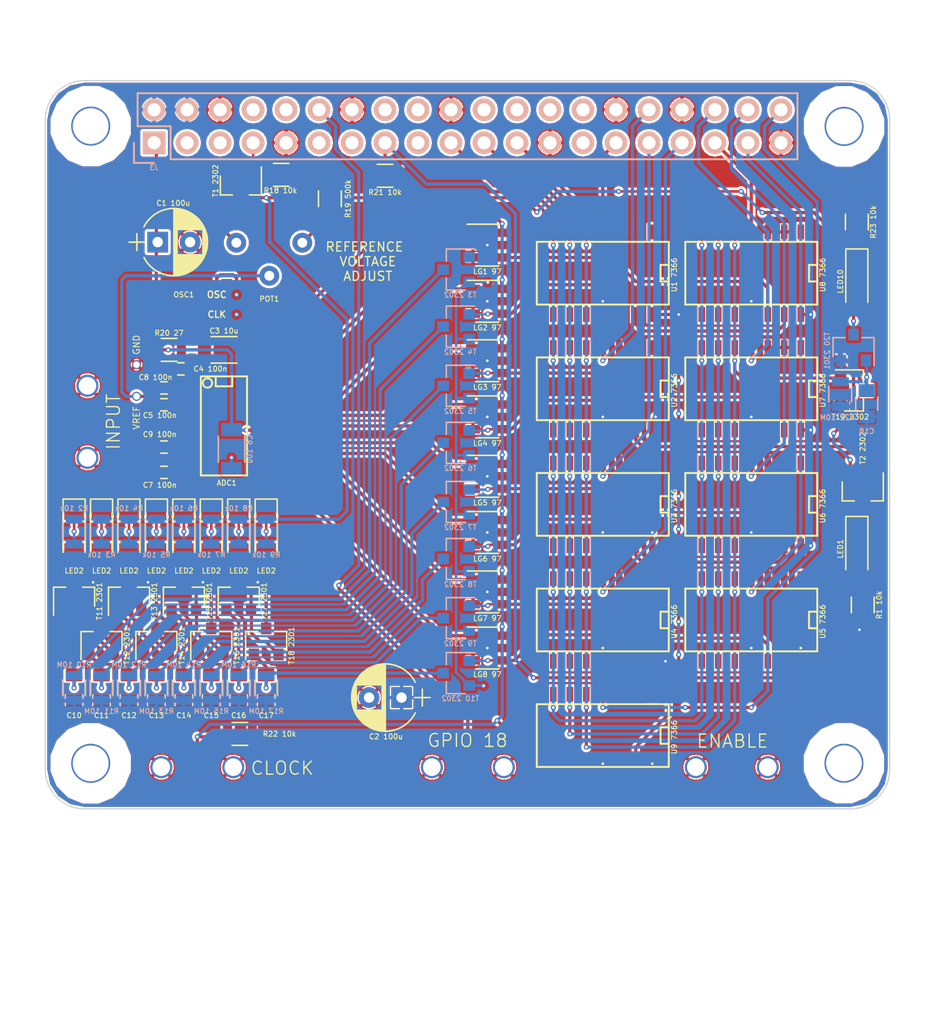
<source format=kicad_pcb>
(kicad_pcb (version 4) (host pcbnew 4.0.7+dfsg1-1)

  (general
    (links 141)
    (no_connects 0)
    (area 74.244762 54 147.835239 133.380001)
    (thickness 1.6)
    (drawings 59)
    (tracks 810)
    (zones 0)
    (modules 105)
    (nets 6)
  )

  (page A4)
  (layers
    (0 F.Cu signal)
    (1 In1.Cu signal hide)
    (2 In2.Cu signal hide)
    (31 B.Cu signal)
    (32 B.Adhes user)
    (33 F.Adhes user)
    (34 B.Paste user)
    (35 F.Paste user)
    (36 B.SilkS user)
    (37 F.SilkS user)
    (38 B.Mask user)
    (39 F.Mask user)
    (40 Dwgs.User user)
    (41 Cmts.User user)
    (42 Eco1.User user hide)
    (43 Eco2.User user hide)
    (44 Edge.Cuts user)
    (45 Margin user hide)
    (46 B.CrtYd user hide)
    (47 F.CrtYd user hide)
    (48 B.Fab user hide)
    (49 F.Fab user hide)
  )

  (setup
    (last_trace_width 0.25)
    (user_trace_width 0.15)
    (user_trace_width 0.2)
    (user_trace_width 0.25)
    (user_trace_width 0.4)
    (user_trace_width 0.5)
    (user_trace_width 0.6)
    (user_trace_width 1)
    (user_trace_width 2)
    (trace_clearance 0.2)
    (zone_clearance 0.1)
    (zone_45_only yes)
    (trace_min 0.15)
    (segment_width 0.15)
    (edge_width 0.15)
    (via_size 0.4)
    (via_drill 0.2)
    (via_min_size 0.4)
    (via_min_drill 0.2)
    (uvia_size 0.3)
    (uvia_drill 0.1)
    (uvias_allowed no)
    (uvia_min_size 0.2)
    (uvia_min_drill 0.1)
    (pcb_text_width 0.3)
    (pcb_text_size 1.5 1.5)
    (mod_edge_width 0.15)
    (mod_text_size 1 1)
    (mod_text_width 0.15)
    (pad_size 0.7 1.3)
    (pad_drill 0)
    (pad_to_mask_clearance 0)
    (aux_axis_origin 0 0)
    (grid_origin 89.632 85.7434)
    (visible_elements 7FFEFE7F)
    (pcbplotparams
      (layerselection 0x010f8_80000007)
      (usegerberextensions false)
      (excludeedgelayer false)
      (linewidth 0.100000)
      (plotframeref false)
      (viasonmask false)
      (mode 1)
      (useauxorigin false)
      (hpglpennumber 1)
      (hpglpenspeed 20)
      (hpglpendiameter 15)
      (hpglpenoverlay 2)
      (psnegative false)
      (psa4output false)
      (plotreference true)
      (plotvalue false)
      (plotinvisibletext false)
      (padsonsilk true)
      (subtractmaskfromsilk false)
      (outputformat 1)
      (mirror false)
      (drillshape 0)
      (scaleselection 1)
      (outputdirectory prod))
  )

  (net 0 "")
  (net 1 GND)
  (net 2 /ID_SD_EEPROM)
  (net 3 /ID_SC_EEPROM)
  (net 4 /P3V3_HAT)
  (net 5 /P5V_HAT)

  (net_class Default "This is the default net class."
    (clearance 0.2)
    (trace_width 0.15)
    (via_dia 0.4)
    (via_drill 0.2)
    (uvia_dia 0.3)
    (uvia_drill 0.1)
    (add_net /ID_SC_EEPROM)
    (add_net /ID_SD_EEPROM)
    (add_net /P3V3_HAT)
    (add_net /P5V_HAT)
    (add_net GND)
  )

  (module SMD_Packages:SSOP-20 (layer F.Cu) (tedit 5A9F4E5E) (tstamp 5AA052EA)
    (at 92.299 87.369 270)
    (descr "SSOP 20 pins")
    (tags "CMS SSOP SMD")
    (attr smd)
    (fp_text reference ADC1 (at 4.383 -0.209 360) (layer F.SilkS)
      (effects (font (size 0.4 0.4) (thickness 0.07)))
    )
    (fp_text value SSOP-20 (at 0 0.635 270) (layer F.Fab)
      (effects (font (size 1 1) (thickness 0.15)))
    )
    (fp_line (start 3.81 -1.778) (end -3.81 -1.778) (layer F.SilkS) (width 0.15))
    (fp_line (start -3.81 1.778) (end 3.81 1.778) (layer F.SilkS) (width 0.15))
    (fp_line (start 3.81 -1.778) (end 3.81 1.778) (layer F.SilkS) (width 0.15))
    (fp_line (start -3.81 1.778) (end -3.81 -1.778) (layer F.SilkS) (width 0.15))
    (fp_circle (center -3.302 1.27) (end -3.556 1.016) (layer F.SilkS) (width 0.15))
    (fp_line (start -3.81 -0.635) (end -3.048 -0.635) (layer F.SilkS) (width 0.15))
    (fp_line (start -3.048 -0.635) (end -3.048 0.635) (layer F.SilkS) (width 0.15))
    (fp_line (start -3.048 0.635) (end -3.81 0.635) (layer F.SilkS) (width 0.15))
    (pad 1 smd rect (at -3.571 2.667 270) (size 0.4064 1.27) (layers F.Cu F.Paste F.Mask))
    (pad 24 smd rect (at -3.571 -2.667 270) (size 0.4064 1.27) (layers F.Cu F.Paste F.Mask))
    (pad 13 smd rect (at 3.571 -2.667 270) (size 0.4064 1.27) (layers F.Cu F.Paste F.Mask))
    (pad 12 smd rect (at 3.571 2.667 270) (size 0.4064 1.27) (layers F.Cu F.Paste F.Mask))
    (pad 2 smd rect (at -2.921 2.667 270) (size 0.4064 1.27) (layers F.Cu F.Paste F.Mask)
      (net 1 GND))
    (pad 3 smd rect (at -2.286 2.667 270) (size 0.4064 1.27) (layers F.Cu F.Paste F.Mask))
    (pad 4 smd rect (at -1.6256 2.667 270) (size 0.4064 1.27) (layers F.Cu F.Paste F.Mask))
    (pad 5 smd rect (at -0.9652 2.667 270) (size 0.4064 1.27) (layers F.Cu F.Paste F.Mask)
      (net 1 GND))
    (pad 6 smd rect (at -0.3302 2.667 270) (size 0.4064 1.27) (layers F.Cu F.Paste F.Mask))
    (pad 7 smd rect (at 0.3302 2.667 270) (size 0.4064 1.27) (layers F.Cu F.Paste F.Mask)
      (net 1 GND))
    (pad 8 smd rect (at 0.9906 2.667 270) (size 0.4064 1.27) (layers F.Cu F.Paste F.Mask)
      (net 1 GND))
    (pad 9 smd rect (at 1.6256 2.667 270) (size 0.4064 1.27) (layers F.Cu F.Paste F.Mask))
    (pad 10 smd rect (at 2.286 2.667 270) (size 0.4064 1.27) (layers F.Cu F.Paste F.Mask)
      (net 1 GND))
    (pad 11 smd rect (at 2.921 2.667 270) (size 0.4064 1.27) (layers F.Cu F.Paste F.Mask)
      (net 1 GND))
    (pad 14 smd rect (at 2.921 -2.667 270) (size 0.4064 1.27) (layers F.Cu F.Paste F.Mask))
    (pad 15 smd rect (at 2.286 -2.667 270) (size 0.4064 1.27) (layers F.Cu F.Paste F.Mask))
    (pad 16 smd rect (at 1.6256 -2.667 270) (size 0.4064 1.27) (layers F.Cu F.Paste F.Mask))
    (pad 17 smd rect (at 0.9906 -2.667 270) (size 0.4064 1.27) (layers F.Cu F.Paste F.Mask)
      (net 1 GND))
    (pad 18 smd rect (at 0.3302 -2.667 270) (size 0.4064 1.27) (layers F.Cu F.Paste F.Mask)
      (net 4 /P3V3_HAT))
    (pad 19 smd rect (at -0.3302 -2.667 270) (size 0.4064 1.27) (layers F.Cu F.Paste F.Mask))
    (pad 20 smd rect (at -0.9652 -2.667 270) (size 0.4064 1.27) (layers F.Cu F.Paste F.Mask))
    (pad 21 smd rect (at -1.6256 -2.667 270) (size 0.4064 1.27) (layers F.Cu F.Paste F.Mask))
    (pad 22 smd rect (at -2.286 -2.667 270) (size 0.4064 1.27) (layers F.Cu F.Paste F.Mask))
    (pad 23 smd rect (at -2.921 -2.667 270) (size 0.4064 1.27) (layers F.Cu F.Paste F.Mask)
      (net 1 GND))
    (model SMD_Packages.3dshapes/SSOP-20.wrl
      (at (xyz 0 0 0))
      (scale (xyz 0.255 0.33 0.3))
      (rotate (xyz 0 0 0))
    )
  )

  (module Resistors_SMD:R_0805 (layer F.Cu) (tedit 5AA1E7D6) (tstamp 5AA1E7D8)
    (at 141.022 71.686 90)
    (descr "Resistor SMD 0805, reflow soldering, Vishay (see dcrcw.pdf)")
    (tags "resistor 0805")
    (attr smd)
    (fp_text reference "R23 10k" (at 0 1.27 90) (layer F.SilkS)
      (effects (font (size 0.4 0.4) (thickness 0.07)))
    )
    (fp_text value R_0805 (at 0 1.75 90) (layer F.Fab)
      (effects (font (size 1 1) (thickness 0.15)))
    )
    (fp_text user %R (at 0 0 90) (layer F.Fab)
      (effects (font (size 0.5 0.5) (thickness 0.075)))
    )
    (fp_line (start -1 0.62) (end -1 -0.62) (layer F.Fab) (width 0.1))
    (fp_line (start 1 0.62) (end -1 0.62) (layer F.Fab) (width 0.1))
    (fp_line (start 1 -0.62) (end 1 0.62) (layer F.Fab) (width 0.1))
    (fp_line (start -1 -0.62) (end 1 -0.62) (layer F.Fab) (width 0.1))
    (fp_line (start 0.6 0.88) (end -0.6 0.88) (layer F.SilkS) (width 0.12))
    (fp_line (start -0.6 -0.88) (end 0.6 -0.88) (layer F.SilkS) (width 0.12))
    (fp_line (start -1.55 -0.9) (end 1.55 -0.9) (layer F.CrtYd) (width 0.05))
    (fp_line (start -1.55 -0.9) (end -1.55 0.9) (layer F.CrtYd) (width 0.05))
    (fp_line (start 1.55 0.9) (end 1.55 -0.9) (layer F.CrtYd) (width 0.05))
    (fp_line (start 1.55 0.9) (end -1.55 0.9) (layer F.CrtYd) (width 0.05))
    (pad 1 smd rect (at -0.95 0 90) (size 0.7 1.3) (layers F.Cu F.Paste F.Mask))
    (pad 2 smd rect (at 0.95 0 90) (size 0.7 1.3) (layers F.Cu F.Paste F.Mask))
    (model ${KISYS3DMOD}/Resistors_SMD.3dshapes/R_0805.wrl
      (at (xyz 0 0 0))
      (scale (xyz 1 1 1))
      (rotate (xyz 0 0 0))
    )
  )

  (module LEDs:LED_1206 (layer F.Cu) (tedit 5AA1E7DC) (tstamp 5AA1E77D)
    (at 141.022 76.258 270)
    (descr "LED 1206 smd package")
    (tags "LED led 1206 SMD smd SMT smt smdled SMDLED smtled SMTLED")
    (attr smd)
    (fp_text reference LED10 (at 0 1.27 270) (layer F.SilkS)
      (effects (font (size 0.4 0.4) (thickness 0.07)))
    )
    (fp_text value LED_1206 (at 0 1.7 270) (layer F.Fab)
      (effects (font (size 1 1) (thickness 0.15)))
    )
    (fp_line (start -2.5 -0.85) (end -2.5 0.85) (layer F.SilkS) (width 0.12))
    (fp_line (start -0.45 -0.4) (end -0.45 0.4) (layer F.Fab) (width 0.1))
    (fp_line (start -0.4 0) (end 0.2 -0.4) (layer F.Fab) (width 0.1))
    (fp_line (start 0.2 0.4) (end -0.4 0) (layer F.Fab) (width 0.1))
    (fp_line (start 0.2 -0.4) (end 0.2 0.4) (layer F.Fab) (width 0.1))
    (fp_line (start 1.6 0.8) (end -1.6 0.8) (layer F.Fab) (width 0.1))
    (fp_line (start 1.6 -0.8) (end 1.6 0.8) (layer F.Fab) (width 0.1))
    (fp_line (start -1.6 -0.8) (end 1.6 -0.8) (layer F.Fab) (width 0.1))
    (fp_line (start -1.6 0.8) (end -1.6 -0.8) (layer F.Fab) (width 0.1))
    (fp_line (start -2.45 0.85) (end 1.6 0.85) (layer F.SilkS) (width 0.12))
    (fp_line (start -2.45 -0.85) (end 1.6 -0.85) (layer F.SilkS) (width 0.12))
    (fp_line (start 2.65 -1) (end 2.65 1) (layer F.CrtYd) (width 0.05))
    (fp_line (start 2.65 1) (end -2.65 1) (layer F.CrtYd) (width 0.05))
    (fp_line (start -2.65 1) (end -2.65 -1) (layer F.CrtYd) (width 0.05))
    (fp_line (start -2.65 -1) (end 2.65 -1) (layer F.CrtYd) (width 0.05))
    (pad 2 smd rect (at 1.65 0 90) (size 1.5 1.5) (layers F.Cu F.Paste F.Mask))
    (pad 1 smd rect (at -1.65 0 90) (size 1.5 1.5) (layers F.Cu F.Paste F.Mask))
    (model ${KISYS3DMOD}/LEDs.3dshapes/LED_1206.wrl
      (at (xyz 0 0 0))
      (scale (xyz 1 1 1))
      (rotate (xyz 0 0 180))
    )
  )

  (module Resistors_SMD:R_0805 (layer B.Cu) (tedit 5AA1F845) (tstamp 5AA1E704)
    (at 139.745 84.913 270)
    (descr "Resistor SMD 0805, reflow soldering, Vishay (see dcrcw.pdf)")
    (tags "resistor 0805")
    (attr smd)
    (fp_text reference "R22 10M" (at 1.8054 0.2255 360) (layer B.SilkS)
      (effects (font (size 0.4 0.4) (thickness 0.07)) (justify mirror))
    )
    (fp_text value R_0805 (at 0 -1.75 270) (layer B.Fab)
      (effects (font (size 1 1) (thickness 0.15)) (justify mirror))
    )
    (fp_text user %R (at 0 0 270) (layer B.Fab)
      (effects (font (size 0.5 0.5) (thickness 0.075)) (justify mirror))
    )
    (fp_line (start -1 -0.62) (end -1 0.62) (layer B.Fab) (width 0.1))
    (fp_line (start 1 -0.62) (end -1 -0.62) (layer B.Fab) (width 0.1))
    (fp_line (start 1 0.62) (end 1 -0.62) (layer B.Fab) (width 0.1))
    (fp_line (start -1 0.62) (end 1 0.62) (layer B.Fab) (width 0.1))
    (fp_line (start 0.6 -0.88) (end -0.6 -0.88) (layer B.SilkS) (width 0.12))
    (fp_line (start -0.6 0.88) (end 0.6 0.88) (layer B.SilkS) (width 0.12))
    (fp_line (start -1.55 0.9) (end 1.55 0.9) (layer B.CrtYd) (width 0.05))
    (fp_line (start -1.55 0.9) (end -1.55 -0.9) (layer B.CrtYd) (width 0.05))
    (fp_line (start 1.55 -0.9) (end 1.55 0.9) (layer B.CrtYd) (width 0.05))
    (fp_line (start 1.55 -0.9) (end -1.55 -0.9) (layer B.CrtYd) (width 0.05))
    (pad 1 smd rect (at -0.95 0 270) (size 0.7 1.3) (layers B.Cu B.Paste B.Mask))
    (pad 2 smd rect (at 0.95 0 270) (size 0.7 1.3) (layers B.Cu B.Paste B.Mask)
      (net 5 /P5V_HAT))
    (model ${KISYS3DMOD}/Resistors_SMD.3dshapes/R_0805.wrl
      (at (xyz 0 0 0))
      (scale (xyz 1 1 1))
      (rotate (xyz 0 0 0))
    )
  )

  (module Capacitors_SMD:C_0805 (layer B.Cu) (tedit 5AA1E7CD) (tstamp 5AA1E6C0)
    (at 141.784 85.656 90)
    (descr "Capacitor SMD 0805, reflow soldering, AVX (see smccp.pdf)")
    (tags "capacitor 0805")
    (attr smd)
    (fp_text reference C18 (at -2.1125 0 180) (layer B.SilkS)
      (effects (font (size 0.4 0.4) (thickness 0.07)) (justify mirror))
    )
    (fp_text value C_0805 (at 0 -1.75 90) (layer B.Fab)
      (effects (font (size 1 1) (thickness 0.15)) (justify mirror))
    )
    (fp_text user %R (at 0 1.5 90) (layer B.Fab)
      (effects (font (size 1 1) (thickness 0.15)) (justify mirror))
    )
    (fp_line (start -1 -0.62) (end -1 0.62) (layer B.Fab) (width 0.1))
    (fp_line (start 1 -0.62) (end -1 -0.62) (layer B.Fab) (width 0.1))
    (fp_line (start 1 0.62) (end 1 -0.62) (layer B.Fab) (width 0.1))
    (fp_line (start -1 0.62) (end 1 0.62) (layer B.Fab) (width 0.1))
    (fp_line (start 0.5 0.85) (end -0.5 0.85) (layer B.SilkS) (width 0.12))
    (fp_line (start -0.5 -0.85) (end 0.5 -0.85) (layer B.SilkS) (width 0.12))
    (fp_line (start -1.75 0.88) (end 1.75 0.88) (layer B.CrtYd) (width 0.05))
    (fp_line (start -1.75 0.88) (end -1.75 -0.87) (layer B.CrtYd) (width 0.05))
    (fp_line (start 1.75 -0.87) (end 1.75 0.88) (layer B.CrtYd) (width 0.05))
    (fp_line (start 1.75 -0.87) (end -1.75 -0.87) (layer B.CrtYd) (width 0.05))
    (pad 1 smd rect (at -1 0 90) (size 1 1.25) (layers B.Cu B.Paste B.Mask)
      (net 5 /P5V_HAT))
    (pad 2 smd rect (at 1 0 90) (size 1 1.25) (layers B.Cu B.Paste B.Mask))
    (model Capacitors_SMD.3dshapes/C_0805.wrl
      (at (xyz 0 0 0))
      (scale (xyz 1 1 1))
      (rotate (xyz 0 0 0))
    )
  )

  (module TO_SOT_Packages_SMD:SOT-23 (layer B.Cu) (tedit 5AA1E817) (tstamp 5AA1E657)
    (at 140.768 81.338 90)
    (descr "SOT-23, Standard")
    (tags SOT-23)
    (attr smd)
    (fp_text reference "T20 2301" (at -0.254 -2.032 90) (layer B.SilkS)
      (effects (font (size 0.4 0.4) (thickness 0.07)) (justify mirror))
    )
    (fp_text value SOT-23 (at 0 -2.5 90) (layer B.Fab)
      (effects (font (size 1 1) (thickness 0.15)) (justify mirror))
    )
    (fp_text user %R (at 0 0 360) (layer B.Fab)
      (effects (font (size 0.5 0.5) (thickness 0.075)) (justify mirror))
    )
    (fp_line (start -0.7 0.95) (end -0.7 -1.5) (layer B.Fab) (width 0.1))
    (fp_line (start -0.15 1.52) (end 0.7 1.52) (layer B.Fab) (width 0.1))
    (fp_line (start -0.7 0.95) (end -0.15 1.52) (layer B.Fab) (width 0.1))
    (fp_line (start 0.7 1.52) (end 0.7 -1.52) (layer B.Fab) (width 0.1))
    (fp_line (start -0.7 -1.52) (end 0.7 -1.52) (layer B.Fab) (width 0.1))
    (fp_line (start 0.76 -1.58) (end 0.76 -0.65) (layer B.SilkS) (width 0.12))
    (fp_line (start 0.76 1.58) (end 0.76 0.65) (layer B.SilkS) (width 0.12))
    (fp_line (start -1.7 1.75) (end 1.7 1.75) (layer B.CrtYd) (width 0.05))
    (fp_line (start 1.7 1.75) (end 1.7 -1.75) (layer B.CrtYd) (width 0.05))
    (fp_line (start 1.7 -1.75) (end -1.7 -1.75) (layer B.CrtYd) (width 0.05))
    (fp_line (start -1.7 -1.75) (end -1.7 1.75) (layer B.CrtYd) (width 0.05))
    (fp_line (start 0.76 1.58) (end -1.4 1.58) (layer B.SilkS) (width 0.12))
    (fp_line (start 0.76 -1.58) (end -0.7 -1.58) (layer B.SilkS) (width 0.12))
    (pad 1 smd rect (at -1 0.95 90) (size 0.9 0.8) (layers B.Cu B.Paste B.Mask))
    (pad 2 smd rect (at -1 -0.95 90) (size 0.9 0.8) (layers B.Cu B.Paste B.Mask)
      (net 5 /P5V_HAT))
    (pad 3 smd rect (at 1 0 90) (size 0.9 0.8) (layers B.Cu B.Paste B.Mask))
    (model ${KISYS3DMOD}/TO_SOT_Packages_SMD.3dshapes/SOT-23.wrl
      (at (xyz 0 0 0))
      (scale (xyz 1 1 1))
      (rotate (xyz 0 0 0))
    )
  )

  (module TO_SOT_Packages_SMD:SOT-23 (layer F.Cu) (tedit 5AA1E811) (tstamp 5AA1E5C8)
    (at 140.768 84.64)
    (descr "SOT-23, Standard")
    (tags SOT-23)
    (attr smd)
    (fp_text reference "T19 2302" (at -0.254 2.032) (layer F.SilkS)
      (effects (font (size 0.4 0.4) (thickness 0.07)))
    )
    (fp_text value SOT-23 (at 0 2.5) (layer F.Fab)
      (effects (font (size 1 1) (thickness 0.15)))
    )
    (fp_text user %R (at 0 0 90) (layer F.Fab)
      (effects (font (size 0.5 0.5) (thickness 0.075)))
    )
    (fp_line (start -0.7 -0.95) (end -0.7 1.5) (layer F.Fab) (width 0.1))
    (fp_line (start -0.15 -1.52) (end 0.7 -1.52) (layer F.Fab) (width 0.1))
    (fp_line (start -0.7 -0.95) (end -0.15 -1.52) (layer F.Fab) (width 0.1))
    (fp_line (start 0.7 -1.52) (end 0.7 1.52) (layer F.Fab) (width 0.1))
    (fp_line (start -0.7 1.52) (end 0.7 1.52) (layer F.Fab) (width 0.1))
    (fp_line (start 0.76 1.58) (end 0.76 0.65) (layer F.SilkS) (width 0.12))
    (fp_line (start 0.76 -1.58) (end 0.76 -0.65) (layer F.SilkS) (width 0.12))
    (fp_line (start -1.7 -1.75) (end 1.7 -1.75) (layer F.CrtYd) (width 0.05))
    (fp_line (start 1.7 -1.75) (end 1.7 1.75) (layer F.CrtYd) (width 0.05))
    (fp_line (start 1.7 1.75) (end -1.7 1.75) (layer F.CrtYd) (width 0.05))
    (fp_line (start -1.7 1.75) (end -1.7 -1.75) (layer F.CrtYd) (width 0.05))
    (fp_line (start 0.76 -1.58) (end -1.4 -1.58) (layer F.SilkS) (width 0.12))
    (fp_line (start 0.76 1.58) (end -0.7 1.58) (layer F.SilkS) (width 0.12))
    (pad 1 smd rect (at -1 -0.95) (size 0.9 0.8) (layers F.Cu F.Paste F.Mask))
    (pad 2 smd rect (at -1 0.95) (size 0.9 0.8) (layers F.Cu F.Paste F.Mask)
      (net 1 GND))
    (pad 3 smd rect (at 1 0) (size 0.9 0.8) (layers F.Cu F.Paste F.Mask))
    (model ${KISYS3DMOD}/TO_SOT_Packages_SMD.3dshapes/SOT-23.wrl
      (at (xyz 0 0 0))
      (scale (xyz 1 1 1))
      (rotate (xyz 0 0 0))
    )
  )

  (module hole (layer F.Cu) (tedit 5AA01D04) (tstamp 5AA56419)
    (at 85.5695 82.6559)
    (fp_text reference GND (at 0 -1.524 90) (layer F.SilkS)
      (effects (font (size 0.5 0.5) (thickness 0.07)))
    )
    (fp_text value hole (at 0 -3.81) (layer F.Fab)
      (effects (font (size 1 1) (thickness 0.15)))
    )
    (pad 1 thru_hole circle (at 0 0) (size 0.7 0.7) (drill 0.5) (layers *.Cu *.Mask)
      (net 1 GND))
  )

  (module hole (layer F.Cu) (tedit 5AA1E912) (tstamp 5AA563FF)
    (at 85.5695 85.0934)
    (fp_text reference VREF (at 0 1.651 90) (layer F.SilkS)
      (effects (font (size 0.5 0.5) (thickness 0.07)))
    )
    (fp_text value hole (at 0 -3.81) (layer F.Fab)
      (effects (font (size 1 1) (thickness 0.15)))
    )
    (pad 1 thru_hole circle (at 0 0) (size 0.7 0.7) (drill 0.5) (layers *.Cu *.Mask))
  )

  (module Resistors_SMD:R_0805 (layer F.Cu) (tedit 5AA01C5E) (tstamp 5AA56371)
    (at 93.524 111.056 180)
    (descr "Resistor SMD 0805, reflow soldering, Vishay (see dcrcw.pdf)")
    (tags "resistor 0805")
    (attr smd)
    (fp_text reference "R22 10k" (at -3.048 0 180) (layer F.SilkS)
      (effects (font (size 0.4 0.4) (thickness 0.07)))
    )
    (fp_text value R_0805 (at 0 1.75 180) (layer F.Fab)
      (effects (font (size 1 1) (thickness 0.15)))
    )
    (fp_text user %R (at 0 0 180) (layer F.Fab)
      (effects (font (size 0.5 0.5) (thickness 0.075)))
    )
    (fp_line (start -1 0.62) (end -1 -0.62) (layer F.Fab) (width 0.1))
    (fp_line (start 1 0.62) (end -1 0.62) (layer F.Fab) (width 0.1))
    (fp_line (start 1 -0.62) (end 1 0.62) (layer F.Fab) (width 0.1))
    (fp_line (start -1 -0.62) (end 1 -0.62) (layer F.Fab) (width 0.1))
    (fp_line (start 0.6 0.88) (end -0.6 0.88) (layer F.SilkS) (width 0.12))
    (fp_line (start -0.6 -0.88) (end 0.6 -0.88) (layer F.SilkS) (width 0.12))
    (fp_line (start -1.55 -0.9) (end 1.55 -0.9) (layer F.CrtYd) (width 0.05))
    (fp_line (start -1.55 -0.9) (end -1.55 0.9) (layer F.CrtYd) (width 0.05))
    (fp_line (start 1.55 0.9) (end 1.55 -0.9) (layer F.CrtYd) (width 0.05))
    (fp_line (start 1.55 0.9) (end -1.55 0.9) (layer F.CrtYd) (width 0.05))
    (pad 1 smd rect (at -0.95 0 180) (size 0.7 1.3) (layers F.Cu F.Paste F.Mask)
      (net 1 GND))
    (pad 2 smd rect (at 0.95 0 180) (size 0.7 1.3) (layers F.Cu F.Paste F.Mask))
    (model ${KISYS3DMOD}/Resistors_SMD.3dshapes/R_0805.wrl
      (at (xyz 0 0 0))
      (scale (xyz 1 1 1))
      (rotate (xyz 0 0 0))
    )
  )

  (module Resistors_SMD:R_0805 (layer F.Cu) (tedit 5AA01C64) (tstamp 5AA56318)
    (at 104.7 68.13)
    (descr "Resistor SMD 0805, reflow soldering, Vishay (see dcrcw.pdf)")
    (tags "resistor 0805")
    (attr smd)
    (fp_text reference "R21 10k" (at 0 1.27) (layer F.SilkS)
      (effects (font (size 0.4 0.4) (thickness 0.07)))
    )
    (fp_text value R_0805 (at 0 1.75) (layer F.Fab)
      (effects (font (size 1 1) (thickness 0.15)))
    )
    (fp_text user %R (at 0 0) (layer F.Fab)
      (effects (font (size 0.5 0.5) (thickness 0.075)))
    )
    (fp_line (start -1 0.62) (end -1 -0.62) (layer F.Fab) (width 0.1))
    (fp_line (start 1 0.62) (end -1 0.62) (layer F.Fab) (width 0.1))
    (fp_line (start 1 -0.62) (end 1 0.62) (layer F.Fab) (width 0.1))
    (fp_line (start -1 -0.62) (end 1 -0.62) (layer F.Fab) (width 0.1))
    (fp_line (start 0.6 0.88) (end -0.6 0.88) (layer F.SilkS) (width 0.12))
    (fp_line (start -0.6 -0.88) (end 0.6 -0.88) (layer F.SilkS) (width 0.12))
    (fp_line (start -1.55 -0.9) (end 1.55 -0.9) (layer F.CrtYd) (width 0.05))
    (fp_line (start -1.55 -0.9) (end -1.55 0.9) (layer F.CrtYd) (width 0.05))
    (fp_line (start 1.55 0.9) (end 1.55 -0.9) (layer F.CrtYd) (width 0.05))
    (fp_line (start 1.55 0.9) (end -1.55 0.9) (layer F.CrtYd) (width 0.05))
    (pad 1 smd rect (at -0.95 0) (size 0.7 1.3) (layers F.Cu F.Paste F.Mask)
      (net 1 GND))
    (pad 2 smd rect (at 0.95 0) (size 0.7 1.3) (layers F.Cu F.Paste F.Mask))
    (model ${KISYS3DMOD}/Resistors_SMD.3dshapes/R_0805.wrl
      (at (xyz 0 0 0))
      (scale (xyz 1 1 1))
      (rotate (xyz 0 0 0))
    )
  )

  (module Capacitors_THT:CP_Radial_D5.0mm_P2.50mm (layer F.Cu) (tedit 5A9F0211) (tstamp 5A9F1CC8)
    (at 87.1945 73.2309)
    (descr "CP, Radial series, Radial, pin pitch=2.50mm, , diameter=5mm, Electrolytic Capacitor")
    (tags "CP Radial series Radial pin pitch 2.50mm  diameter 5mm Electrolytic Capacitor")
    (fp_text reference "C1 100u" (at 1.2 -3) (layer F.SilkS)
      (effects (font (size 0.4 0.4) (thickness 0.07)))
    )
    (fp_text value CP_Radial_D5.0mm_P2.50mm (at 1.25 3.81) (layer F.Fab)
      (effects (font (size 1 1) (thickness 0.15)))
    )
    (fp_arc (start 1.25 0) (end -1.05558 -1.18) (angle 125.8) (layer F.SilkS) (width 0.12))
    (fp_arc (start 1.25 0) (end -1.05558 1.18) (angle -125.8) (layer F.SilkS) (width 0.12))
    (fp_arc (start 1.25 0) (end 3.55558 -1.18) (angle 54.2) (layer F.SilkS) (width 0.12))
    (fp_circle (center 1.25 0) (end 3.75 0) (layer F.Fab) (width 0.1))
    (fp_line (start -2.2 0) (end -1 0) (layer F.Fab) (width 0.1))
    (fp_line (start -1.6 -0.65) (end -1.6 0.65) (layer F.Fab) (width 0.1))
    (fp_line (start 1.25 -2.55) (end 1.25 2.55) (layer F.SilkS) (width 0.12))
    (fp_line (start 1.29 -2.55) (end 1.29 2.55) (layer F.SilkS) (width 0.12))
    (fp_line (start 1.33 -2.549) (end 1.33 2.549) (layer F.SilkS) (width 0.12))
    (fp_line (start 1.37 -2.548) (end 1.37 2.548) (layer F.SilkS) (width 0.12))
    (fp_line (start 1.41 -2.546) (end 1.41 2.546) (layer F.SilkS) (width 0.12))
    (fp_line (start 1.45 -2.543) (end 1.45 2.543) (layer F.SilkS) (width 0.12))
    (fp_line (start 1.49 -2.539) (end 1.49 2.539) (layer F.SilkS) (width 0.12))
    (fp_line (start 1.53 -2.535) (end 1.53 -0.98) (layer F.SilkS) (width 0.12))
    (fp_line (start 1.53 0.98) (end 1.53 2.535) (layer F.SilkS) (width 0.12))
    (fp_line (start 1.57 -2.531) (end 1.57 -0.98) (layer F.SilkS) (width 0.12))
    (fp_line (start 1.57 0.98) (end 1.57 2.531) (layer F.SilkS) (width 0.12))
    (fp_line (start 1.61 -2.525) (end 1.61 -0.98) (layer F.SilkS) (width 0.12))
    (fp_line (start 1.61 0.98) (end 1.61 2.525) (layer F.SilkS) (width 0.12))
    (fp_line (start 1.65 -2.519) (end 1.65 -0.98) (layer F.SilkS) (width 0.12))
    (fp_line (start 1.65 0.98) (end 1.65 2.519) (layer F.SilkS) (width 0.12))
    (fp_line (start 1.69 -2.513) (end 1.69 -0.98) (layer F.SilkS) (width 0.12))
    (fp_line (start 1.69 0.98) (end 1.69 2.513) (layer F.SilkS) (width 0.12))
    (fp_line (start 1.73 -2.506) (end 1.73 -0.98) (layer F.SilkS) (width 0.12))
    (fp_line (start 1.73 0.98) (end 1.73 2.506) (layer F.SilkS) (width 0.12))
    (fp_line (start 1.77 -2.498) (end 1.77 -0.98) (layer F.SilkS) (width 0.12))
    (fp_line (start 1.77 0.98) (end 1.77 2.498) (layer F.SilkS) (width 0.12))
    (fp_line (start 1.81 -2.489) (end 1.81 -0.98) (layer F.SilkS) (width 0.12))
    (fp_line (start 1.81 0.98) (end 1.81 2.489) (layer F.SilkS) (width 0.12))
    (fp_line (start 1.85 -2.48) (end 1.85 -0.98) (layer F.SilkS) (width 0.12))
    (fp_line (start 1.85 0.98) (end 1.85 2.48) (layer F.SilkS) (width 0.12))
    (fp_line (start 1.89 -2.47) (end 1.89 -0.98) (layer F.SilkS) (width 0.12))
    (fp_line (start 1.89 0.98) (end 1.89 2.47) (layer F.SilkS) (width 0.12))
    (fp_line (start 1.93 -2.46) (end 1.93 -0.98) (layer F.SilkS) (width 0.12))
    (fp_line (start 1.93 0.98) (end 1.93 2.46) (layer F.SilkS) (width 0.12))
    (fp_line (start 1.971 -2.448) (end 1.971 -0.98) (layer F.SilkS) (width 0.12))
    (fp_line (start 1.971 0.98) (end 1.971 2.448) (layer F.SilkS) (width 0.12))
    (fp_line (start 2.011 -2.436) (end 2.011 -0.98) (layer F.SilkS) (width 0.12))
    (fp_line (start 2.011 0.98) (end 2.011 2.436) (layer F.SilkS) (width 0.12))
    (fp_line (start 2.051 -2.424) (end 2.051 -0.98) (layer F.SilkS) (width 0.12))
    (fp_line (start 2.051 0.98) (end 2.051 2.424) (layer F.SilkS) (width 0.12))
    (fp_line (start 2.091 -2.41) (end 2.091 -0.98) (layer F.SilkS) (width 0.12))
    (fp_line (start 2.091 0.98) (end 2.091 2.41) (layer F.SilkS) (width 0.12))
    (fp_line (start 2.131 -2.396) (end 2.131 -0.98) (layer F.SilkS) (width 0.12))
    (fp_line (start 2.131 0.98) (end 2.131 2.396) (layer F.SilkS) (width 0.12))
    (fp_line (start 2.171 -2.382) (end 2.171 -0.98) (layer F.SilkS) (width 0.12))
    (fp_line (start 2.171 0.98) (end 2.171 2.382) (layer F.SilkS) (width 0.12))
    (fp_line (start 2.211 -2.366) (end 2.211 -0.98) (layer F.SilkS) (width 0.12))
    (fp_line (start 2.211 0.98) (end 2.211 2.366) (layer F.SilkS) (width 0.12))
    (fp_line (start 2.251 -2.35) (end 2.251 -0.98) (layer F.SilkS) (width 0.12))
    (fp_line (start 2.251 0.98) (end 2.251 2.35) (layer F.SilkS) (width 0.12))
    (fp_line (start 2.291 -2.333) (end 2.291 -0.98) (layer F.SilkS) (width 0.12))
    (fp_line (start 2.291 0.98) (end 2.291 2.333) (layer F.SilkS) (width 0.12))
    (fp_line (start 2.331 -2.315) (end 2.331 -0.98) (layer F.SilkS) (width 0.12))
    (fp_line (start 2.331 0.98) (end 2.331 2.315) (layer F.SilkS) (width 0.12))
    (fp_line (start 2.371 -2.296) (end 2.371 -0.98) (layer F.SilkS) (width 0.12))
    (fp_line (start 2.371 0.98) (end 2.371 2.296) (layer F.SilkS) (width 0.12))
    (fp_line (start 2.411 -2.276) (end 2.411 -0.98) (layer F.SilkS) (width 0.12))
    (fp_line (start 2.411 0.98) (end 2.411 2.276) (layer F.SilkS) (width 0.12))
    (fp_line (start 2.451 -2.256) (end 2.451 -0.98) (layer F.SilkS) (width 0.12))
    (fp_line (start 2.451 0.98) (end 2.451 2.256) (layer F.SilkS) (width 0.12))
    (fp_line (start 2.491 -2.234) (end 2.491 -0.98) (layer F.SilkS) (width 0.12))
    (fp_line (start 2.491 0.98) (end 2.491 2.234) (layer F.SilkS) (width 0.12))
    (fp_line (start 2.531 -2.212) (end 2.531 -0.98) (layer F.SilkS) (width 0.12))
    (fp_line (start 2.531 0.98) (end 2.531 2.212) (layer F.SilkS) (width 0.12))
    (fp_line (start 2.571 -2.189) (end 2.571 -0.98) (layer F.SilkS) (width 0.12))
    (fp_line (start 2.571 0.98) (end 2.571 2.189) (layer F.SilkS) (width 0.12))
    (fp_line (start 2.611 -2.165) (end 2.611 -0.98) (layer F.SilkS) (width 0.12))
    (fp_line (start 2.611 0.98) (end 2.611 2.165) (layer F.SilkS) (width 0.12))
    (fp_line (start 2.651 -2.14) (end 2.651 -0.98) (layer F.SilkS) (width 0.12))
    (fp_line (start 2.651 0.98) (end 2.651 2.14) (layer F.SilkS) (width 0.12))
    (fp_line (start 2.691 -2.113) (end 2.691 -0.98) (layer F.SilkS) (width 0.12))
    (fp_line (start 2.691 0.98) (end 2.691 2.113) (layer F.SilkS) (width 0.12))
    (fp_line (start 2.731 -2.086) (end 2.731 -0.98) (layer F.SilkS) (width 0.12))
    (fp_line (start 2.731 0.98) (end 2.731 2.086) (layer F.SilkS) (width 0.12))
    (fp_line (start 2.771 -2.058) (end 2.771 -0.98) (layer F.SilkS) (width 0.12))
    (fp_line (start 2.771 0.98) (end 2.771 2.058) (layer F.SilkS) (width 0.12))
    (fp_line (start 2.811 -2.028) (end 2.811 -0.98) (layer F.SilkS) (width 0.12))
    (fp_line (start 2.811 0.98) (end 2.811 2.028) (layer F.SilkS) (width 0.12))
    (fp_line (start 2.851 -1.997) (end 2.851 -0.98) (layer F.SilkS) (width 0.12))
    (fp_line (start 2.851 0.98) (end 2.851 1.997) (layer F.SilkS) (width 0.12))
    (fp_line (start 2.891 -1.965) (end 2.891 -0.98) (layer F.SilkS) (width 0.12))
    (fp_line (start 2.891 0.98) (end 2.891 1.965) (layer F.SilkS) (width 0.12))
    (fp_line (start 2.931 -1.932) (end 2.931 -0.98) (layer F.SilkS) (width 0.12))
    (fp_line (start 2.931 0.98) (end 2.931 1.932) (layer F.SilkS) (width 0.12))
    (fp_line (start 2.971 -1.897) (end 2.971 -0.98) (layer F.SilkS) (width 0.12))
    (fp_line (start 2.971 0.98) (end 2.971 1.897) (layer F.SilkS) (width 0.12))
    (fp_line (start 3.011 -1.861) (end 3.011 -0.98) (layer F.SilkS) (width 0.12))
    (fp_line (start 3.011 0.98) (end 3.011 1.861) (layer F.SilkS) (width 0.12))
    (fp_line (start 3.051 -1.823) (end 3.051 -0.98) (layer F.SilkS) (width 0.12))
    (fp_line (start 3.051 0.98) (end 3.051 1.823) (layer F.SilkS) (width 0.12))
    (fp_line (start 3.091 -1.783) (end 3.091 -0.98) (layer F.SilkS) (width 0.12))
    (fp_line (start 3.091 0.98) (end 3.091 1.783) (layer F.SilkS) (width 0.12))
    (fp_line (start 3.131 -1.742) (end 3.131 -0.98) (layer F.SilkS) (width 0.12))
    (fp_line (start 3.131 0.98) (end 3.131 1.742) (layer F.SilkS) (width 0.12))
    (fp_line (start 3.171 -1.699) (end 3.171 -0.98) (layer F.SilkS) (width 0.12))
    (fp_line (start 3.171 0.98) (end 3.171 1.699) (layer F.SilkS) (width 0.12))
    (fp_line (start 3.211 -1.654) (end 3.211 -0.98) (layer F.SilkS) (width 0.12))
    (fp_line (start 3.211 0.98) (end 3.211 1.654) (layer F.SilkS) (width 0.12))
    (fp_line (start 3.251 -1.606) (end 3.251 -0.98) (layer F.SilkS) (width 0.12))
    (fp_line (start 3.251 0.98) (end 3.251 1.606) (layer F.SilkS) (width 0.12))
    (fp_line (start 3.291 -1.556) (end 3.291 -0.98) (layer F.SilkS) (width 0.12))
    (fp_line (start 3.291 0.98) (end 3.291 1.556) (layer F.SilkS) (width 0.12))
    (fp_line (start 3.331 -1.504) (end 3.331 -0.98) (layer F.SilkS) (width 0.12))
    (fp_line (start 3.331 0.98) (end 3.331 1.504) (layer F.SilkS) (width 0.12))
    (fp_line (start 3.371 -1.448) (end 3.371 -0.98) (layer F.SilkS) (width 0.12))
    (fp_line (start 3.371 0.98) (end 3.371 1.448) (layer F.SilkS) (width 0.12))
    (fp_line (start 3.411 -1.39) (end 3.411 -0.98) (layer F.SilkS) (width 0.12))
    (fp_line (start 3.411 0.98) (end 3.411 1.39) (layer F.SilkS) (width 0.12))
    (fp_line (start 3.451 -1.327) (end 3.451 -0.98) (layer F.SilkS) (width 0.12))
    (fp_line (start 3.451 0.98) (end 3.451 1.327) (layer F.SilkS) (width 0.12))
    (fp_line (start 3.491 -1.261) (end 3.491 1.261) (layer F.SilkS) (width 0.12))
    (fp_line (start 3.531 -1.189) (end 3.531 1.189) (layer F.SilkS) (width 0.12))
    (fp_line (start 3.571 -1.112) (end 3.571 1.112) (layer F.SilkS) (width 0.12))
    (fp_line (start 3.611 -1.028) (end 3.611 1.028) (layer F.SilkS) (width 0.12))
    (fp_line (start 3.651 -0.934) (end 3.651 0.934) (layer F.SilkS) (width 0.12))
    (fp_line (start 3.691 -0.829) (end 3.691 0.829) (layer F.SilkS) (width 0.12))
    (fp_line (start 3.731 -0.707) (end 3.731 0.707) (layer F.SilkS) (width 0.12))
    (fp_line (start 3.771 -0.559) (end 3.771 0.559) (layer F.SilkS) (width 0.12))
    (fp_line (start 3.811 -0.354) (end 3.811 0.354) (layer F.SilkS) (width 0.12))
    (fp_line (start -2.2 0) (end -1 0) (layer F.SilkS) (width 0.12))
    (fp_line (start -1.6 -0.65) (end -1.6 0.65) (layer F.SilkS) (width 0.12))
    (fp_line (start -1.6 -2.85) (end -1.6 2.85) (layer F.CrtYd) (width 0.05))
    (fp_line (start -1.6 2.85) (end 4.1 2.85) (layer F.CrtYd) (width 0.05))
    (fp_line (start 4.1 2.85) (end 4.1 -2.85) (layer F.CrtYd) (width 0.05))
    (fp_line (start 4.1 -2.85) (end -1.6 -2.85) (layer F.CrtYd) (width 0.05))
    (fp_text user %R (at 1.25 0) (layer F.Fab)
      (effects (font (size 1 1) (thickness 0.15)))
    )
    (pad 1 thru_hole rect (at 0 0) (size 1.6 1.6) (drill 0.8) (layers *.Cu *.Mask)
      (net 4 /P3V3_HAT))
    (pad 2 thru_hole circle (at 2.5 0) (size 1.6 1.6) (drill 0.8) (layers *.Cu *.Mask)
      (net 1 GND))
    (model ${KISYS3DMOD}/Capacitors_THT.3dshapes/CP_Radial_D5.0mm_P2.50mm.wrl
      (at (xyz 0 0 0))
      (scale (xyz 1 1 1))
      (rotate (xyz 0 0 0))
    )
  )

  (module Capacitors_THT:CP_Radial_D5.0mm_P2.50mm (layer F.Cu) (tedit 5A9F4CE4) (tstamp 5AA55BE9)
    (at 105.97 108.262 180)
    (descr "CP, Radial series, Radial, pin pitch=2.50mm, , diameter=5mm, Electrolytic Capacitor")
    (tags "CP Radial series Radial pin pitch 2.50mm  diameter 5mm Electrolytic Capacitor")
    (fp_text reference "C2 100u" (at 1.2 -3 180) (layer F.SilkS)
      (effects (font (size 0.4 0.4) (thickness 0.07)))
    )
    (fp_text value CP_Radial_D5.0mm_P2.50mm (at 1.25 3.81 180) (layer F.Fab)
      (effects (font (size 1 1) (thickness 0.15)))
    )
    (fp_arc (start 1.25 0) (end -1.05558 -1.18) (angle 125.8) (layer F.SilkS) (width 0.12))
    (fp_arc (start 1.25 0) (end -1.05558 1.18) (angle -125.8) (layer F.SilkS) (width 0.12))
    (fp_arc (start 1.25 0) (end 3.55558 -1.18) (angle 54.2) (layer F.SilkS) (width 0.12))
    (fp_circle (center 1.25 0) (end 3.75 0) (layer F.Fab) (width 0.1))
    (fp_line (start -2.2 0) (end -1 0) (layer F.Fab) (width 0.1))
    (fp_line (start -1.6 -0.65) (end -1.6 0.65) (layer F.Fab) (width 0.1))
    (fp_line (start 1.25 -2.55) (end 1.25 2.55) (layer F.SilkS) (width 0.12))
    (fp_line (start 1.29 -2.55) (end 1.29 2.55) (layer F.SilkS) (width 0.12))
    (fp_line (start 1.33 -2.549) (end 1.33 2.549) (layer F.SilkS) (width 0.12))
    (fp_line (start 1.37 -2.548) (end 1.37 2.548) (layer F.SilkS) (width 0.12))
    (fp_line (start 1.41 -2.546) (end 1.41 2.546) (layer F.SilkS) (width 0.12))
    (fp_line (start 1.45 -2.543) (end 1.45 2.543) (layer F.SilkS) (width 0.12))
    (fp_line (start 1.49 -2.539) (end 1.49 2.539) (layer F.SilkS) (width 0.12))
    (fp_line (start 1.53 -2.535) (end 1.53 -0.98) (layer F.SilkS) (width 0.12))
    (fp_line (start 1.53 0.98) (end 1.53 2.535) (layer F.SilkS) (width 0.12))
    (fp_line (start 1.57 -2.531) (end 1.57 -0.98) (layer F.SilkS) (width 0.12))
    (fp_line (start 1.57 0.98) (end 1.57 2.531) (layer F.SilkS) (width 0.12))
    (fp_line (start 1.61 -2.525) (end 1.61 -0.98) (layer F.SilkS) (width 0.12))
    (fp_line (start 1.61 0.98) (end 1.61 2.525) (layer F.SilkS) (width 0.12))
    (fp_line (start 1.65 -2.519) (end 1.65 -0.98) (layer F.SilkS) (width 0.12))
    (fp_line (start 1.65 0.98) (end 1.65 2.519) (layer F.SilkS) (width 0.12))
    (fp_line (start 1.69 -2.513) (end 1.69 -0.98) (layer F.SilkS) (width 0.12))
    (fp_line (start 1.69 0.98) (end 1.69 2.513) (layer F.SilkS) (width 0.12))
    (fp_line (start 1.73 -2.506) (end 1.73 -0.98) (layer F.SilkS) (width 0.12))
    (fp_line (start 1.73 0.98) (end 1.73 2.506) (layer F.SilkS) (width 0.12))
    (fp_line (start 1.77 -2.498) (end 1.77 -0.98) (layer F.SilkS) (width 0.12))
    (fp_line (start 1.77 0.98) (end 1.77 2.498) (layer F.SilkS) (width 0.12))
    (fp_line (start 1.81 -2.489) (end 1.81 -0.98) (layer F.SilkS) (width 0.12))
    (fp_line (start 1.81 0.98) (end 1.81 2.489) (layer F.SilkS) (width 0.12))
    (fp_line (start 1.85 -2.48) (end 1.85 -0.98) (layer F.SilkS) (width 0.12))
    (fp_line (start 1.85 0.98) (end 1.85 2.48) (layer F.SilkS) (width 0.12))
    (fp_line (start 1.89 -2.47) (end 1.89 -0.98) (layer F.SilkS) (width 0.12))
    (fp_line (start 1.89 0.98) (end 1.89 2.47) (layer F.SilkS) (width 0.12))
    (fp_line (start 1.93 -2.46) (end 1.93 -0.98) (layer F.SilkS) (width 0.12))
    (fp_line (start 1.93 0.98) (end 1.93 2.46) (layer F.SilkS) (width 0.12))
    (fp_line (start 1.971 -2.448) (end 1.971 -0.98) (layer F.SilkS) (width 0.12))
    (fp_line (start 1.971 0.98) (end 1.971 2.448) (layer F.SilkS) (width 0.12))
    (fp_line (start 2.011 -2.436) (end 2.011 -0.98) (layer F.SilkS) (width 0.12))
    (fp_line (start 2.011 0.98) (end 2.011 2.436) (layer F.SilkS) (width 0.12))
    (fp_line (start 2.051 -2.424) (end 2.051 -0.98) (layer F.SilkS) (width 0.12))
    (fp_line (start 2.051 0.98) (end 2.051 2.424) (layer F.SilkS) (width 0.12))
    (fp_line (start 2.091 -2.41) (end 2.091 -0.98) (layer F.SilkS) (width 0.12))
    (fp_line (start 2.091 0.98) (end 2.091 2.41) (layer F.SilkS) (width 0.12))
    (fp_line (start 2.131 -2.396) (end 2.131 -0.98) (layer F.SilkS) (width 0.12))
    (fp_line (start 2.131 0.98) (end 2.131 2.396) (layer F.SilkS) (width 0.12))
    (fp_line (start 2.171 -2.382) (end 2.171 -0.98) (layer F.SilkS) (width 0.12))
    (fp_line (start 2.171 0.98) (end 2.171 2.382) (layer F.SilkS) (width 0.12))
    (fp_line (start 2.211 -2.366) (end 2.211 -0.98) (layer F.SilkS) (width 0.12))
    (fp_line (start 2.211 0.98) (end 2.211 2.366) (layer F.SilkS) (width 0.12))
    (fp_line (start 2.251 -2.35) (end 2.251 -0.98) (layer F.SilkS) (width 0.12))
    (fp_line (start 2.251 0.98) (end 2.251 2.35) (layer F.SilkS) (width 0.12))
    (fp_line (start 2.291 -2.333) (end 2.291 -0.98) (layer F.SilkS) (width 0.12))
    (fp_line (start 2.291 0.98) (end 2.291 2.333) (layer F.SilkS) (width 0.12))
    (fp_line (start 2.331 -2.315) (end 2.331 -0.98) (layer F.SilkS) (width 0.12))
    (fp_line (start 2.331 0.98) (end 2.331 2.315) (layer F.SilkS) (width 0.12))
    (fp_line (start 2.371 -2.296) (end 2.371 -0.98) (layer F.SilkS) (width 0.12))
    (fp_line (start 2.371 0.98) (end 2.371 2.296) (layer F.SilkS) (width 0.12))
    (fp_line (start 2.411 -2.276) (end 2.411 -0.98) (layer F.SilkS) (width 0.12))
    (fp_line (start 2.411 0.98) (end 2.411 2.276) (layer F.SilkS) (width 0.12))
    (fp_line (start 2.451 -2.256) (end 2.451 -0.98) (layer F.SilkS) (width 0.12))
    (fp_line (start 2.451 0.98) (end 2.451 2.256) (layer F.SilkS) (width 0.12))
    (fp_line (start 2.491 -2.234) (end 2.491 -0.98) (layer F.SilkS) (width 0.12))
    (fp_line (start 2.491 0.98) (end 2.491 2.234) (layer F.SilkS) (width 0.12))
    (fp_line (start 2.531 -2.212) (end 2.531 -0.98) (layer F.SilkS) (width 0.12))
    (fp_line (start 2.531 0.98) (end 2.531 2.212) (layer F.SilkS) (width 0.12))
    (fp_line (start 2.571 -2.189) (end 2.571 -0.98) (layer F.SilkS) (width 0.12))
    (fp_line (start 2.571 0.98) (end 2.571 2.189) (layer F.SilkS) (width 0.12))
    (fp_line (start 2.611 -2.165) (end 2.611 -0.98) (layer F.SilkS) (width 0.12))
    (fp_line (start 2.611 0.98) (end 2.611 2.165) (layer F.SilkS) (width 0.12))
    (fp_line (start 2.651 -2.14) (end 2.651 -0.98) (layer F.SilkS) (width 0.12))
    (fp_line (start 2.651 0.98) (end 2.651 2.14) (layer F.SilkS) (width 0.12))
    (fp_line (start 2.691 -2.113) (end 2.691 -0.98) (layer F.SilkS) (width 0.12))
    (fp_line (start 2.691 0.98) (end 2.691 2.113) (layer F.SilkS) (width 0.12))
    (fp_line (start 2.731 -2.086) (end 2.731 -0.98) (layer F.SilkS) (width 0.12))
    (fp_line (start 2.731 0.98) (end 2.731 2.086) (layer F.SilkS) (width 0.12))
    (fp_line (start 2.771 -2.058) (end 2.771 -0.98) (layer F.SilkS) (width 0.12))
    (fp_line (start 2.771 0.98) (end 2.771 2.058) (layer F.SilkS) (width 0.12))
    (fp_line (start 2.811 -2.028) (end 2.811 -0.98) (layer F.SilkS) (width 0.12))
    (fp_line (start 2.811 0.98) (end 2.811 2.028) (layer F.SilkS) (width 0.12))
    (fp_line (start 2.851 -1.997) (end 2.851 -0.98) (layer F.SilkS) (width 0.12))
    (fp_line (start 2.851 0.98) (end 2.851 1.997) (layer F.SilkS) (width 0.12))
    (fp_line (start 2.891 -1.965) (end 2.891 -0.98) (layer F.SilkS) (width 0.12))
    (fp_line (start 2.891 0.98) (end 2.891 1.965) (layer F.SilkS) (width 0.12))
    (fp_line (start 2.931 -1.932) (end 2.931 -0.98) (layer F.SilkS) (width 0.12))
    (fp_line (start 2.931 0.98) (end 2.931 1.932) (layer F.SilkS) (width 0.12))
    (fp_line (start 2.971 -1.897) (end 2.971 -0.98) (layer F.SilkS) (width 0.12))
    (fp_line (start 2.971 0.98) (end 2.971 1.897) (layer F.SilkS) (width 0.12))
    (fp_line (start 3.011 -1.861) (end 3.011 -0.98) (layer F.SilkS) (width 0.12))
    (fp_line (start 3.011 0.98) (end 3.011 1.861) (layer F.SilkS) (width 0.12))
    (fp_line (start 3.051 -1.823) (end 3.051 -0.98) (layer F.SilkS) (width 0.12))
    (fp_line (start 3.051 0.98) (end 3.051 1.823) (layer F.SilkS) (width 0.12))
    (fp_line (start 3.091 -1.783) (end 3.091 -0.98) (layer F.SilkS) (width 0.12))
    (fp_line (start 3.091 0.98) (end 3.091 1.783) (layer F.SilkS) (width 0.12))
    (fp_line (start 3.131 -1.742) (end 3.131 -0.98) (layer F.SilkS) (width 0.12))
    (fp_line (start 3.131 0.98) (end 3.131 1.742) (layer F.SilkS) (width 0.12))
    (fp_line (start 3.171 -1.699) (end 3.171 -0.98) (layer F.SilkS) (width 0.12))
    (fp_line (start 3.171 0.98) (end 3.171 1.699) (layer F.SilkS) (width 0.12))
    (fp_line (start 3.211 -1.654) (end 3.211 -0.98) (layer F.SilkS) (width 0.12))
    (fp_line (start 3.211 0.98) (end 3.211 1.654) (layer F.SilkS) (width 0.12))
    (fp_line (start 3.251 -1.606) (end 3.251 -0.98) (layer F.SilkS) (width 0.12))
    (fp_line (start 3.251 0.98) (end 3.251 1.606) (layer F.SilkS) (width 0.12))
    (fp_line (start 3.291 -1.556) (end 3.291 -0.98) (layer F.SilkS) (width 0.12))
    (fp_line (start 3.291 0.98) (end 3.291 1.556) (layer F.SilkS) (width 0.12))
    (fp_line (start 3.331 -1.504) (end 3.331 -0.98) (layer F.SilkS) (width 0.12))
    (fp_line (start 3.331 0.98) (end 3.331 1.504) (layer F.SilkS) (width 0.12))
    (fp_line (start 3.371 -1.448) (end 3.371 -0.98) (layer F.SilkS) (width 0.12))
    (fp_line (start 3.371 0.98) (end 3.371 1.448) (layer F.SilkS) (width 0.12))
    (fp_line (start 3.411 -1.39) (end 3.411 -0.98) (layer F.SilkS) (width 0.12))
    (fp_line (start 3.411 0.98) (end 3.411 1.39) (layer F.SilkS) (width 0.12))
    (fp_line (start 3.451 -1.327) (end 3.451 -0.98) (layer F.SilkS) (width 0.12))
    (fp_line (start 3.451 0.98) (end 3.451 1.327) (layer F.SilkS) (width 0.12))
    (fp_line (start 3.491 -1.261) (end 3.491 1.261) (layer F.SilkS) (width 0.12))
    (fp_line (start 3.531 -1.189) (end 3.531 1.189) (layer F.SilkS) (width 0.12))
    (fp_line (start 3.571 -1.112) (end 3.571 1.112) (layer F.SilkS) (width 0.12))
    (fp_line (start 3.611 -1.028) (end 3.611 1.028) (layer F.SilkS) (width 0.12))
    (fp_line (start 3.651 -0.934) (end 3.651 0.934) (layer F.SilkS) (width 0.12))
    (fp_line (start 3.691 -0.829) (end 3.691 0.829) (layer F.SilkS) (width 0.12))
    (fp_line (start 3.731 -0.707) (end 3.731 0.707) (layer F.SilkS) (width 0.12))
    (fp_line (start 3.771 -0.559) (end 3.771 0.559) (layer F.SilkS) (width 0.12))
    (fp_line (start 3.811 -0.354) (end 3.811 0.354) (layer F.SilkS) (width 0.12))
    (fp_line (start -2.2 0) (end -1 0) (layer F.SilkS) (width 0.12))
    (fp_line (start -1.6 -0.65) (end -1.6 0.65) (layer F.SilkS) (width 0.12))
    (fp_line (start -1.6 -2.85) (end -1.6 2.85) (layer F.CrtYd) (width 0.05))
    (fp_line (start -1.6 2.85) (end 4.1 2.85) (layer F.CrtYd) (width 0.05))
    (fp_line (start 4.1 2.85) (end 4.1 -2.85) (layer F.CrtYd) (width 0.05))
    (fp_line (start 4.1 -2.85) (end -1.6 -2.85) (layer F.CrtYd) (width 0.05))
    (fp_text user %R (at 1.25 0 180) (layer F.Fab)
      (effects (font (size 1 1) (thickness 0.15)))
    )
    (pad 1 thru_hole rect (at 0 0 180) (size 1.6 1.6) (drill 0.8) (layers *.Cu *.Mask)
      (net 5 /P5V_HAT))
    (pad 2 thru_hole circle (at 2.5 0 180) (size 1.6 1.6) (drill 0.8) (layers *.Cu *.Mask)
      (net 1 GND))
    (model ${KISYS3DMOD}/Capacitors_THT.3dshapes/CP_Radial_D5.0mm_P2.50mm.wrl
      (at (xyz 0 0 0))
      (scale (xyz 1 1 1))
      (rotate (xyz 0 0 0))
    )
  )

  (module Resistors_SMD:R_0805 (layer F.Cu) (tedit 5AA194BC) (tstamp 5AA55A99)
    (at 100.455 69.898 270)
    (descr "Resistor SMD 0805, reflow soldering, Vishay (see dcrcw.pdf)")
    (tags "resistor 0805")
    (attr smd)
    (fp_text reference "R19 500k" (at 0 -1.397 270) (layer F.SilkS)
      (effects (font (size 0.4 0.4) (thickness 0.07)))
    )
    (fp_text value R_0805 (at 0 1.75 270) (layer F.Fab)
      (effects (font (size 1 1) (thickness 0.15)))
    )
    (fp_text user %R (at 0 0 270) (layer F.Fab)
      (effects (font (size 0.5 0.5) (thickness 0.075)))
    )
    (fp_line (start -1 0.62) (end -1 -0.62) (layer F.Fab) (width 0.1))
    (fp_line (start 1 0.62) (end -1 0.62) (layer F.Fab) (width 0.1))
    (fp_line (start 1 -0.62) (end 1 0.62) (layer F.Fab) (width 0.1))
    (fp_line (start -1 -0.62) (end 1 -0.62) (layer F.Fab) (width 0.1))
    (fp_line (start 0.6 0.88) (end -0.6 0.88) (layer F.SilkS) (width 0.12))
    (fp_line (start -0.6 -0.88) (end 0.6 -0.88) (layer F.SilkS) (width 0.12))
    (fp_line (start -1.55 -0.9) (end 1.55 -0.9) (layer F.CrtYd) (width 0.05))
    (fp_line (start -1.55 -0.9) (end -1.55 0.9) (layer F.CrtYd) (width 0.05))
    (fp_line (start 1.55 0.9) (end 1.55 -0.9) (layer F.CrtYd) (width 0.05))
    (fp_line (start 1.55 0.9) (end -1.55 0.9) (layer F.CrtYd) (width 0.05))
    (pad 1 smd rect (at -0.95 0 270) (size 0.7 1.3) (layers F.Cu F.Paste F.Mask)
      (net 1 GND))
    (pad 2 smd rect (at 0.95 0 270) (size 0.7 1.3) (layers F.Cu F.Paste F.Mask))
    (model ${KISYS3DMOD}/Resistors_SMD.3dshapes/R_0805.wrl
      (at (xyz 0 0 0))
      (scale (xyz 1 1 1))
      (rotate (xyz 0 0 0))
    )
  )

  (module SMA_EndLaunch (layer F.Cu) (tedit 5AA1EE61) (tstamp 5AA558EC)
    (at 111.074 116.866)
    (fp_text reference "GPIO 18" (at -0.024 -5.302) (layer F.SilkS)
      (effects (font (size 1 1) (thickness 0.1)))
    )
    (fp_text value SMA_EndLaunch (at 0 -6.35) (layer F.Fab)
      (effects (font (size 1 1) (thickness 0.15)))
    )
    (pad 1 thru_hole circle (at 2.77 -3.25) (size 1.7 1.7) (drill 1.35) (layers *.Cu *.Mask)
      (net 1 GND))
    (pad 1 thru_hole circle (at -2.77 -3.25) (size 1.7 1.7) (drill 1.35) (layers *.Cu *.Mask)
      (net 1 GND))
    (pad 2 smd rect (at 0 -2) (size 1 3) (layers F.Cu F.Paste F.Mask))
  )

  (module SMD_Packages:SOIC-14_N (layer F.Cu) (tedit 5A9F4E4D) (tstamp 5AA5579F)
    (at 121.464 111.31 180)
    (descr "Module CMS SOJ 14 pins Large")
    (tags "CMS SOJ")
    (attr smd)
    (fp_text reference "U9 7366" (at -5.5 0 270) (layer F.SilkS)
      (effects (font (size 0.4 0.4) (thickness 0.07)))
    )
    (fp_text value SOIC-14_N (at 0 1.27 180) (layer F.Fab)
      (effects (font (size 1 1) (thickness 0.15)))
    )
    (fp_line (start 5.08 -2.286) (end 5.08 2.54) (layer F.SilkS) (width 0.15))
    (fp_line (start 5.08 2.54) (end -5.08 2.54) (layer F.SilkS) (width 0.15))
    (fp_line (start -5.08 2.54) (end -5.08 -2.286) (layer F.SilkS) (width 0.15))
    (fp_line (start -5.08 -2.286) (end 5.08 -2.286) (layer F.SilkS) (width 0.15))
    (fp_line (start -5.08 -0.508) (end -4.445 -0.508) (layer F.SilkS) (width 0.15))
    (fp_line (start -4.445 -0.508) (end -4.445 0.762) (layer F.SilkS) (width 0.15))
    (fp_line (start -4.445 0.762) (end -5.08 0.762) (layer F.SilkS) (width 0.15))
    (pad 1 smd rect (at -3.81 3.302 180) (size 0.508 1.143) (layers F.Cu F.Paste F.Mask))
    (pad 2 smd rect (at -2.54 3.302 180) (size 0.508 1.143) (layers F.Cu F.Paste F.Mask)
      (net 1 GND))
    (pad 3 smd rect (at -1.27 3.302 180) (size 0.508 1.143) (layers F.Cu F.Paste F.Mask)
      (net 1 GND))
    (pad 4 smd rect (at 0 3.302 180) (size 0.508 1.143) (layers F.Cu F.Paste F.Mask))
    (pad 5 smd rect (at 1.27 3.302 180) (size 0.508 1.143) (layers F.Cu F.Paste F.Mask))
    (pad 6 smd rect (at 2.54 3.302 180) (size 0.508 1.143) (layers F.Cu F.Paste F.Mask))
    (pad 7 smd rect (at 3.81 3.302 180) (size 0.508 1.143) (layers F.Cu F.Paste F.Mask))
    (pad 8 smd rect (at 3.81 -3.048 180) (size 0.508 1.143) (layers F.Cu F.Paste F.Mask))
    (pad 9 smd rect (at 2.54 -3.048 180) (size 0.508 1.143) (layers F.Cu F.Paste F.Mask))
    (pad 11 smd rect (at 0 -3.048 180) (size 0.508 1.143) (layers F.Cu F.Paste F.Mask)
      (net 5 /P5V_HAT))
    (pad 12 smd rect (at -1.27 -3.048 180) (size 0.508 1.143) (layers F.Cu F.Paste F.Mask))
    (pad 13 smd rect (at -2.54 -3.048 180) (size 0.508 1.143) (layers F.Cu F.Paste F.Mask))
    (pad 14 smd rect (at -3.81 -3.048 180) (size 0.508 1.143) (layers F.Cu F.Paste F.Mask)
      (net 5 /P5V_HAT))
    (pad 10 smd rect (at 1.27 -3.048 180) (size 0.508 1.143) (layers F.Cu F.Paste F.Mask))
    (model SMD_Packages.3dshapes/SOIC-14_N.wrl
      (at (xyz 0 0 0))
      (scale (xyz 0.5 0.4 0.5))
      (rotate (xyz 0 0 0))
    )
  )

  (module Resistors_SMD:R_0805 (layer F.Cu) (tedit 5AA1F7DD) (tstamp 5AA2576B)
    (at 96.71 68.057 180)
    (descr "Resistor SMD 0805, reflow soldering, Vishay (see dcrcw.pdf)")
    (tags "resistor 0805")
    (attr smd)
    (fp_text reference "R18 10k" (at 0.065 -1.206 180) (layer F.SilkS)
      (effects (font (size 0.4 0.4) (thickness 0.07)))
    )
    (fp_text value R_0805 (at 0 1.75 180) (layer F.Fab)
      (effects (font (size 1 1) (thickness 0.15)))
    )
    (fp_text user %R (at 0 0 180) (layer F.Fab)
      (effects (font (size 0.5 0.5) (thickness 0.075)))
    )
    (fp_line (start -1 0.62) (end -1 -0.62) (layer F.Fab) (width 0.1))
    (fp_line (start 1 0.62) (end -1 0.62) (layer F.Fab) (width 0.1))
    (fp_line (start 1 -0.62) (end 1 0.62) (layer F.Fab) (width 0.1))
    (fp_line (start -1 -0.62) (end 1 -0.62) (layer F.Fab) (width 0.1))
    (fp_line (start 0.6 0.88) (end -0.6 0.88) (layer F.SilkS) (width 0.12))
    (fp_line (start -0.6 -0.88) (end 0.6 -0.88) (layer F.SilkS) (width 0.12))
    (fp_line (start -1.55 -0.9) (end 1.55 -0.9) (layer F.CrtYd) (width 0.05))
    (fp_line (start -1.55 -0.9) (end -1.55 0.9) (layer F.CrtYd) (width 0.05))
    (fp_line (start 1.55 0.9) (end 1.55 -0.9) (layer F.CrtYd) (width 0.05))
    (fp_line (start 1.55 0.9) (end -1.55 0.9) (layer F.CrtYd) (width 0.05))
    (pad 1 smd rect (at -0.95 0 180) (size 0.7 1.3) (layers F.Cu F.Paste F.Mask)
      (net 1 GND))
    (pad 2 smd rect (at 0.95 0 180) (size 0.7 1.3) (layers F.Cu F.Paste F.Mask))
    (model ${KISYS3DMOD}/Resistors_SMD.3dshapes/R_0805.wrl
      (at (xyz 0 0 0))
      (scale (xyz 1 1 1))
      (rotate (xyz 0 0 0))
    )
  )

  (module generic_pad (layer F.Cu) (tedit 5AA1E954) (tstamp 5AA25660)
    (at 93.27 77.274)
    (fp_text reference OSC (at -1.524 0) (layer F.SilkS)
      (effects (font (size 0.5 0.5) (thickness 0.1)))
    )
    (fp_text value generic_pad (at 0 -6.35) (layer F.Fab)
      (effects (font (size 1 1) (thickness 0.15)))
    )
    (pad 1 smd rect (at 0 0) (size 1 1) (layers F.Cu F.Paste F.Mask))
  )

  (module generic_pad (layer F.Cu) (tedit 5AA1E950) (tstamp 5AA25649)
    (at 93.27 78.798)
    (fp_text reference CLK (at -1.524 0) (layer F.SilkS)
      (effects (font (size 0.5 0.5) (thickness 0.1)))
    )
    (fp_text value generic_pad (at 0 -6.35) (layer F.Fab)
      (effects (font (size 1 1) (thickness 0.15)))
    )
    (pad 1 smd rect (at 0 0) (size 1 1) (layers F.Cu F.Paste F.Mask))
  )

  (module SMA_EndLaunch (layer F.Cu) (tedit 5AA1EE74) (tstamp 5A9F2190)
    (at 78.538 87.053 270)
    (fp_text reference INPUT (at 0 -5.25 270) (layer F.SilkS)
      (effects (font (size 1 1) (thickness 0.1)))
    )
    (fp_text value SMA_EndLaunch (at 0 -6.35 270) (layer F.Fab)
      (effects (font (size 1 1) (thickness 0.15)))
    )
    (pad 1 thru_hole circle (at 2.77 -3.25 270) (size 1.7 1.7) (drill 1.35) (layers *.Cu *.Mask)
      (net 1 GND))
    (pad 1 thru_hole circle (at -2.77 -3.25 270) (size 1.7 1.7) (drill 1.35) (layers *.Cu *.Mask)
      (net 1 GND))
    (pad 2 smd rect (at 0 -2 270) (size 1 3) (layers F.Cu F.Paste F.Mask))
  )

  (module smolpot (layer F.Cu) (tedit 5A9F4AF6) (tstamp 5A9F20E2)
    (at 95.79 75.82 180)
    (fp_text reference POT1 (at 0 -1.778 180) (layer F.SilkS)
      (effects (font (size 0.4 0.4) (thickness 0.07)))
    )
    (fp_text value smolpot (at 0 -2.54 180) (layer F.Fab)
      (effects (font (size 1 1) (thickness 0.15)))
    )
    (pad 1 thru_hole circle (at -2.54 2.54 180) (size 1.524 1.524) (drill 0.762) (layers *.Cu *.Mask))
    (pad 2 thru_hole circle (at 0 0 180) (size 1.524 1.524) (drill 0.762) (layers *.Cu *.Mask))
    (pad 3 thru_hole circle (at 2.54 2.54 180) (size 1.524 1.524) (drill 0.762) (layers *.Cu *.Mask))
  )

  (module SMA_EndLaunch (layer F.Cu) (tedit 5AA1F773) (tstamp 5A9F20C5)
    (at 90.246 116.866)
    (fp_text reference CLOCK (at 6.536 -3.1726) (layer F.SilkS)
      (effects (font (size 1 1) (thickness 0.1)))
    )
    (fp_text value SMA_EndLaunch (at 0 -6.35) (layer F.Fab)
      (effects (font (size 1 1) (thickness 0.15)))
    )
    (pad 1 thru_hole circle (at 2.77 -3.25) (size 1.7 1.7) (drill 1.35) (layers *.Cu *.Mask)
      (net 1 GND))
    (pad 1 thru_hole circle (at -2.77 -3.25) (size 1.7 1.7) (drill 1.35) (layers *.Cu *.Mask)
      (net 1 GND))
    (pad 2 smd rect (at 0 -2) (size 1 3) (layers F.Cu F.Paste F.Mask))
  )

  (module SMA_EndLaunch (layer F.Cu) (tedit 5AA1EE6A) (tstamp 5A9F2097)
    (at 131.394 116.866)
    (fp_text reference ENABLE (at 0.053 -5.256) (layer F.SilkS)
      (effects (font (size 1 1) (thickness 0.1)))
    )
    (fp_text value SMA_EndLaunch (at 0 -6.35) (layer F.Fab)
      (effects (font (size 1 1) (thickness 0.15)))
    )
    (pad 1 thru_hole circle (at 2.77 -3.25) (size 1.7 1.7) (drill 1.35) (layers *.Cu *.Mask)
      (net 1 GND))
    (pad 1 thru_hole circle (at -2.77 -3.25) (size 1.7 1.7) (drill 1.35) (layers *.Cu *.Mask)
      (net 1 GND))
    (pad 2 smd rect (at 0 -2) (size 1 3) (layers F.Cu F.Paste F.Mask))
  )

  (module "ASTMK Osc 2012" (layer F.Cu) (tedit 5A9EFB9F) (tstamp 5AA10512)
    (at 89.206 78.798)
    (fp_text reference OSC1 (at 0 -1.524) (layer F.SilkS)
      (effects (font (size 0.4 0.4) (thickness 0.07)))
    )
    (fp_text value "ASTMK Osc 2012" (at 0 -6.35) (layer F.Fab)
      (effects (font (size 1 1) (thickness 0.15)))
    )
    (pad 4 smd rect (at 0.1 -0.45) (size 0.2 0.7) (drill (offset 0 -0.1)) (layers F.Cu F.Paste F.Mask))
    (pad 2 smd rect (at -0.1 0.45) (size 0.2 0.7) (drill (offset 0 0.1)) (layers F.Cu F.Paste F.Mask)
      (net 1 GND))
    (pad 3 smd rect (at 0.8 0) (size 0.6 1.4) (drill (offset 0.1 0)) (layers F.Cu F.Paste F.Mask))
    (pad 1 smd rect (at -0.8 0) (size 0.6 1.4) (drill (offset -0.1 0)) (layers F.Cu F.Paste F.Mask)
      (net 1 GND))
  )

  (module Resistors_SMD:R_0805 (layer B.Cu) (tedit 5A9F4B97) (tstamp 5AA10264)
    (at 91.324 107.519 270)
    (descr "Resistor SMD 0805, reflow soldering, Vishay (see dcrcw.pdf)")
    (tags "resistor 0805")
    (attr smd)
    (fp_text reference "R15 10M" (at 1.7875 0 360) (layer B.SilkS)
      (effects (font (size 0.4 0.4) (thickness 0.07)) (justify mirror))
    )
    (fp_text value R_0805 (at 0 -1.75 270) (layer B.Fab)
      (effects (font (size 1 1) (thickness 0.15)) (justify mirror))
    )
    (fp_text user %R (at 0 0 270) (layer B.Fab)
      (effects (font (size 0.5 0.5) (thickness 0.075)) (justify mirror))
    )
    (fp_line (start -1 -0.62) (end -1 0.62) (layer B.Fab) (width 0.1))
    (fp_line (start 1 -0.62) (end -1 -0.62) (layer B.Fab) (width 0.1))
    (fp_line (start 1 0.62) (end 1 -0.62) (layer B.Fab) (width 0.1))
    (fp_line (start -1 0.62) (end 1 0.62) (layer B.Fab) (width 0.1))
    (fp_line (start 0.6 -0.88) (end -0.6 -0.88) (layer B.SilkS) (width 0.12))
    (fp_line (start -0.6 0.88) (end 0.6 0.88) (layer B.SilkS) (width 0.12))
    (fp_line (start -1.55 0.9) (end 1.55 0.9) (layer B.CrtYd) (width 0.05))
    (fp_line (start -1.55 0.9) (end -1.55 -0.9) (layer B.CrtYd) (width 0.05))
    (fp_line (start 1.55 -0.9) (end 1.55 0.9) (layer B.CrtYd) (width 0.05))
    (fp_line (start 1.55 -0.9) (end -1.55 -0.9) (layer B.CrtYd) (width 0.05))
    (pad 1 smd rect (at -0.95 0 270) (size 0.7 1.3) (layers B.Cu B.Paste B.Mask))
    (pad 2 smd rect (at 0.95 0 270) (size 0.7 1.3) (layers B.Cu B.Paste B.Mask)
      (net 5 /P5V_HAT))
    (model ${KISYS3DMOD}/Resistors_SMD.3dshapes/R_0805.wrl
      (at (xyz 0 0 0))
      (scale (xyz 1 1 1))
      (rotate (xyz 0 0 0))
    )
  )

  (module Resistors_SMD:R_0805 (layer B.Cu) (tedit 5A9F4B89) (tstamp 5AA10253)
    (at 87.099 107.519 270)
    (descr "Resistor SMD 0805, reflow soldering, Vishay (see dcrcw.pdf)")
    (tags "resistor 0805")
    (attr smd)
    (fp_text reference "R13 10M" (at 1.7875 0 360) (layer B.SilkS)
      (effects (font (size 0.4 0.4) (thickness 0.07)) (justify mirror))
    )
    (fp_text value R_0805 (at 0 -1.75 270) (layer B.Fab)
      (effects (font (size 1 1) (thickness 0.15)) (justify mirror))
    )
    (fp_text user %R (at 0 0 270) (layer B.Fab)
      (effects (font (size 0.5 0.5) (thickness 0.075)) (justify mirror))
    )
    (fp_line (start -1 -0.62) (end -1 0.62) (layer B.Fab) (width 0.1))
    (fp_line (start 1 -0.62) (end -1 -0.62) (layer B.Fab) (width 0.1))
    (fp_line (start 1 0.62) (end 1 -0.62) (layer B.Fab) (width 0.1))
    (fp_line (start -1 0.62) (end 1 0.62) (layer B.Fab) (width 0.1))
    (fp_line (start 0.6 -0.88) (end -0.6 -0.88) (layer B.SilkS) (width 0.12))
    (fp_line (start -0.6 0.88) (end 0.6 0.88) (layer B.SilkS) (width 0.12))
    (fp_line (start -1.55 0.9) (end 1.55 0.9) (layer B.CrtYd) (width 0.05))
    (fp_line (start -1.55 0.9) (end -1.55 -0.9) (layer B.CrtYd) (width 0.05))
    (fp_line (start 1.55 -0.9) (end 1.55 0.9) (layer B.CrtYd) (width 0.05))
    (fp_line (start 1.55 -0.9) (end -1.55 -0.9) (layer B.CrtYd) (width 0.05))
    (pad 1 smd rect (at -0.95 0 270) (size 0.7 1.3) (layers B.Cu B.Paste B.Mask))
    (pad 2 smd rect (at 0.95 0 270) (size 0.7 1.3) (layers B.Cu B.Paste B.Mask)
      (net 5 /P5V_HAT))
    (model ${KISYS3DMOD}/Resistors_SMD.3dshapes/R_0805.wrl
      (at (xyz 0 0 0))
      (scale (xyz 1 1 1))
      (rotate (xyz 0 0 0))
    )
  )

  (module Resistors_SMD:R_0805 (layer B.Cu) (tedit 5A9F4B7C) (tstamp 5AA10242)
    (at 82.874 107.519 270)
    (descr "Resistor SMD 0805, reflow soldering, Vishay (see dcrcw.pdf)")
    (tags "resistor 0805")
    (attr smd)
    (fp_text reference "R11 10M" (at 1.7875 0 360) (layer B.SilkS)
      (effects (font (size 0.4 0.4) (thickness 0.07)) (justify mirror))
    )
    (fp_text value R_0805 (at 0 -1.75 270) (layer B.Fab)
      (effects (font (size 1 1) (thickness 0.15)) (justify mirror))
    )
    (fp_text user %R (at 0 0 270) (layer B.Fab)
      (effects (font (size 0.5 0.5) (thickness 0.075)) (justify mirror))
    )
    (fp_line (start -1 -0.62) (end -1 0.62) (layer B.Fab) (width 0.1))
    (fp_line (start 1 -0.62) (end -1 -0.62) (layer B.Fab) (width 0.1))
    (fp_line (start 1 0.62) (end 1 -0.62) (layer B.Fab) (width 0.1))
    (fp_line (start -1 0.62) (end 1 0.62) (layer B.Fab) (width 0.1))
    (fp_line (start 0.6 -0.88) (end -0.6 -0.88) (layer B.SilkS) (width 0.12))
    (fp_line (start -0.6 0.88) (end 0.6 0.88) (layer B.SilkS) (width 0.12))
    (fp_line (start -1.55 0.9) (end 1.55 0.9) (layer B.CrtYd) (width 0.05))
    (fp_line (start -1.55 0.9) (end -1.55 -0.9) (layer B.CrtYd) (width 0.05))
    (fp_line (start 1.55 -0.9) (end 1.55 0.9) (layer B.CrtYd) (width 0.05))
    (fp_line (start 1.55 -0.9) (end -1.55 -0.9) (layer B.CrtYd) (width 0.05))
    (pad 1 smd rect (at -0.95 0 270) (size 0.7 1.3) (layers B.Cu B.Paste B.Mask))
    (pad 2 smd rect (at 0.95 0 270) (size 0.7 1.3) (layers B.Cu B.Paste B.Mask)
      (net 5 /P5V_HAT))
    (model ${KISYS3DMOD}/Resistors_SMD.3dshapes/R_0805.wrl
      (at (xyz 0 0 0))
      (scale (xyz 1 1 1))
      (rotate (xyz 0 0 0))
    )
  )

  (module Resistors_SMD:R_0805 (layer B.Cu) (tedit 5A9F4B9D) (tstamp 5AA10220)
    (at 93.4365 107.519 270)
    (descr "Resistor SMD 0805, reflow soldering, Vishay (see dcrcw.pdf)")
    (tags "resistor 0805")
    (attr smd)
    (fp_text reference "R16 10M" (at -1.7875 0 360) (layer B.SilkS)
      (effects (font (size 0.4 0.4) (thickness 0.07)) (justify mirror))
    )
    (fp_text value R_0805 (at 0 -1.75 270) (layer B.Fab)
      (effects (font (size 1 1) (thickness 0.15)) (justify mirror))
    )
    (fp_text user %R (at 0 0 270) (layer B.Fab)
      (effects (font (size 0.5 0.5) (thickness 0.075)) (justify mirror))
    )
    (fp_line (start -1 -0.62) (end -1 0.62) (layer B.Fab) (width 0.1))
    (fp_line (start 1 -0.62) (end -1 -0.62) (layer B.Fab) (width 0.1))
    (fp_line (start 1 0.62) (end 1 -0.62) (layer B.Fab) (width 0.1))
    (fp_line (start -1 0.62) (end 1 0.62) (layer B.Fab) (width 0.1))
    (fp_line (start 0.6 -0.88) (end -0.6 -0.88) (layer B.SilkS) (width 0.12))
    (fp_line (start -0.6 0.88) (end 0.6 0.88) (layer B.SilkS) (width 0.12))
    (fp_line (start -1.55 0.9) (end 1.55 0.9) (layer B.CrtYd) (width 0.05))
    (fp_line (start -1.55 0.9) (end -1.55 -0.9) (layer B.CrtYd) (width 0.05))
    (fp_line (start 1.55 -0.9) (end 1.55 0.9) (layer B.CrtYd) (width 0.05))
    (fp_line (start 1.55 -0.9) (end -1.55 -0.9) (layer B.CrtYd) (width 0.05))
    (pad 1 smd rect (at -0.95 0 270) (size 0.7 1.3) (layers B.Cu B.Paste B.Mask))
    (pad 2 smd rect (at 0.95 0 270) (size 0.7 1.3) (layers B.Cu B.Paste B.Mask)
      (net 5 /P5V_HAT))
    (model ${KISYS3DMOD}/Resistors_SMD.3dshapes/R_0805.wrl
      (at (xyz 0 0 0))
      (scale (xyz 1 1 1))
      (rotate (xyz 0 0 0))
    )
  )

  (module Resistors_SMD:R_0805 (layer B.Cu) (tedit 5A9F4B8F) (tstamp 5AA1020F)
    (at 89.2115 107.519 270)
    (descr "Resistor SMD 0805, reflow soldering, Vishay (see dcrcw.pdf)")
    (tags "resistor 0805")
    (attr smd)
    (fp_text reference "R14 10M" (at -1.7875 0 360) (layer B.SilkS)
      (effects (font (size 0.4 0.4) (thickness 0.07)) (justify mirror))
    )
    (fp_text value R_0805 (at 0 -1.75 270) (layer B.Fab)
      (effects (font (size 1 1) (thickness 0.15)) (justify mirror))
    )
    (fp_text user %R (at 0 0 270) (layer B.Fab)
      (effects (font (size 0.5 0.5) (thickness 0.075)) (justify mirror))
    )
    (fp_line (start -1 -0.62) (end -1 0.62) (layer B.Fab) (width 0.1))
    (fp_line (start 1 -0.62) (end -1 -0.62) (layer B.Fab) (width 0.1))
    (fp_line (start 1 0.62) (end 1 -0.62) (layer B.Fab) (width 0.1))
    (fp_line (start -1 0.62) (end 1 0.62) (layer B.Fab) (width 0.1))
    (fp_line (start 0.6 -0.88) (end -0.6 -0.88) (layer B.SilkS) (width 0.12))
    (fp_line (start -0.6 0.88) (end 0.6 0.88) (layer B.SilkS) (width 0.12))
    (fp_line (start -1.55 0.9) (end 1.55 0.9) (layer B.CrtYd) (width 0.05))
    (fp_line (start -1.55 0.9) (end -1.55 -0.9) (layer B.CrtYd) (width 0.05))
    (fp_line (start 1.55 -0.9) (end 1.55 0.9) (layer B.CrtYd) (width 0.05))
    (fp_line (start 1.55 -0.9) (end -1.55 -0.9) (layer B.CrtYd) (width 0.05))
    (pad 1 smd rect (at -0.95 0 270) (size 0.7 1.3) (layers B.Cu B.Paste B.Mask))
    (pad 2 smd rect (at 0.95 0 270) (size 0.7 1.3) (layers B.Cu B.Paste B.Mask)
      (net 5 /P5V_HAT))
    (model ${KISYS3DMOD}/Resistors_SMD.3dshapes/R_0805.wrl
      (at (xyz 0 0 0))
      (scale (xyz 1 1 1))
      (rotate (xyz 0 0 0))
    )
  )

  (module Resistors_SMD:R_0805 (layer B.Cu) (tedit 5A9F4B84) (tstamp 5AA101FE)
    (at 84.9865 107.519 270)
    (descr "Resistor SMD 0805, reflow soldering, Vishay (see dcrcw.pdf)")
    (tags "resistor 0805")
    (attr smd)
    (fp_text reference "R12 10M" (at -1.7875 0 360) (layer B.SilkS)
      (effects (font (size 0.4 0.4) (thickness 0.07)) (justify mirror))
    )
    (fp_text value R_0805 (at 0 -1.75 270) (layer B.Fab)
      (effects (font (size 1 1) (thickness 0.15)) (justify mirror))
    )
    (fp_text user %R (at 0 0 270) (layer B.Fab)
      (effects (font (size 0.5 0.5) (thickness 0.075)) (justify mirror))
    )
    (fp_line (start -1 -0.62) (end -1 0.62) (layer B.Fab) (width 0.1))
    (fp_line (start 1 -0.62) (end -1 -0.62) (layer B.Fab) (width 0.1))
    (fp_line (start 1 0.62) (end 1 -0.62) (layer B.Fab) (width 0.1))
    (fp_line (start -1 0.62) (end 1 0.62) (layer B.Fab) (width 0.1))
    (fp_line (start 0.6 -0.88) (end -0.6 -0.88) (layer B.SilkS) (width 0.12))
    (fp_line (start -0.6 0.88) (end 0.6 0.88) (layer B.SilkS) (width 0.12))
    (fp_line (start -1.55 0.9) (end 1.55 0.9) (layer B.CrtYd) (width 0.05))
    (fp_line (start -1.55 0.9) (end -1.55 -0.9) (layer B.CrtYd) (width 0.05))
    (fp_line (start 1.55 -0.9) (end 1.55 0.9) (layer B.CrtYd) (width 0.05))
    (fp_line (start 1.55 -0.9) (end -1.55 -0.9) (layer B.CrtYd) (width 0.05))
    (pad 1 smd rect (at -0.95 0 270) (size 0.7 1.3) (layers B.Cu B.Paste B.Mask))
    (pad 2 smd rect (at 0.95 0 270) (size 0.7 1.3) (layers B.Cu B.Paste B.Mask)
      (net 5 /P5V_HAT))
    (model ${KISYS3DMOD}/Resistors_SMD.3dshapes/R_0805.wrl
      (at (xyz 0 0 0))
      (scale (xyz 1 1 1))
      (rotate (xyz 0 0 0))
    )
  )

  (module Resistors_SMD:R_0805 (layer B.Cu) (tedit 5A9F4B79) (tstamp 5AA101ED)
    (at 80.7615 107.519 270)
    (descr "Resistor SMD 0805, reflow soldering, Vishay (see dcrcw.pdf)")
    (tags "resistor 0805")
    (attr smd)
    (fp_text reference "R10 10M" (at -1.7875 0 360) (layer B.SilkS)
      (effects (font (size 0.4 0.4) (thickness 0.07)) (justify mirror))
    )
    (fp_text value R_0805 (at 0 -1.75 270) (layer B.Fab)
      (effects (font (size 1 1) (thickness 0.15)) (justify mirror))
    )
    (fp_text user %R (at 0 0 270) (layer B.Fab)
      (effects (font (size 0.5 0.5) (thickness 0.075)) (justify mirror))
    )
    (fp_line (start -1 -0.62) (end -1 0.62) (layer B.Fab) (width 0.1))
    (fp_line (start 1 -0.62) (end -1 -0.62) (layer B.Fab) (width 0.1))
    (fp_line (start 1 0.62) (end 1 -0.62) (layer B.Fab) (width 0.1))
    (fp_line (start -1 0.62) (end 1 0.62) (layer B.Fab) (width 0.1))
    (fp_line (start 0.6 -0.88) (end -0.6 -0.88) (layer B.SilkS) (width 0.12))
    (fp_line (start -0.6 0.88) (end 0.6 0.88) (layer B.SilkS) (width 0.12))
    (fp_line (start -1.55 0.9) (end 1.55 0.9) (layer B.CrtYd) (width 0.05))
    (fp_line (start -1.55 0.9) (end -1.55 -0.9) (layer B.CrtYd) (width 0.05))
    (fp_line (start 1.55 -0.9) (end 1.55 0.9) (layer B.CrtYd) (width 0.05))
    (fp_line (start 1.55 -0.9) (end -1.55 -0.9) (layer B.CrtYd) (width 0.05))
    (pad 1 smd rect (at -0.95 0 270) (size 0.7 1.3) (layers B.Cu B.Paste B.Mask))
    (pad 2 smd rect (at 0.95 0 270) (size 0.7 1.3) (layers B.Cu B.Paste B.Mask)
      (net 5 /P5V_HAT))
    (model ${KISYS3DMOD}/Resistors_SMD.3dshapes/R_0805.wrl
      (at (xyz 0 0 0))
      (scale (xyz 1 1 1))
      (rotate (xyz 0 0 0))
    )
  )

  (module Capacitors_SMD:C_0805 (layer F.Cu) (tedit 5A9F4D78) (tstamp 5AA0FF76)
    (at 80.7615 107.519 90)
    (descr "Capacitor SMD 0805, reflow soldering, AVX (see smccp.pdf)")
    (tags "capacitor 0805")
    (attr smd)
    (fp_text reference C10 (at -2.1125 0 180) (layer F.SilkS)
      (effects (font (size 0.4 0.4) (thickness 0.07)))
    )
    (fp_text value C_0805 (at 0 1.75 90) (layer F.Fab)
      (effects (font (size 1 1) (thickness 0.15)))
    )
    (fp_text user %R (at 0 -1.5 90) (layer F.Fab)
      (effects (font (size 1 1) (thickness 0.15)))
    )
    (fp_line (start -1 0.62) (end -1 -0.62) (layer F.Fab) (width 0.1))
    (fp_line (start 1 0.62) (end -1 0.62) (layer F.Fab) (width 0.1))
    (fp_line (start 1 -0.62) (end 1 0.62) (layer F.Fab) (width 0.1))
    (fp_line (start -1 -0.62) (end 1 -0.62) (layer F.Fab) (width 0.1))
    (fp_line (start 0.5 -0.85) (end -0.5 -0.85) (layer F.SilkS) (width 0.12))
    (fp_line (start -0.5 0.85) (end 0.5 0.85) (layer F.SilkS) (width 0.12))
    (fp_line (start -1.75 -0.88) (end 1.75 -0.88) (layer F.CrtYd) (width 0.05))
    (fp_line (start -1.75 -0.88) (end -1.75 0.87) (layer F.CrtYd) (width 0.05))
    (fp_line (start 1.75 0.87) (end 1.75 -0.88) (layer F.CrtYd) (width 0.05))
    (fp_line (start 1.75 0.87) (end -1.75 0.87) (layer F.CrtYd) (width 0.05))
    (pad 1 smd rect (at -1 0 90) (size 1 1.25) (layers F.Cu F.Paste F.Mask)
      (net 1 GND))
    (pad 2 smd rect (at 1 0 90) (size 1 1.25) (layers F.Cu F.Paste F.Mask))
    (model Capacitors_SMD.3dshapes/C_0805.wrl
      (at (xyz 0 0 0))
      (scale (xyz 1 1 1))
      (rotate (xyz 0 0 0))
    )
  )

  (module Resistors_SMD:R_0805 (layer B.Cu) (tedit 5A9F4BA1) (tstamp 5AA101C9)
    (at 95.549 107.519 270)
    (descr "Resistor SMD 0805, reflow soldering, Vishay (see dcrcw.pdf)")
    (tags "resistor 0805")
    (attr smd)
    (fp_text reference "R17 10M" (at 1.7875 0 360) (layer B.SilkS)
      (effects (font (size 0.4 0.4) (thickness 0.07)) (justify mirror))
    )
    (fp_text value R_0805 (at 0 -1.75 270) (layer B.Fab)
      (effects (font (size 1 1) (thickness 0.15)) (justify mirror))
    )
    (fp_text user %R (at 0 0 270) (layer B.Fab)
      (effects (font (size 0.5 0.5) (thickness 0.075)) (justify mirror))
    )
    (fp_line (start -1 -0.62) (end -1 0.62) (layer B.Fab) (width 0.1))
    (fp_line (start 1 -0.62) (end -1 -0.62) (layer B.Fab) (width 0.1))
    (fp_line (start 1 0.62) (end 1 -0.62) (layer B.Fab) (width 0.1))
    (fp_line (start -1 0.62) (end 1 0.62) (layer B.Fab) (width 0.1))
    (fp_line (start 0.6 -0.88) (end -0.6 -0.88) (layer B.SilkS) (width 0.12))
    (fp_line (start -0.6 0.88) (end 0.6 0.88) (layer B.SilkS) (width 0.12))
    (fp_line (start -1.55 0.9) (end 1.55 0.9) (layer B.CrtYd) (width 0.05))
    (fp_line (start -1.55 0.9) (end -1.55 -0.9) (layer B.CrtYd) (width 0.05))
    (fp_line (start 1.55 -0.9) (end 1.55 0.9) (layer B.CrtYd) (width 0.05))
    (fp_line (start 1.55 -0.9) (end -1.55 -0.9) (layer B.CrtYd) (width 0.05))
    (pad 1 smd rect (at -0.95 0 270) (size 0.7 1.3) (layers B.Cu B.Paste B.Mask))
    (pad 2 smd rect (at 0.95 0 270) (size 0.7 1.3) (layers B.Cu B.Paste B.Mask)
      (net 5 /P5V_HAT))
    (model ${KISYS3DMOD}/Resistors_SMD.3dshapes/R_0805.wrl
      (at (xyz 0 0 0))
      (scale (xyz 1 1 1))
      (rotate (xyz 0 0 0))
    )
  )

  (module Capacitors_SMD:C_0805 (layer F.Cu) (tedit 5A9F4D8C) (tstamp 5AA100FF)
    (at 95.549 107.519 90)
    (descr "Capacitor SMD 0805, reflow soldering, AVX (see smccp.pdf)")
    (tags "capacitor 0805")
    (attr smd)
    (fp_text reference C17 (at -2.1125 0 180) (layer F.SilkS)
      (effects (font (size 0.4 0.4) (thickness 0.07)))
    )
    (fp_text value C_0805 (at 0 1.75 90) (layer F.Fab)
      (effects (font (size 1 1) (thickness 0.15)))
    )
    (fp_text user %R (at 0 -1.5 90) (layer F.Fab)
      (effects (font (size 1 1) (thickness 0.15)))
    )
    (fp_line (start -1 0.62) (end -1 -0.62) (layer F.Fab) (width 0.1))
    (fp_line (start 1 0.62) (end -1 0.62) (layer F.Fab) (width 0.1))
    (fp_line (start 1 -0.62) (end 1 0.62) (layer F.Fab) (width 0.1))
    (fp_line (start -1 -0.62) (end 1 -0.62) (layer F.Fab) (width 0.1))
    (fp_line (start 0.5 -0.85) (end -0.5 -0.85) (layer F.SilkS) (width 0.12))
    (fp_line (start -0.5 0.85) (end 0.5 0.85) (layer F.SilkS) (width 0.12))
    (fp_line (start -1.75 -0.88) (end 1.75 -0.88) (layer F.CrtYd) (width 0.05))
    (fp_line (start -1.75 -0.88) (end -1.75 0.87) (layer F.CrtYd) (width 0.05))
    (fp_line (start 1.75 0.87) (end 1.75 -0.88) (layer F.CrtYd) (width 0.05))
    (fp_line (start 1.75 0.87) (end -1.75 0.87) (layer F.CrtYd) (width 0.05))
    (pad 1 smd rect (at -1 0 90) (size 1 1.25) (layers F.Cu F.Paste F.Mask)
      (net 1 GND))
    (pad 2 smd rect (at 1 0 90) (size 1 1.25) (layers F.Cu F.Paste F.Mask))
    (model Capacitors_SMD.3dshapes/C_0805.wrl
      (at (xyz 0 0 0))
      (scale (xyz 1 1 1))
      (rotate (xyz 0 0 0))
    )
  )

  (module Capacitors_SMD:C_0805 (layer F.Cu) (tedit 5A9F4D89) (tstamp 5AA100DD)
    (at 93.4365 107.519 90)
    (descr "Capacitor SMD 0805, reflow soldering, AVX (see smccp.pdf)")
    (tags "capacitor 0805")
    (attr smd)
    (fp_text reference C16 (at -2.1125 0 180) (layer F.SilkS)
      (effects (font (size 0.4 0.4) (thickness 0.07)))
    )
    (fp_text value C_0805 (at 0 1.75 90) (layer F.Fab)
      (effects (font (size 1 1) (thickness 0.15)))
    )
    (fp_text user %R (at 0 -1.5 90) (layer F.Fab)
      (effects (font (size 1 1) (thickness 0.15)))
    )
    (fp_line (start -1 0.62) (end -1 -0.62) (layer F.Fab) (width 0.1))
    (fp_line (start 1 0.62) (end -1 0.62) (layer F.Fab) (width 0.1))
    (fp_line (start 1 -0.62) (end 1 0.62) (layer F.Fab) (width 0.1))
    (fp_line (start -1 -0.62) (end 1 -0.62) (layer F.Fab) (width 0.1))
    (fp_line (start 0.5 -0.85) (end -0.5 -0.85) (layer F.SilkS) (width 0.12))
    (fp_line (start -0.5 0.85) (end 0.5 0.85) (layer F.SilkS) (width 0.12))
    (fp_line (start -1.75 -0.88) (end 1.75 -0.88) (layer F.CrtYd) (width 0.05))
    (fp_line (start -1.75 -0.88) (end -1.75 0.87) (layer F.CrtYd) (width 0.05))
    (fp_line (start 1.75 0.87) (end 1.75 -0.88) (layer F.CrtYd) (width 0.05))
    (fp_line (start 1.75 0.87) (end -1.75 0.87) (layer F.CrtYd) (width 0.05))
    (pad 1 smd rect (at -1 0 90) (size 1 1.25) (layers F.Cu F.Paste F.Mask)
      (net 1 GND))
    (pad 2 smd rect (at 1 0 90) (size 1 1.25) (layers F.Cu F.Paste F.Mask))
    (model Capacitors_SMD.3dshapes/C_0805.wrl
      (at (xyz 0 0 0))
      (scale (xyz 1 1 1))
      (rotate (xyz 0 0 0))
    )
  )

  (module Capacitors_SMD:C_0805 (layer F.Cu) (tedit 5A9F4D86) (tstamp 5AA100BB)
    (at 91.324 107.519 90)
    (descr "Capacitor SMD 0805, reflow soldering, AVX (see smccp.pdf)")
    (tags "capacitor 0805")
    (attr smd)
    (fp_text reference C15 (at -2.1125 0 180) (layer F.SilkS)
      (effects (font (size 0.4 0.4) (thickness 0.07)))
    )
    (fp_text value C_0805 (at 0 1.75 90) (layer F.Fab)
      (effects (font (size 1 1) (thickness 0.15)))
    )
    (fp_text user %R (at 0 -1.5 90) (layer F.Fab)
      (effects (font (size 1 1) (thickness 0.15)))
    )
    (fp_line (start -1 0.62) (end -1 -0.62) (layer F.Fab) (width 0.1))
    (fp_line (start 1 0.62) (end -1 0.62) (layer F.Fab) (width 0.1))
    (fp_line (start 1 -0.62) (end 1 0.62) (layer F.Fab) (width 0.1))
    (fp_line (start -1 -0.62) (end 1 -0.62) (layer F.Fab) (width 0.1))
    (fp_line (start 0.5 -0.85) (end -0.5 -0.85) (layer F.SilkS) (width 0.12))
    (fp_line (start -0.5 0.85) (end 0.5 0.85) (layer F.SilkS) (width 0.12))
    (fp_line (start -1.75 -0.88) (end 1.75 -0.88) (layer F.CrtYd) (width 0.05))
    (fp_line (start -1.75 -0.88) (end -1.75 0.87) (layer F.CrtYd) (width 0.05))
    (fp_line (start 1.75 0.87) (end 1.75 -0.88) (layer F.CrtYd) (width 0.05))
    (fp_line (start 1.75 0.87) (end -1.75 0.87) (layer F.CrtYd) (width 0.05))
    (pad 1 smd rect (at -1 0 90) (size 1 1.25) (layers F.Cu F.Paste F.Mask)
      (net 1 GND))
    (pad 2 smd rect (at 1 0 90) (size 1 1.25) (layers F.Cu F.Paste F.Mask))
    (model Capacitors_SMD.3dshapes/C_0805.wrl
      (at (xyz 0 0 0))
      (scale (xyz 1 1 1))
      (rotate (xyz 0 0 0))
    )
  )

  (module Capacitors_SMD:C_0805 (layer F.Cu) (tedit 5A9F4D83) (tstamp 5AA100AA)
    (at 89.2115 107.519 90)
    (descr "Capacitor SMD 0805, reflow soldering, AVX (see smccp.pdf)")
    (tags "capacitor 0805")
    (attr smd)
    (fp_text reference C14 (at -2.1125 0 180) (layer F.SilkS)
      (effects (font (size 0.4 0.4) (thickness 0.07)))
    )
    (fp_text value C_0805 (at 0 1.75 90) (layer F.Fab)
      (effects (font (size 1 1) (thickness 0.15)))
    )
    (fp_text user %R (at 0 -1.5 90) (layer F.Fab)
      (effects (font (size 1 1) (thickness 0.15)))
    )
    (fp_line (start -1 0.62) (end -1 -0.62) (layer F.Fab) (width 0.1))
    (fp_line (start 1 0.62) (end -1 0.62) (layer F.Fab) (width 0.1))
    (fp_line (start 1 -0.62) (end 1 0.62) (layer F.Fab) (width 0.1))
    (fp_line (start -1 -0.62) (end 1 -0.62) (layer F.Fab) (width 0.1))
    (fp_line (start 0.5 -0.85) (end -0.5 -0.85) (layer F.SilkS) (width 0.12))
    (fp_line (start -0.5 0.85) (end 0.5 0.85) (layer F.SilkS) (width 0.12))
    (fp_line (start -1.75 -0.88) (end 1.75 -0.88) (layer F.CrtYd) (width 0.05))
    (fp_line (start -1.75 -0.88) (end -1.75 0.87) (layer F.CrtYd) (width 0.05))
    (fp_line (start 1.75 0.87) (end 1.75 -0.88) (layer F.CrtYd) (width 0.05))
    (fp_line (start 1.75 0.87) (end -1.75 0.87) (layer F.CrtYd) (width 0.05))
    (pad 1 smd rect (at -1 0 90) (size 1 1.25) (layers F.Cu F.Paste F.Mask)
      (net 1 GND))
    (pad 2 smd rect (at 1 0 90) (size 1 1.25) (layers F.Cu F.Paste F.Mask))
    (model Capacitors_SMD.3dshapes/C_0805.wrl
      (at (xyz 0 0 0))
      (scale (xyz 1 1 1))
      (rotate (xyz 0 0 0))
    )
  )

  (module Capacitors_SMD:C_0805 (layer F.Cu) (tedit 5A9F4D7F) (tstamp 5AA10099)
    (at 87.099 107.519 90)
    (descr "Capacitor SMD 0805, reflow soldering, AVX (see smccp.pdf)")
    (tags "capacitor 0805")
    (attr smd)
    (fp_text reference C13 (at -2.1125 0 180) (layer F.SilkS)
      (effects (font (size 0.4 0.4) (thickness 0.07)))
    )
    (fp_text value C_0805 (at 0 1.75 90) (layer F.Fab)
      (effects (font (size 1 1) (thickness 0.15)))
    )
    (fp_text user %R (at 0 -1.5 90) (layer F.Fab)
      (effects (font (size 1 1) (thickness 0.15)))
    )
    (fp_line (start -1 0.62) (end -1 -0.62) (layer F.Fab) (width 0.1))
    (fp_line (start 1 0.62) (end -1 0.62) (layer F.Fab) (width 0.1))
    (fp_line (start 1 -0.62) (end 1 0.62) (layer F.Fab) (width 0.1))
    (fp_line (start -1 -0.62) (end 1 -0.62) (layer F.Fab) (width 0.1))
    (fp_line (start 0.5 -0.85) (end -0.5 -0.85) (layer F.SilkS) (width 0.12))
    (fp_line (start -0.5 0.85) (end 0.5 0.85) (layer F.SilkS) (width 0.12))
    (fp_line (start -1.75 -0.88) (end 1.75 -0.88) (layer F.CrtYd) (width 0.05))
    (fp_line (start -1.75 -0.88) (end -1.75 0.87) (layer F.CrtYd) (width 0.05))
    (fp_line (start 1.75 0.87) (end 1.75 -0.88) (layer F.CrtYd) (width 0.05))
    (fp_line (start 1.75 0.87) (end -1.75 0.87) (layer F.CrtYd) (width 0.05))
    (pad 1 smd rect (at -1 0 90) (size 1 1.25) (layers F.Cu F.Paste F.Mask)
      (net 1 GND))
    (pad 2 smd rect (at 1 0 90) (size 1 1.25) (layers F.Cu F.Paste F.Mask))
    (model Capacitors_SMD.3dshapes/C_0805.wrl
      (at (xyz 0 0 0))
      (scale (xyz 1 1 1))
      (rotate (xyz 0 0 0))
    )
  )

  (module Capacitors_SMD:C_0805 (layer F.Cu) (tedit 5A9F4D7D) (tstamp 5AA10066)
    (at 84.9865 107.519 90)
    (descr "Capacitor SMD 0805, reflow soldering, AVX (see smccp.pdf)")
    (tags "capacitor 0805")
    (attr smd)
    (fp_text reference C12 (at -2.1125 0 180) (layer F.SilkS)
      (effects (font (size 0.4 0.4) (thickness 0.07)))
    )
    (fp_text value C_0805 (at 0 1.75 90) (layer F.Fab)
      (effects (font (size 1 1) (thickness 0.15)))
    )
    (fp_text user %R (at 0 -1.5 90) (layer F.Fab)
      (effects (font (size 1 1) (thickness 0.15)))
    )
    (fp_line (start -1 0.62) (end -1 -0.62) (layer F.Fab) (width 0.1))
    (fp_line (start 1 0.62) (end -1 0.62) (layer F.Fab) (width 0.1))
    (fp_line (start 1 -0.62) (end 1 0.62) (layer F.Fab) (width 0.1))
    (fp_line (start -1 -0.62) (end 1 -0.62) (layer F.Fab) (width 0.1))
    (fp_line (start 0.5 -0.85) (end -0.5 -0.85) (layer F.SilkS) (width 0.12))
    (fp_line (start -0.5 0.85) (end 0.5 0.85) (layer F.SilkS) (width 0.12))
    (fp_line (start -1.75 -0.88) (end 1.75 -0.88) (layer F.CrtYd) (width 0.05))
    (fp_line (start -1.75 -0.88) (end -1.75 0.87) (layer F.CrtYd) (width 0.05))
    (fp_line (start 1.75 0.87) (end 1.75 -0.88) (layer F.CrtYd) (width 0.05))
    (fp_line (start 1.75 0.87) (end -1.75 0.87) (layer F.CrtYd) (width 0.05))
    (pad 1 smd rect (at -1 0 90) (size 1 1.25) (layers F.Cu F.Paste F.Mask)
      (net 1 GND))
    (pad 2 smd rect (at 1 0 90) (size 1 1.25) (layers F.Cu F.Paste F.Mask))
    (model Capacitors_SMD.3dshapes/C_0805.wrl
      (at (xyz 0 0 0))
      (scale (xyz 1 1 1))
      (rotate (xyz 0 0 0))
    )
  )

  (module Capacitors_SMD:C_0805 (layer F.Cu) (tedit 5A9F4D7A) (tstamp 5AA10000)
    (at 82.874 107.519 90)
    (descr "Capacitor SMD 0805, reflow soldering, AVX (see smccp.pdf)")
    (tags "capacitor 0805")
    (attr smd)
    (fp_text reference C11 (at -2.1125 0 180) (layer F.SilkS)
      (effects (font (size 0.4 0.4) (thickness 0.07)))
    )
    (fp_text value C_0805 (at 0 1.75 90) (layer F.Fab)
      (effects (font (size 1 1) (thickness 0.15)))
    )
    (fp_text user %R (at 0 -1.5 90) (layer F.Fab)
      (effects (font (size 1 1) (thickness 0.15)))
    )
    (fp_line (start -1 0.62) (end -1 -0.62) (layer F.Fab) (width 0.1))
    (fp_line (start 1 0.62) (end -1 0.62) (layer F.Fab) (width 0.1))
    (fp_line (start 1 -0.62) (end 1 0.62) (layer F.Fab) (width 0.1))
    (fp_line (start -1 -0.62) (end 1 -0.62) (layer F.Fab) (width 0.1))
    (fp_line (start 0.5 -0.85) (end -0.5 -0.85) (layer F.SilkS) (width 0.12))
    (fp_line (start -0.5 0.85) (end 0.5 0.85) (layer F.SilkS) (width 0.12))
    (fp_line (start -1.75 -0.88) (end 1.75 -0.88) (layer F.CrtYd) (width 0.05))
    (fp_line (start -1.75 -0.88) (end -1.75 0.87) (layer F.CrtYd) (width 0.05))
    (fp_line (start 1.75 0.87) (end 1.75 -0.88) (layer F.CrtYd) (width 0.05))
    (fp_line (start 1.75 0.87) (end -1.75 0.87) (layer F.CrtYd) (width 0.05))
    (pad 1 smd rect (at -1 0 90) (size 1 1.25) (layers F.Cu F.Paste F.Mask)
      (net 1 GND))
    (pad 2 smd rect (at 1 0 90) (size 1 1.25) (layers F.Cu F.Paste F.Mask))
    (model Capacitors_SMD.3dshapes/C_0805.wrl
      (at (xyz 0 0 0))
      (scale (xyz 1 1 1))
      (rotate (xyz 0 0 0))
    )
  )

  (module Capacitors_SMD:C_0402 (layer F.Cu) (tedit 5AA1F5F3) (tstamp 5AA0FD2B)
    (at 87.682 84.4434 180)
    (descr "Capacitor SMD 0402, reflow soldering, AVX (see smccp.pdf)")
    (tags "capacitor 0402")
    (attr smd)
    (fp_text reference "C8 100n" (at 0.65 0.8125 180) (layer F.SilkS)
      (effects (font (size 0.4 0.4) (thickness 0.07)))
    )
    (fp_text value C_0402 (at 0 1.27 180) (layer F.Fab)
      (effects (font (size 1 1) (thickness 0.15)))
    )
    (fp_text user %R (at 0 -1.27 180) (layer F.Fab)
      (effects (font (size 1 1) (thickness 0.15)))
    )
    (fp_line (start -0.5 0.25) (end -0.5 -0.25) (layer F.Fab) (width 0.1))
    (fp_line (start 0.5 0.25) (end -0.5 0.25) (layer F.Fab) (width 0.1))
    (fp_line (start 0.5 -0.25) (end 0.5 0.25) (layer F.Fab) (width 0.1))
    (fp_line (start -0.5 -0.25) (end 0.5 -0.25) (layer F.Fab) (width 0.1))
    (fp_line (start 0.25 -0.47) (end -0.25 -0.47) (layer F.SilkS) (width 0.12))
    (fp_line (start -0.25 0.47) (end 0.25 0.47) (layer F.SilkS) (width 0.12))
    (fp_line (start -1 -0.4) (end 1 -0.4) (layer F.CrtYd) (width 0.05))
    (fp_line (start -1 -0.4) (end -1 0.4) (layer F.CrtYd) (width 0.05))
    (fp_line (start 1 0.4) (end 1 -0.4) (layer F.CrtYd) (width 0.05))
    (fp_line (start 1 0.4) (end -1 0.4) (layer F.CrtYd) (width 0.05))
    (pad 1 smd rect (at -0.55 0 180) (size 0.6 0.5) (layers F.Cu F.Paste F.Mask))
    (pad 2 smd rect (at 0.55 0 180) (size 0.6 0.5) (layers F.Cu F.Paste F.Mask)
      (net 1 GND))
    (model Capacitors_SMD.3dshapes/C_0402.wrl
      (at (xyz 0 0 0))
      (scale (xyz 1 1 1))
      (rotate (xyz 0 0 0))
    )
  )

  (module Resistors_SMD:R_0805 (layer B.Cu) (tedit 5A9F4B6F) (tstamp 5AA0FBFE)
    (at 95.549 95.494 270)
    (descr "Resistor SMD 0805, reflow soldering, Vishay (see dcrcw.pdf)")
    (tags "resistor 0805")
    (attr smd)
    (fp_text reference "R9 10k" (at 1.7875 0 360) (layer B.SilkS)
      (effects (font (size 0.4 0.4) (thickness 0.07)) (justify mirror))
    )
    (fp_text value R_0805 (at 0 -1.75 270) (layer B.Fab)
      (effects (font (size 1 1) (thickness 0.15)) (justify mirror))
    )
    (fp_text user %R (at 0 0 270) (layer B.Fab)
      (effects (font (size 0.5 0.5) (thickness 0.075)) (justify mirror))
    )
    (fp_line (start -1 -0.62) (end -1 0.62) (layer B.Fab) (width 0.1))
    (fp_line (start 1 -0.62) (end -1 -0.62) (layer B.Fab) (width 0.1))
    (fp_line (start 1 0.62) (end 1 -0.62) (layer B.Fab) (width 0.1))
    (fp_line (start -1 0.62) (end 1 0.62) (layer B.Fab) (width 0.1))
    (fp_line (start 0.6 -0.88) (end -0.6 -0.88) (layer B.SilkS) (width 0.12))
    (fp_line (start -0.6 0.88) (end 0.6 0.88) (layer B.SilkS) (width 0.12))
    (fp_line (start -1.55 0.9) (end 1.55 0.9) (layer B.CrtYd) (width 0.05))
    (fp_line (start -1.55 0.9) (end -1.55 -0.9) (layer B.CrtYd) (width 0.05))
    (fp_line (start 1.55 -0.9) (end 1.55 0.9) (layer B.CrtYd) (width 0.05))
    (fp_line (start 1.55 -0.9) (end -1.55 -0.9) (layer B.CrtYd) (width 0.05))
    (pad 1 smd rect (at -0.95 0 270) (size 0.7 1.3) (layers B.Cu B.Paste B.Mask))
    (pad 2 smd rect (at 0.95 0 270) (size 0.7 1.3) (layers B.Cu B.Paste B.Mask))
    (model ${KISYS3DMOD}/Resistors_SMD.3dshapes/R_0805.wrl
      (at (xyz 0 0 0))
      (scale (xyz 1 1 1))
      (rotate (xyz 0 0 0))
    )
  )

  (module Resistors_SMD:R_0805 (layer B.Cu) (tedit 5A9F4B64) (tstamp 5AA0FBED)
    (at 91.324 95.494 270)
    (descr "Resistor SMD 0805, reflow soldering, Vishay (see dcrcw.pdf)")
    (tags "resistor 0805")
    (attr smd)
    (fp_text reference "R7 10k" (at 1.7875 0 360) (layer B.SilkS)
      (effects (font (size 0.4 0.4) (thickness 0.07)) (justify mirror))
    )
    (fp_text value R_0805 (at 0 -1.75 270) (layer B.Fab)
      (effects (font (size 1 1) (thickness 0.15)) (justify mirror))
    )
    (fp_text user %R (at 0 0 270) (layer B.Fab)
      (effects (font (size 0.5 0.5) (thickness 0.075)) (justify mirror))
    )
    (fp_line (start -1 -0.62) (end -1 0.62) (layer B.Fab) (width 0.1))
    (fp_line (start 1 -0.62) (end -1 -0.62) (layer B.Fab) (width 0.1))
    (fp_line (start 1 0.62) (end 1 -0.62) (layer B.Fab) (width 0.1))
    (fp_line (start -1 0.62) (end 1 0.62) (layer B.Fab) (width 0.1))
    (fp_line (start 0.6 -0.88) (end -0.6 -0.88) (layer B.SilkS) (width 0.12))
    (fp_line (start -0.6 0.88) (end 0.6 0.88) (layer B.SilkS) (width 0.12))
    (fp_line (start -1.55 0.9) (end 1.55 0.9) (layer B.CrtYd) (width 0.05))
    (fp_line (start -1.55 0.9) (end -1.55 -0.9) (layer B.CrtYd) (width 0.05))
    (fp_line (start 1.55 -0.9) (end 1.55 0.9) (layer B.CrtYd) (width 0.05))
    (fp_line (start 1.55 -0.9) (end -1.55 -0.9) (layer B.CrtYd) (width 0.05))
    (pad 1 smd rect (at -0.95 0 270) (size 0.7 1.3) (layers B.Cu B.Paste B.Mask))
    (pad 2 smd rect (at 0.95 0 270) (size 0.7 1.3) (layers B.Cu B.Paste B.Mask))
    (model ${KISYS3DMOD}/Resistors_SMD.3dshapes/R_0805.wrl
      (at (xyz 0 0 0))
      (scale (xyz 1 1 1))
      (rotate (xyz 0 0 0))
    )
  )

  (module Resistors_SMD:R_0805 (layer B.Cu) (tedit 5A9EEED0) (tstamp 5AA0FBDC)
    (at 87.099 95.494 270)
    (descr "Resistor SMD 0805, reflow soldering, Vishay (see dcrcw.pdf)")
    (tags "resistor 0805")
    (attr smd)
    (fp_text reference "R5 10k" (at 1.7875 0 360) (layer B.SilkS)
      (effects (font (size 0.4 0.4) (thickness 0.07)) (justify mirror))
    )
    (fp_text value R_0805 (at 0 -1.75 270) (layer B.Fab)
      (effects (font (size 1 1) (thickness 0.15)) (justify mirror))
    )
    (fp_text user %R (at 0 0 270) (layer B.Fab)
      (effects (font (size 0.5 0.5) (thickness 0.075)) (justify mirror))
    )
    (fp_line (start -1 -0.62) (end -1 0.62) (layer B.Fab) (width 0.1))
    (fp_line (start 1 -0.62) (end -1 -0.62) (layer B.Fab) (width 0.1))
    (fp_line (start 1 0.62) (end 1 -0.62) (layer B.Fab) (width 0.1))
    (fp_line (start -1 0.62) (end 1 0.62) (layer B.Fab) (width 0.1))
    (fp_line (start 0.6 -0.88) (end -0.6 -0.88) (layer B.SilkS) (width 0.12))
    (fp_line (start -0.6 0.88) (end 0.6 0.88) (layer B.SilkS) (width 0.12))
    (fp_line (start -1.55 0.9) (end 1.55 0.9) (layer B.CrtYd) (width 0.05))
    (fp_line (start -1.55 0.9) (end -1.55 -0.9) (layer B.CrtYd) (width 0.05))
    (fp_line (start 1.55 -0.9) (end 1.55 0.9) (layer B.CrtYd) (width 0.05))
    (fp_line (start 1.55 -0.9) (end -1.55 -0.9) (layer B.CrtYd) (width 0.05))
    (pad 1 smd rect (at -0.95 0 270) (size 0.7 1.3) (layers B.Cu B.Paste B.Mask))
    (pad 2 smd rect (at 0.95 0 270) (size 0.7 1.3) (layers B.Cu B.Paste B.Mask))
    (model ${KISYS3DMOD}/Resistors_SMD.3dshapes/R_0805.wrl
      (at (xyz 0 0 0))
      (scale (xyz 1 1 1))
      (rotate (xyz 0 0 0))
    )
  )

  (module Resistors_SMD:R_0805 (layer B.Cu) (tedit 5A9F4B53) (tstamp 5AA0FBCB)
    (at 82.874 95.494 270)
    (descr "Resistor SMD 0805, reflow soldering, Vishay (see dcrcw.pdf)")
    (tags "resistor 0805")
    (attr smd)
    (fp_text reference "R3 10k" (at 1.7875 0 360) (layer B.SilkS)
      (effects (font (size 0.4 0.4) (thickness 0.07)) (justify mirror))
    )
    (fp_text value R_0805 (at 0 -1.75 270) (layer B.Fab)
      (effects (font (size 1 1) (thickness 0.15)) (justify mirror))
    )
    (fp_text user %R (at 0 0 270) (layer B.Fab)
      (effects (font (size 0.5 0.5) (thickness 0.075)) (justify mirror))
    )
    (fp_line (start -1 -0.62) (end -1 0.62) (layer B.Fab) (width 0.1))
    (fp_line (start 1 -0.62) (end -1 -0.62) (layer B.Fab) (width 0.1))
    (fp_line (start 1 0.62) (end 1 -0.62) (layer B.Fab) (width 0.1))
    (fp_line (start -1 0.62) (end 1 0.62) (layer B.Fab) (width 0.1))
    (fp_line (start 0.6 -0.88) (end -0.6 -0.88) (layer B.SilkS) (width 0.12))
    (fp_line (start -0.6 0.88) (end 0.6 0.88) (layer B.SilkS) (width 0.12))
    (fp_line (start -1.55 0.9) (end 1.55 0.9) (layer B.CrtYd) (width 0.05))
    (fp_line (start -1.55 0.9) (end -1.55 -0.9) (layer B.CrtYd) (width 0.05))
    (fp_line (start 1.55 -0.9) (end 1.55 0.9) (layer B.CrtYd) (width 0.05))
    (fp_line (start 1.55 -0.9) (end -1.55 -0.9) (layer B.CrtYd) (width 0.05))
    (pad 1 smd rect (at -0.95 0 270) (size 0.7 1.3) (layers B.Cu B.Paste B.Mask))
    (pad 2 smd rect (at 0.95 0 270) (size 0.7 1.3) (layers B.Cu B.Paste B.Mask))
    (model ${KISYS3DMOD}/Resistors_SMD.3dshapes/R_0805.wrl
      (at (xyz 0 0 0))
      (scale (xyz 1 1 1))
      (rotate (xyz 0 0 0))
    )
  )

  (module Resistors_SMD:R_0805 (layer B.Cu) (tedit 5A9F4B68) (tstamp 5AA0FBA9)
    (at 93.4365 95.494 270)
    (descr "Resistor SMD 0805, reflow soldering, Vishay (see dcrcw.pdf)")
    (tags "resistor 0805")
    (attr smd)
    (fp_text reference "R8 10k" (at -1.7875 0 360) (layer B.SilkS)
      (effects (font (size 0.4 0.4) (thickness 0.07)) (justify mirror))
    )
    (fp_text value R_0805 (at 0 -1.75 270) (layer B.Fab)
      (effects (font (size 1 1) (thickness 0.15)) (justify mirror))
    )
    (fp_text user %R (at 0 0 270) (layer B.Fab)
      (effects (font (size 0.5 0.5) (thickness 0.075)) (justify mirror))
    )
    (fp_line (start -1 -0.62) (end -1 0.62) (layer B.Fab) (width 0.1))
    (fp_line (start 1 -0.62) (end -1 -0.62) (layer B.Fab) (width 0.1))
    (fp_line (start 1 0.62) (end 1 -0.62) (layer B.Fab) (width 0.1))
    (fp_line (start -1 0.62) (end 1 0.62) (layer B.Fab) (width 0.1))
    (fp_line (start 0.6 -0.88) (end -0.6 -0.88) (layer B.SilkS) (width 0.12))
    (fp_line (start -0.6 0.88) (end 0.6 0.88) (layer B.SilkS) (width 0.12))
    (fp_line (start -1.55 0.9) (end 1.55 0.9) (layer B.CrtYd) (width 0.05))
    (fp_line (start -1.55 0.9) (end -1.55 -0.9) (layer B.CrtYd) (width 0.05))
    (fp_line (start 1.55 -0.9) (end 1.55 0.9) (layer B.CrtYd) (width 0.05))
    (fp_line (start 1.55 -0.9) (end -1.55 -0.9) (layer B.CrtYd) (width 0.05))
    (pad 1 smd rect (at -0.95 0 270) (size 0.7 1.3) (layers B.Cu B.Paste B.Mask))
    (pad 2 smd rect (at 0.95 0 270) (size 0.7 1.3) (layers B.Cu B.Paste B.Mask))
    (model ${KISYS3DMOD}/Resistors_SMD.3dshapes/R_0805.wrl
      (at (xyz 0 0 0))
      (scale (xyz 1 1 1))
      (rotate (xyz 0 0 0))
    )
  )

  (module Resistors_SMD:R_0805 (layer B.Cu) (tedit 5A9F4B5E) (tstamp 5AA0FB98)
    (at 89.2115 95.494 270)
    (descr "Resistor SMD 0805, reflow soldering, Vishay (see dcrcw.pdf)")
    (tags "resistor 0805")
    (attr smd)
    (fp_text reference "R6 10k" (at -1.7875 0 360) (layer B.SilkS)
      (effects (font (size 0.4 0.4) (thickness 0.07)) (justify mirror))
    )
    (fp_text value R_0805 (at 0 -1.75 270) (layer B.Fab)
      (effects (font (size 1 1) (thickness 0.15)) (justify mirror))
    )
    (fp_text user %R (at 0 0 270) (layer B.Fab)
      (effects (font (size 0.5 0.5) (thickness 0.075)) (justify mirror))
    )
    (fp_line (start -1 -0.62) (end -1 0.62) (layer B.Fab) (width 0.1))
    (fp_line (start 1 -0.62) (end -1 -0.62) (layer B.Fab) (width 0.1))
    (fp_line (start 1 0.62) (end 1 -0.62) (layer B.Fab) (width 0.1))
    (fp_line (start -1 0.62) (end 1 0.62) (layer B.Fab) (width 0.1))
    (fp_line (start 0.6 -0.88) (end -0.6 -0.88) (layer B.SilkS) (width 0.12))
    (fp_line (start -0.6 0.88) (end 0.6 0.88) (layer B.SilkS) (width 0.12))
    (fp_line (start -1.55 0.9) (end 1.55 0.9) (layer B.CrtYd) (width 0.05))
    (fp_line (start -1.55 0.9) (end -1.55 -0.9) (layer B.CrtYd) (width 0.05))
    (fp_line (start 1.55 -0.9) (end 1.55 0.9) (layer B.CrtYd) (width 0.05))
    (fp_line (start 1.55 -0.9) (end -1.55 -0.9) (layer B.CrtYd) (width 0.05))
    (pad 1 smd rect (at -0.95 0 270) (size 0.7 1.3) (layers B.Cu B.Paste B.Mask))
    (pad 2 smd rect (at 0.95 0 270) (size 0.7 1.3) (layers B.Cu B.Paste B.Mask))
    (model ${KISYS3DMOD}/Resistors_SMD.3dshapes/R_0805.wrl
      (at (xyz 0 0 0))
      (scale (xyz 1 1 1))
      (rotate (xyz 0 0 0))
    )
  )

  (module Resistors_SMD:R_0805 (layer B.Cu) (tedit 5A9F4B57) (tstamp 5AA0FB87)
    (at 84.9865 95.494 270)
    (descr "Resistor SMD 0805, reflow soldering, Vishay (see dcrcw.pdf)")
    (tags "resistor 0805")
    (attr smd)
    (fp_text reference "R4 10k" (at -1.7875 0 360) (layer B.SilkS)
      (effects (font (size 0.4 0.4) (thickness 0.07)) (justify mirror))
    )
    (fp_text value R_0805 (at 0 -1.75 270) (layer B.Fab)
      (effects (font (size 1 1) (thickness 0.15)) (justify mirror))
    )
    (fp_text user %R (at 0 0 270) (layer B.Fab)
      (effects (font (size 0.5 0.5) (thickness 0.075)) (justify mirror))
    )
    (fp_line (start -1 -0.62) (end -1 0.62) (layer B.Fab) (width 0.1))
    (fp_line (start 1 -0.62) (end -1 -0.62) (layer B.Fab) (width 0.1))
    (fp_line (start 1 0.62) (end 1 -0.62) (layer B.Fab) (width 0.1))
    (fp_line (start -1 0.62) (end 1 0.62) (layer B.Fab) (width 0.1))
    (fp_line (start 0.6 -0.88) (end -0.6 -0.88) (layer B.SilkS) (width 0.12))
    (fp_line (start -0.6 0.88) (end 0.6 0.88) (layer B.SilkS) (width 0.12))
    (fp_line (start -1.55 0.9) (end 1.55 0.9) (layer B.CrtYd) (width 0.05))
    (fp_line (start -1.55 0.9) (end -1.55 -0.9) (layer B.CrtYd) (width 0.05))
    (fp_line (start 1.55 -0.9) (end 1.55 0.9) (layer B.CrtYd) (width 0.05))
    (fp_line (start 1.55 -0.9) (end -1.55 -0.9) (layer B.CrtYd) (width 0.05))
    (pad 1 smd rect (at -0.95 0 270) (size 0.7 1.3) (layers B.Cu B.Paste B.Mask))
    (pad 2 smd rect (at 0.95 0 270) (size 0.7 1.3) (layers B.Cu B.Paste B.Mask))
    (model ${KISYS3DMOD}/Resistors_SMD.3dshapes/R_0805.wrl
      (at (xyz 0 0 0))
      (scale (xyz 1 1 1))
      (rotate (xyz 0 0 0))
    )
  )

  (module TO_SOT_Packages_SMD:SOT-23 (layer F.Cu) (tedit 5A9F4DDC) (tstamp 5AA0EC02)
    (at 93.599 68.844 270)
    (descr "SOT-23, Standard")
    (tags SOT-23)
    (attr smd)
    (fp_text reference "T1 2302" (at -0.325 1.95 270) (layer F.SilkS)
      (effects (font (size 0.4 0.4) (thickness 0.07)))
    )
    (fp_text value SOT-23 (at 0 2.5 270) (layer F.Fab)
      (effects (font (size 1 1) (thickness 0.15)))
    )
    (fp_text user %R (at 0 0 360) (layer F.Fab)
      (effects (font (size 0.5 0.5) (thickness 0.075)))
    )
    (fp_line (start -0.7 -0.95) (end -0.7 1.5) (layer F.Fab) (width 0.1))
    (fp_line (start -0.15 -1.52) (end 0.7 -1.52) (layer F.Fab) (width 0.1))
    (fp_line (start -0.7 -0.95) (end -0.15 -1.52) (layer F.Fab) (width 0.1))
    (fp_line (start 0.7 -1.52) (end 0.7 1.52) (layer F.Fab) (width 0.1))
    (fp_line (start -0.7 1.52) (end 0.7 1.52) (layer F.Fab) (width 0.1))
    (fp_line (start 0.76 1.58) (end 0.76 0.65) (layer F.SilkS) (width 0.12))
    (fp_line (start 0.76 -1.58) (end 0.76 -0.65) (layer F.SilkS) (width 0.12))
    (fp_line (start -1.7 -1.75) (end 1.7 -1.75) (layer F.CrtYd) (width 0.05))
    (fp_line (start 1.7 -1.75) (end 1.7 1.75) (layer F.CrtYd) (width 0.05))
    (fp_line (start 1.7 1.75) (end -1.7 1.75) (layer F.CrtYd) (width 0.05))
    (fp_line (start -1.7 1.75) (end -1.7 -1.75) (layer F.CrtYd) (width 0.05))
    (fp_line (start 0.76 -1.58) (end -1.4 -1.58) (layer F.SilkS) (width 0.12))
    (fp_line (start 0.76 1.58) (end -0.7 1.58) (layer F.SilkS) (width 0.12))
    (pad 1 smd rect (at -1 -0.95 270) (size 0.9 0.8) (layers F.Cu F.Paste F.Mask))
    (pad 2 smd rect (at -1 0.95 270) (size 0.9 0.8) (layers F.Cu F.Paste F.Mask)
      (net 1 GND))
    (pad 3 smd rect (at 1 0 270) (size 0.9 0.8) (layers F.Cu F.Paste F.Mask))
    (model ${KISYS3DMOD}/TO_SOT_Packages_SMD.3dshapes/SOT-23.wrl
      (at (xyz 0 0 0))
      (scale (xyz 1 1 1))
      (rotate (xyz 0 0 0))
    )
  )

  (module TO_SOT_Packages_SMD:SOT-23 (layer F.Cu) (tedit 5A9F4E32) (tstamp 5AA0EBC2)
    (at 95.549 103.944 90)
    (descr "SOT-23, Standard")
    (tags SOT-23)
    (attr smd)
    (fp_text reference "T18 2301" (at -0.325 1.95 90) (layer F.SilkS)
      (effects (font (size 0.4 0.4) (thickness 0.07)))
    )
    (fp_text value SOT-23 (at 0 2.5 90) (layer F.Fab)
      (effects (font (size 1 1) (thickness 0.15)))
    )
    (fp_text user %R (at 0 0 180) (layer F.Fab)
      (effects (font (size 0.5 0.5) (thickness 0.075)))
    )
    (fp_line (start -0.7 -0.95) (end -0.7 1.5) (layer F.Fab) (width 0.1))
    (fp_line (start -0.15 -1.52) (end 0.7 -1.52) (layer F.Fab) (width 0.1))
    (fp_line (start -0.7 -0.95) (end -0.15 -1.52) (layer F.Fab) (width 0.1))
    (fp_line (start 0.7 -1.52) (end 0.7 1.52) (layer F.Fab) (width 0.1))
    (fp_line (start -0.7 1.52) (end 0.7 1.52) (layer F.Fab) (width 0.1))
    (fp_line (start 0.76 1.58) (end 0.76 0.65) (layer F.SilkS) (width 0.12))
    (fp_line (start 0.76 -1.58) (end 0.76 -0.65) (layer F.SilkS) (width 0.12))
    (fp_line (start -1.7 -1.75) (end 1.7 -1.75) (layer F.CrtYd) (width 0.05))
    (fp_line (start 1.7 -1.75) (end 1.7 1.75) (layer F.CrtYd) (width 0.05))
    (fp_line (start 1.7 1.75) (end -1.7 1.75) (layer F.CrtYd) (width 0.05))
    (fp_line (start -1.7 1.75) (end -1.7 -1.75) (layer F.CrtYd) (width 0.05))
    (fp_line (start 0.76 -1.58) (end -1.4 -1.58) (layer F.SilkS) (width 0.12))
    (fp_line (start 0.76 1.58) (end -0.7 1.58) (layer F.SilkS) (width 0.12))
    (pad 1 smd rect (at -1 -0.95 90) (size 0.9 0.8) (layers F.Cu F.Paste F.Mask))
    (pad 2 smd rect (at -1 0.95 90) (size 0.9 0.8) (layers F.Cu F.Paste F.Mask)
      (net 5 /P5V_HAT))
    (pad 3 smd rect (at 1 0 90) (size 0.9 0.8) (layers F.Cu F.Paste F.Mask))
    (model ${KISYS3DMOD}/TO_SOT_Packages_SMD.3dshapes/SOT-23.wrl
      (at (xyz 0 0 0))
      (scale (xyz 1 1 1))
      (rotate (xyz 0 0 0))
    )
  )

  (module TO_SOT_Packages_SMD:SOT-23 (layer F.Cu) (tedit 5A9F4E2E) (tstamp 5AA0EBAD)
    (at 93.4365 100.5315 90)
    (descr "SOT-23, Standard")
    (tags SOT-23)
    (attr smd)
    (fp_text reference "T17 2301" (at -0.325 1.95 90) (layer F.SilkS)
      (effects (font (size 0.4 0.4) (thickness 0.07)))
    )
    (fp_text value SOT-23 (at 0 2.5 90) (layer F.Fab)
      (effects (font (size 1 1) (thickness 0.15)))
    )
    (fp_text user %R (at 0 0 180) (layer F.Fab)
      (effects (font (size 0.5 0.5) (thickness 0.075)))
    )
    (fp_line (start -0.7 -0.95) (end -0.7 1.5) (layer F.Fab) (width 0.1))
    (fp_line (start -0.15 -1.52) (end 0.7 -1.52) (layer F.Fab) (width 0.1))
    (fp_line (start -0.7 -0.95) (end -0.15 -1.52) (layer F.Fab) (width 0.1))
    (fp_line (start 0.7 -1.52) (end 0.7 1.52) (layer F.Fab) (width 0.1))
    (fp_line (start -0.7 1.52) (end 0.7 1.52) (layer F.Fab) (width 0.1))
    (fp_line (start 0.76 1.58) (end 0.76 0.65) (layer F.SilkS) (width 0.12))
    (fp_line (start 0.76 -1.58) (end 0.76 -0.65) (layer F.SilkS) (width 0.12))
    (fp_line (start -1.7 -1.75) (end 1.7 -1.75) (layer F.CrtYd) (width 0.05))
    (fp_line (start 1.7 -1.75) (end 1.7 1.75) (layer F.CrtYd) (width 0.05))
    (fp_line (start 1.7 1.75) (end -1.7 1.75) (layer F.CrtYd) (width 0.05))
    (fp_line (start -1.7 1.75) (end -1.7 -1.75) (layer F.CrtYd) (width 0.05))
    (fp_line (start 0.76 -1.58) (end -1.4 -1.58) (layer F.SilkS) (width 0.12))
    (fp_line (start 0.76 1.58) (end -0.7 1.58) (layer F.SilkS) (width 0.12))
    (pad 1 smd rect (at -1 -0.95 90) (size 0.9 0.8) (layers F.Cu F.Paste F.Mask))
    (pad 2 smd rect (at -1 0.95 90) (size 0.9 0.8) (layers F.Cu F.Paste F.Mask)
      (net 5 /P5V_HAT))
    (pad 3 smd rect (at 1 0 90) (size 0.9 0.8) (layers F.Cu F.Paste F.Mask))
    (model ${KISYS3DMOD}/TO_SOT_Packages_SMD.3dshapes/SOT-23.wrl
      (at (xyz 0 0 0))
      (scale (xyz 1 1 1))
      (rotate (xyz 0 0 0))
    )
  )

  (module TO_SOT_Packages_SMD:SOT-23 (layer F.Cu) (tedit 5A9F4E29) (tstamp 5AA0EB98)
    (at 91.324 103.944 90)
    (descr "SOT-23, Standard")
    (tags SOT-23)
    (attr smd)
    (fp_text reference "T16 2301" (at -0.325 1.95 90) (layer F.SilkS)
      (effects (font (size 0.4 0.4) (thickness 0.07)))
    )
    (fp_text value SOT-23 (at 0 2.5 90) (layer F.Fab)
      (effects (font (size 1 1) (thickness 0.15)))
    )
    (fp_text user %R (at 0 0 180) (layer F.Fab)
      (effects (font (size 0.5 0.5) (thickness 0.075)))
    )
    (fp_line (start -0.7 -0.95) (end -0.7 1.5) (layer F.Fab) (width 0.1))
    (fp_line (start -0.15 -1.52) (end 0.7 -1.52) (layer F.Fab) (width 0.1))
    (fp_line (start -0.7 -0.95) (end -0.15 -1.52) (layer F.Fab) (width 0.1))
    (fp_line (start 0.7 -1.52) (end 0.7 1.52) (layer F.Fab) (width 0.1))
    (fp_line (start -0.7 1.52) (end 0.7 1.52) (layer F.Fab) (width 0.1))
    (fp_line (start 0.76 1.58) (end 0.76 0.65) (layer F.SilkS) (width 0.12))
    (fp_line (start 0.76 -1.58) (end 0.76 -0.65) (layer F.SilkS) (width 0.12))
    (fp_line (start -1.7 -1.75) (end 1.7 -1.75) (layer F.CrtYd) (width 0.05))
    (fp_line (start 1.7 -1.75) (end 1.7 1.75) (layer F.CrtYd) (width 0.05))
    (fp_line (start 1.7 1.75) (end -1.7 1.75) (layer F.CrtYd) (width 0.05))
    (fp_line (start -1.7 1.75) (end -1.7 -1.75) (layer F.CrtYd) (width 0.05))
    (fp_line (start 0.76 -1.58) (end -1.4 -1.58) (layer F.SilkS) (width 0.12))
    (fp_line (start 0.76 1.58) (end -0.7 1.58) (layer F.SilkS) (width 0.12))
    (pad 1 smd rect (at -1 -0.95 90) (size 0.9 0.8) (layers F.Cu F.Paste F.Mask))
    (pad 2 smd rect (at -1 0.95 90) (size 0.9 0.8) (layers F.Cu F.Paste F.Mask)
      (net 5 /P5V_HAT))
    (pad 3 smd rect (at 1 0 90) (size 0.9 0.8) (layers F.Cu F.Paste F.Mask))
    (model ${KISYS3DMOD}/TO_SOT_Packages_SMD.3dshapes/SOT-23.wrl
      (at (xyz 0 0 0))
      (scale (xyz 1 1 1))
      (rotate (xyz 0 0 0))
    )
  )

  (module TO_SOT_Packages_SMD:SOT-23 (layer F.Cu) (tedit 5A9F4E24) (tstamp 5AA0EB83)
    (at 89.2115 100.5315 90)
    (descr "SOT-23, Standard")
    (tags SOT-23)
    (attr smd)
    (fp_text reference "T15 2301" (at -0.325 1.95 90) (layer F.SilkS)
      (effects (font (size 0.4 0.4) (thickness 0.07)))
    )
    (fp_text value SOT-23 (at 0 2.5 90) (layer F.Fab)
      (effects (font (size 1 1) (thickness 0.15)))
    )
    (fp_text user %R (at 0 0 180) (layer F.Fab)
      (effects (font (size 0.5 0.5) (thickness 0.075)))
    )
    (fp_line (start -0.7 -0.95) (end -0.7 1.5) (layer F.Fab) (width 0.1))
    (fp_line (start -0.15 -1.52) (end 0.7 -1.52) (layer F.Fab) (width 0.1))
    (fp_line (start -0.7 -0.95) (end -0.15 -1.52) (layer F.Fab) (width 0.1))
    (fp_line (start 0.7 -1.52) (end 0.7 1.52) (layer F.Fab) (width 0.1))
    (fp_line (start -0.7 1.52) (end 0.7 1.52) (layer F.Fab) (width 0.1))
    (fp_line (start 0.76 1.58) (end 0.76 0.65) (layer F.SilkS) (width 0.12))
    (fp_line (start 0.76 -1.58) (end 0.76 -0.65) (layer F.SilkS) (width 0.12))
    (fp_line (start -1.7 -1.75) (end 1.7 -1.75) (layer F.CrtYd) (width 0.05))
    (fp_line (start 1.7 -1.75) (end 1.7 1.75) (layer F.CrtYd) (width 0.05))
    (fp_line (start 1.7 1.75) (end -1.7 1.75) (layer F.CrtYd) (width 0.05))
    (fp_line (start -1.7 1.75) (end -1.7 -1.75) (layer F.CrtYd) (width 0.05))
    (fp_line (start 0.76 -1.58) (end -1.4 -1.58) (layer F.SilkS) (width 0.12))
    (fp_line (start 0.76 1.58) (end -0.7 1.58) (layer F.SilkS) (width 0.12))
    (pad 1 smd rect (at -1 -0.95 90) (size 0.9 0.8) (layers F.Cu F.Paste F.Mask))
    (pad 2 smd rect (at -1 0.95 90) (size 0.9 0.8) (layers F.Cu F.Paste F.Mask)
      (net 5 /P5V_HAT))
    (pad 3 smd rect (at 1 0 90) (size 0.9 0.8) (layers F.Cu F.Paste F.Mask))
    (model ${KISYS3DMOD}/TO_SOT_Packages_SMD.3dshapes/SOT-23.wrl
      (at (xyz 0 0 0))
      (scale (xyz 1 1 1))
      (rotate (xyz 0 0 0))
    )
  )

  (module TO_SOT_Packages_SMD:SOT-23 (layer F.Cu) (tedit 5A9F4E21) (tstamp 5AA0EB6E)
    (at 87.099 103.944 90)
    (descr "SOT-23, Standard")
    (tags SOT-23)
    (attr smd)
    (fp_text reference "T14 2301" (at -0.325 1.95 90) (layer F.SilkS)
      (effects (font (size 0.4 0.4) (thickness 0.07)))
    )
    (fp_text value SOT-23 (at 0 2.5 90) (layer F.Fab)
      (effects (font (size 1 1) (thickness 0.15)))
    )
    (fp_text user %R (at 0 0 180) (layer F.Fab)
      (effects (font (size 0.5 0.5) (thickness 0.075)))
    )
    (fp_line (start -0.7 -0.95) (end -0.7 1.5) (layer F.Fab) (width 0.1))
    (fp_line (start -0.15 -1.52) (end 0.7 -1.52) (layer F.Fab) (width 0.1))
    (fp_line (start -0.7 -0.95) (end -0.15 -1.52) (layer F.Fab) (width 0.1))
    (fp_line (start 0.7 -1.52) (end 0.7 1.52) (layer F.Fab) (width 0.1))
    (fp_line (start -0.7 1.52) (end 0.7 1.52) (layer F.Fab) (width 0.1))
    (fp_line (start 0.76 1.58) (end 0.76 0.65) (layer F.SilkS) (width 0.12))
    (fp_line (start 0.76 -1.58) (end 0.76 -0.65) (layer F.SilkS) (width 0.12))
    (fp_line (start -1.7 -1.75) (end 1.7 -1.75) (layer F.CrtYd) (width 0.05))
    (fp_line (start 1.7 -1.75) (end 1.7 1.75) (layer F.CrtYd) (width 0.05))
    (fp_line (start 1.7 1.75) (end -1.7 1.75) (layer F.CrtYd) (width 0.05))
    (fp_line (start -1.7 1.75) (end -1.7 -1.75) (layer F.CrtYd) (width 0.05))
    (fp_line (start 0.76 -1.58) (end -1.4 -1.58) (layer F.SilkS) (width 0.12))
    (fp_line (start 0.76 1.58) (end -0.7 1.58) (layer F.SilkS) (width 0.12))
    (pad 1 smd rect (at -1 -0.95 90) (size 0.9 0.8) (layers F.Cu F.Paste F.Mask))
    (pad 2 smd rect (at -1 0.95 90) (size 0.9 0.8) (layers F.Cu F.Paste F.Mask)
      (net 5 /P5V_HAT))
    (pad 3 smd rect (at 1 0 90) (size 0.9 0.8) (layers F.Cu F.Paste F.Mask))
    (model ${KISYS3DMOD}/TO_SOT_Packages_SMD.3dshapes/SOT-23.wrl
      (at (xyz 0 0 0))
      (scale (xyz 1 1 1))
      (rotate (xyz 0 0 0))
    )
  )

  (module TO_SOT_Packages_SMD:SOT-23 (layer F.Cu) (tedit 5A9F4E1D) (tstamp 5AA0EB44)
    (at 84.9865 100.5315 90)
    (descr "SOT-23, Standard")
    (tags SOT-23)
    (attr smd)
    (fp_text reference "T13 2301" (at -0.325 1.95 90) (layer F.SilkS)
      (effects (font (size 0.4 0.4) (thickness 0.07)))
    )
    (fp_text value SOT-23 (at 0 2.5 90) (layer F.Fab)
      (effects (font (size 1 1) (thickness 0.15)))
    )
    (fp_text user %R (at 0 0 180) (layer F.Fab)
      (effects (font (size 0.5 0.5) (thickness 0.075)))
    )
    (fp_line (start -0.7 -0.95) (end -0.7 1.5) (layer F.Fab) (width 0.1))
    (fp_line (start -0.15 -1.52) (end 0.7 -1.52) (layer F.Fab) (width 0.1))
    (fp_line (start -0.7 -0.95) (end -0.15 -1.52) (layer F.Fab) (width 0.1))
    (fp_line (start 0.7 -1.52) (end 0.7 1.52) (layer F.Fab) (width 0.1))
    (fp_line (start -0.7 1.52) (end 0.7 1.52) (layer F.Fab) (width 0.1))
    (fp_line (start 0.76 1.58) (end 0.76 0.65) (layer F.SilkS) (width 0.12))
    (fp_line (start 0.76 -1.58) (end 0.76 -0.65) (layer F.SilkS) (width 0.12))
    (fp_line (start -1.7 -1.75) (end 1.7 -1.75) (layer F.CrtYd) (width 0.05))
    (fp_line (start 1.7 -1.75) (end 1.7 1.75) (layer F.CrtYd) (width 0.05))
    (fp_line (start 1.7 1.75) (end -1.7 1.75) (layer F.CrtYd) (width 0.05))
    (fp_line (start -1.7 1.75) (end -1.7 -1.75) (layer F.CrtYd) (width 0.05))
    (fp_line (start 0.76 -1.58) (end -1.4 -1.58) (layer F.SilkS) (width 0.12))
    (fp_line (start 0.76 1.58) (end -0.7 1.58) (layer F.SilkS) (width 0.12))
    (pad 1 smd rect (at -1 -0.95 90) (size 0.9 0.8) (layers F.Cu F.Paste F.Mask))
    (pad 2 smd rect (at -1 0.95 90) (size 0.9 0.8) (layers F.Cu F.Paste F.Mask)
      (net 5 /P5V_HAT))
    (pad 3 smd rect (at 1 0 90) (size 0.9 0.8) (layers F.Cu F.Paste F.Mask))
    (model ${KISYS3DMOD}/TO_SOT_Packages_SMD.3dshapes/SOT-23.wrl
      (at (xyz 0 0 0))
      (scale (xyz 1 1 1))
      (rotate (xyz 0 0 0))
    )
  )

  (module TO_SOT_Packages_SMD:SOT-23 (layer F.Cu) (tedit 5A9F4E15) (tstamp 5AA0EB2F)
    (at 82.874 103.944 90)
    (descr "SOT-23, Standard")
    (tags SOT-23)
    (attr smd)
    (fp_text reference "T12 2301" (at -0.325 1.95 90) (layer F.SilkS)
      (effects (font (size 0.4 0.4) (thickness 0.07)))
    )
    (fp_text value SOT-23 (at 0 2.5 90) (layer F.Fab)
      (effects (font (size 1 1) (thickness 0.15)))
    )
    (fp_text user %R (at 0 0 180) (layer F.Fab)
      (effects (font (size 0.5 0.5) (thickness 0.075)))
    )
    (fp_line (start -0.7 -0.95) (end -0.7 1.5) (layer F.Fab) (width 0.1))
    (fp_line (start -0.15 -1.52) (end 0.7 -1.52) (layer F.Fab) (width 0.1))
    (fp_line (start -0.7 -0.95) (end -0.15 -1.52) (layer F.Fab) (width 0.1))
    (fp_line (start 0.7 -1.52) (end 0.7 1.52) (layer F.Fab) (width 0.1))
    (fp_line (start -0.7 1.52) (end 0.7 1.52) (layer F.Fab) (width 0.1))
    (fp_line (start 0.76 1.58) (end 0.76 0.65) (layer F.SilkS) (width 0.12))
    (fp_line (start 0.76 -1.58) (end 0.76 -0.65) (layer F.SilkS) (width 0.12))
    (fp_line (start -1.7 -1.75) (end 1.7 -1.75) (layer F.CrtYd) (width 0.05))
    (fp_line (start 1.7 -1.75) (end 1.7 1.75) (layer F.CrtYd) (width 0.05))
    (fp_line (start 1.7 1.75) (end -1.7 1.75) (layer F.CrtYd) (width 0.05))
    (fp_line (start -1.7 1.75) (end -1.7 -1.75) (layer F.CrtYd) (width 0.05))
    (fp_line (start 0.76 -1.58) (end -1.4 -1.58) (layer F.SilkS) (width 0.12))
    (fp_line (start 0.76 1.58) (end -0.7 1.58) (layer F.SilkS) (width 0.12))
    (pad 1 smd rect (at -1 -0.95 90) (size 0.9 0.8) (layers F.Cu F.Paste F.Mask))
    (pad 2 smd rect (at -1 0.95 90) (size 0.9 0.8) (layers F.Cu F.Paste F.Mask)
      (net 5 /P5V_HAT))
    (pad 3 smd rect (at 1 0 90) (size 0.9 0.8) (layers F.Cu F.Paste F.Mask))
    (model ${KISYS3DMOD}/TO_SOT_Packages_SMD.3dshapes/SOT-23.wrl
      (at (xyz 0 0 0))
      (scale (xyz 1 1 1))
      (rotate (xyz 0 0 0))
    )
  )

  (module TO_SOT_Packages_SMD:SOT-23 (layer F.Cu) (tedit 5A9F4E0D) (tstamp 5AA0EAD4)
    (at 80.7615 100.5315 90)
    (descr "SOT-23, Standard")
    (tags SOT-23)
    (attr smd)
    (fp_text reference "T11 2301" (at -0.325 1.95 90) (layer F.SilkS)
      (effects (font (size 0.4 0.4) (thickness 0.07)))
    )
    (fp_text value SOT-23 (at 0 2.5 90) (layer F.Fab)
      (effects (font (size 1 1) (thickness 0.15)))
    )
    (fp_text user %R (at 0 0 180) (layer F.Fab)
      (effects (font (size 0.5 0.5) (thickness 0.075)))
    )
    (fp_line (start -0.7 -0.95) (end -0.7 1.5) (layer F.Fab) (width 0.1))
    (fp_line (start -0.15 -1.52) (end 0.7 -1.52) (layer F.Fab) (width 0.1))
    (fp_line (start -0.7 -0.95) (end -0.15 -1.52) (layer F.Fab) (width 0.1))
    (fp_line (start 0.7 -1.52) (end 0.7 1.52) (layer F.Fab) (width 0.1))
    (fp_line (start -0.7 1.52) (end 0.7 1.52) (layer F.Fab) (width 0.1))
    (fp_line (start 0.76 1.58) (end 0.76 0.65) (layer F.SilkS) (width 0.12))
    (fp_line (start 0.76 -1.58) (end 0.76 -0.65) (layer F.SilkS) (width 0.12))
    (fp_line (start -1.7 -1.75) (end 1.7 -1.75) (layer F.CrtYd) (width 0.05))
    (fp_line (start 1.7 -1.75) (end 1.7 1.75) (layer F.CrtYd) (width 0.05))
    (fp_line (start 1.7 1.75) (end -1.7 1.75) (layer F.CrtYd) (width 0.05))
    (fp_line (start -1.7 1.75) (end -1.7 -1.75) (layer F.CrtYd) (width 0.05))
    (fp_line (start 0.76 -1.58) (end -1.4 -1.58) (layer F.SilkS) (width 0.12))
    (fp_line (start 0.76 1.58) (end -0.7 1.58) (layer F.SilkS) (width 0.12))
    (pad 1 smd rect (at -1 -0.95 90) (size 0.9 0.8) (layers F.Cu F.Paste F.Mask))
    (pad 2 smd rect (at -1 0.95 90) (size 0.9 0.8) (layers F.Cu F.Paste F.Mask)
      (net 5 /P5V_HAT))
    (pad 3 smd rect (at 1 0 90) (size 0.9 0.8) (layers F.Cu F.Paste F.Mask))
    (model ${KISYS3DMOD}/TO_SOT_Packages_SMD.3dshapes/SOT-23.wrl
      (at (xyz 0 0 0))
      (scale (xyz 1 1 1))
      (rotate (xyz 0 0 0))
    )
  )

  (module LEDs:LED_1206 (layer F.Cu) (tedit 5A9EED0F) (tstamp 5AA0EABF)
    (at 95.549 95.494 270)
    (descr "LED 1206 smd package")
    (tags "LED led 1206 SMD smd SMT smt smdled SMDLED smtled SMTLED")
    (attr smd)
    (fp_text reference LED2 (at 3.014 -0.0065 360) (layer F.SilkS)
      (effects (font (size 0.4 0.4) (thickness 0.07)))
    )
    (fp_text value LED_1206 (at 0 1.7 270) (layer F.Fab)
      (effects (font (size 1 1) (thickness 0.15)))
    )
    (fp_line (start -2.5 -0.85) (end -2.5 0.85) (layer F.SilkS) (width 0.12))
    (fp_line (start -0.45 -0.4) (end -0.45 0.4) (layer F.Fab) (width 0.1))
    (fp_line (start -0.4 0) (end 0.2 -0.4) (layer F.Fab) (width 0.1))
    (fp_line (start 0.2 0.4) (end -0.4 0) (layer F.Fab) (width 0.1))
    (fp_line (start 0.2 -0.4) (end 0.2 0.4) (layer F.Fab) (width 0.1))
    (fp_line (start 1.6 0.8) (end -1.6 0.8) (layer F.Fab) (width 0.1))
    (fp_line (start 1.6 -0.8) (end 1.6 0.8) (layer F.Fab) (width 0.1))
    (fp_line (start -1.6 -0.8) (end 1.6 -0.8) (layer F.Fab) (width 0.1))
    (fp_line (start -1.6 0.8) (end -1.6 -0.8) (layer F.Fab) (width 0.1))
    (fp_line (start -2.45 0.85) (end 1.6 0.85) (layer F.SilkS) (width 0.12))
    (fp_line (start -2.45 -0.85) (end 1.6 -0.85) (layer F.SilkS) (width 0.12))
    (fp_line (start 2.65 -1) (end 2.65 1) (layer F.CrtYd) (width 0.05))
    (fp_line (start 2.65 1) (end -2.65 1) (layer F.CrtYd) (width 0.05))
    (fp_line (start -2.65 1) (end -2.65 -1) (layer F.CrtYd) (width 0.05))
    (fp_line (start -2.65 -1) (end 2.65 -1) (layer F.CrtYd) (width 0.05))
    (pad 2 smd rect (at 1.65 0 90) (size 1.5 1.5) (layers F.Cu F.Paste F.Mask))
    (pad 1 smd rect (at -1.65 0 90) (size 1.5 1.5) (layers F.Cu F.Paste F.Mask))
    (model ${KISYS3DMOD}/LEDs.3dshapes/LED_1206.wrl
      (at (xyz 0 0 0))
      (scale (xyz 1 1 1))
      (rotate (xyz 0 0 180))
    )
  )

  (module LEDs:LED_1206 (layer F.Cu) (tedit 5A9EED0F) (tstamp 5AA0EAAA)
    (at 93.4365 95.494 270)
    (descr "LED 1206 smd package")
    (tags "LED led 1206 SMD smd SMT smt smdled SMDLED smtled SMTLED")
    (attr smd)
    (fp_text reference LED2 (at 3.014 -0.0065 360) (layer F.SilkS)
      (effects (font (size 0.4 0.4) (thickness 0.07)))
    )
    (fp_text value LED_1206 (at 0 1.7 270) (layer F.Fab)
      (effects (font (size 1 1) (thickness 0.15)))
    )
    (fp_line (start -2.5 -0.85) (end -2.5 0.85) (layer F.SilkS) (width 0.12))
    (fp_line (start -0.45 -0.4) (end -0.45 0.4) (layer F.Fab) (width 0.1))
    (fp_line (start -0.4 0) (end 0.2 -0.4) (layer F.Fab) (width 0.1))
    (fp_line (start 0.2 0.4) (end -0.4 0) (layer F.Fab) (width 0.1))
    (fp_line (start 0.2 -0.4) (end 0.2 0.4) (layer F.Fab) (width 0.1))
    (fp_line (start 1.6 0.8) (end -1.6 0.8) (layer F.Fab) (width 0.1))
    (fp_line (start 1.6 -0.8) (end 1.6 0.8) (layer F.Fab) (width 0.1))
    (fp_line (start -1.6 -0.8) (end 1.6 -0.8) (layer F.Fab) (width 0.1))
    (fp_line (start -1.6 0.8) (end -1.6 -0.8) (layer F.Fab) (width 0.1))
    (fp_line (start -2.45 0.85) (end 1.6 0.85) (layer F.SilkS) (width 0.12))
    (fp_line (start -2.45 -0.85) (end 1.6 -0.85) (layer F.SilkS) (width 0.12))
    (fp_line (start 2.65 -1) (end 2.65 1) (layer F.CrtYd) (width 0.05))
    (fp_line (start 2.65 1) (end -2.65 1) (layer F.CrtYd) (width 0.05))
    (fp_line (start -2.65 1) (end -2.65 -1) (layer F.CrtYd) (width 0.05))
    (fp_line (start -2.65 -1) (end 2.65 -1) (layer F.CrtYd) (width 0.05))
    (pad 2 smd rect (at 1.65 0 90) (size 1.5 1.5) (layers F.Cu F.Paste F.Mask))
    (pad 1 smd rect (at -1.65 0 90) (size 1.5 1.5) (layers F.Cu F.Paste F.Mask))
    (model ${KISYS3DMOD}/LEDs.3dshapes/LED_1206.wrl
      (at (xyz 0 0 0))
      (scale (xyz 1 1 1))
      (rotate (xyz 0 0 180))
    )
  )

  (module LEDs:LED_1206 (layer F.Cu) (tedit 5A9EED0F) (tstamp 5AA0EA95)
    (at 91.324 95.494 270)
    (descr "LED 1206 smd package")
    (tags "LED led 1206 SMD smd SMT smt smdled SMDLED smtled SMTLED")
    (attr smd)
    (fp_text reference LED2 (at 3.014 -0.0065 360) (layer F.SilkS)
      (effects (font (size 0.4 0.4) (thickness 0.07)))
    )
    (fp_text value LED_1206 (at 0 1.7 270) (layer F.Fab)
      (effects (font (size 1 1) (thickness 0.15)))
    )
    (fp_line (start -2.5 -0.85) (end -2.5 0.85) (layer F.SilkS) (width 0.12))
    (fp_line (start -0.45 -0.4) (end -0.45 0.4) (layer F.Fab) (width 0.1))
    (fp_line (start -0.4 0) (end 0.2 -0.4) (layer F.Fab) (width 0.1))
    (fp_line (start 0.2 0.4) (end -0.4 0) (layer F.Fab) (width 0.1))
    (fp_line (start 0.2 -0.4) (end 0.2 0.4) (layer F.Fab) (width 0.1))
    (fp_line (start 1.6 0.8) (end -1.6 0.8) (layer F.Fab) (width 0.1))
    (fp_line (start 1.6 -0.8) (end 1.6 0.8) (layer F.Fab) (width 0.1))
    (fp_line (start -1.6 -0.8) (end 1.6 -0.8) (layer F.Fab) (width 0.1))
    (fp_line (start -1.6 0.8) (end -1.6 -0.8) (layer F.Fab) (width 0.1))
    (fp_line (start -2.45 0.85) (end 1.6 0.85) (layer F.SilkS) (width 0.12))
    (fp_line (start -2.45 -0.85) (end 1.6 -0.85) (layer F.SilkS) (width 0.12))
    (fp_line (start 2.65 -1) (end 2.65 1) (layer F.CrtYd) (width 0.05))
    (fp_line (start 2.65 1) (end -2.65 1) (layer F.CrtYd) (width 0.05))
    (fp_line (start -2.65 1) (end -2.65 -1) (layer F.CrtYd) (width 0.05))
    (fp_line (start -2.65 -1) (end 2.65 -1) (layer F.CrtYd) (width 0.05))
    (pad 2 smd rect (at 1.65 0 90) (size 1.5 1.5) (layers F.Cu F.Paste F.Mask))
    (pad 1 smd rect (at -1.65 0 90) (size 1.5 1.5) (layers F.Cu F.Paste F.Mask))
    (model ${KISYS3DMOD}/LEDs.3dshapes/LED_1206.wrl
      (at (xyz 0 0 0))
      (scale (xyz 1 1 1))
      (rotate (xyz 0 0 180))
    )
  )

  (module LEDs:LED_1206 (layer F.Cu) (tedit 5A9EED0F) (tstamp 5AA0EA80)
    (at 89.2115 95.494 270)
    (descr "LED 1206 smd package")
    (tags "LED led 1206 SMD smd SMT smt smdled SMDLED smtled SMTLED")
    (attr smd)
    (fp_text reference LED2 (at 3.014 -0.0065 360) (layer F.SilkS)
      (effects (font (size 0.4 0.4) (thickness 0.07)))
    )
    (fp_text value LED_1206 (at 0 1.7 270) (layer F.Fab)
      (effects (font (size 1 1) (thickness 0.15)))
    )
    (fp_line (start -2.5 -0.85) (end -2.5 0.85) (layer F.SilkS) (width 0.12))
    (fp_line (start -0.45 -0.4) (end -0.45 0.4) (layer F.Fab) (width 0.1))
    (fp_line (start -0.4 0) (end 0.2 -0.4) (layer F.Fab) (width 0.1))
    (fp_line (start 0.2 0.4) (end -0.4 0) (layer F.Fab) (width 0.1))
    (fp_line (start 0.2 -0.4) (end 0.2 0.4) (layer F.Fab) (width 0.1))
    (fp_line (start 1.6 0.8) (end -1.6 0.8) (layer F.Fab) (width 0.1))
    (fp_line (start 1.6 -0.8) (end 1.6 0.8) (layer F.Fab) (width 0.1))
    (fp_line (start -1.6 -0.8) (end 1.6 -0.8) (layer F.Fab) (width 0.1))
    (fp_line (start -1.6 0.8) (end -1.6 -0.8) (layer F.Fab) (width 0.1))
    (fp_line (start -2.45 0.85) (end 1.6 0.85) (layer F.SilkS) (width 0.12))
    (fp_line (start -2.45 -0.85) (end 1.6 -0.85) (layer F.SilkS) (width 0.12))
    (fp_line (start 2.65 -1) (end 2.65 1) (layer F.CrtYd) (width 0.05))
    (fp_line (start 2.65 1) (end -2.65 1) (layer F.CrtYd) (width 0.05))
    (fp_line (start -2.65 1) (end -2.65 -1) (layer F.CrtYd) (width 0.05))
    (fp_line (start -2.65 -1) (end 2.65 -1) (layer F.CrtYd) (width 0.05))
    (pad 2 smd rect (at 1.65 0 90) (size 1.5 1.5) (layers F.Cu F.Paste F.Mask))
    (pad 1 smd rect (at -1.65 0 90) (size 1.5 1.5) (layers F.Cu F.Paste F.Mask))
    (model ${KISYS3DMOD}/LEDs.3dshapes/LED_1206.wrl
      (at (xyz 0 0 0))
      (scale (xyz 1 1 1))
      (rotate (xyz 0 0 180))
    )
  )

  (module LEDs:LED_1206 (layer F.Cu) (tedit 5A9EED0F) (tstamp 5AA0EA6B)
    (at 87.099 95.494 270)
    (descr "LED 1206 smd package")
    (tags "LED led 1206 SMD smd SMT smt smdled SMDLED smtled SMTLED")
    (attr smd)
    (fp_text reference LED2 (at 3.014 -0.0065 360) (layer F.SilkS)
      (effects (font (size 0.4 0.4) (thickness 0.07)))
    )
    (fp_text value LED_1206 (at 0 1.7 270) (layer F.Fab)
      (effects (font (size 1 1) (thickness 0.15)))
    )
    (fp_line (start -2.5 -0.85) (end -2.5 0.85) (layer F.SilkS) (width 0.12))
    (fp_line (start -0.45 -0.4) (end -0.45 0.4) (layer F.Fab) (width 0.1))
    (fp_line (start -0.4 0) (end 0.2 -0.4) (layer F.Fab) (width 0.1))
    (fp_line (start 0.2 0.4) (end -0.4 0) (layer F.Fab) (width 0.1))
    (fp_line (start 0.2 -0.4) (end 0.2 0.4) (layer F.Fab) (width 0.1))
    (fp_line (start 1.6 0.8) (end -1.6 0.8) (layer F.Fab) (width 0.1))
    (fp_line (start 1.6 -0.8) (end 1.6 0.8) (layer F.Fab) (width 0.1))
    (fp_line (start -1.6 -0.8) (end 1.6 -0.8) (layer F.Fab) (width 0.1))
    (fp_line (start -1.6 0.8) (end -1.6 -0.8) (layer F.Fab) (width 0.1))
    (fp_line (start -2.45 0.85) (end 1.6 0.85) (layer F.SilkS) (width 0.12))
    (fp_line (start -2.45 -0.85) (end 1.6 -0.85) (layer F.SilkS) (width 0.12))
    (fp_line (start 2.65 -1) (end 2.65 1) (layer F.CrtYd) (width 0.05))
    (fp_line (start 2.65 1) (end -2.65 1) (layer F.CrtYd) (width 0.05))
    (fp_line (start -2.65 1) (end -2.65 -1) (layer F.CrtYd) (width 0.05))
    (fp_line (start -2.65 -1) (end 2.65 -1) (layer F.CrtYd) (width 0.05))
    (pad 2 smd rect (at 1.65 0 90) (size 1.5 1.5) (layers F.Cu F.Paste F.Mask))
    (pad 1 smd rect (at -1.65 0 90) (size 1.5 1.5) (layers F.Cu F.Paste F.Mask))
    (model ${KISYS3DMOD}/LEDs.3dshapes/LED_1206.wrl
      (at (xyz 0 0 0))
      (scale (xyz 1 1 1))
      (rotate (xyz 0 0 180))
    )
  )

  (module LEDs:LED_1206 (layer F.Cu) (tedit 5A9EED0F) (tstamp 5AA0EA56)
    (at 84.9865 95.494 270)
    (descr "LED 1206 smd package")
    (tags "LED led 1206 SMD smd SMT smt smdled SMDLED smtled SMTLED")
    (attr smd)
    (fp_text reference LED2 (at 3.014 -0.0065 360) (layer F.SilkS)
      (effects (font (size 0.4 0.4) (thickness 0.07)))
    )
    (fp_text value LED_1206 (at 0 1.7 270) (layer F.Fab)
      (effects (font (size 1 1) (thickness 0.15)))
    )
    (fp_line (start -2.5 -0.85) (end -2.5 0.85) (layer F.SilkS) (width 0.12))
    (fp_line (start -0.45 -0.4) (end -0.45 0.4) (layer F.Fab) (width 0.1))
    (fp_line (start -0.4 0) (end 0.2 -0.4) (layer F.Fab) (width 0.1))
    (fp_line (start 0.2 0.4) (end -0.4 0) (layer F.Fab) (width 0.1))
    (fp_line (start 0.2 -0.4) (end 0.2 0.4) (layer F.Fab) (width 0.1))
    (fp_line (start 1.6 0.8) (end -1.6 0.8) (layer F.Fab) (width 0.1))
    (fp_line (start 1.6 -0.8) (end 1.6 0.8) (layer F.Fab) (width 0.1))
    (fp_line (start -1.6 -0.8) (end 1.6 -0.8) (layer F.Fab) (width 0.1))
    (fp_line (start -1.6 0.8) (end -1.6 -0.8) (layer F.Fab) (width 0.1))
    (fp_line (start -2.45 0.85) (end 1.6 0.85) (layer F.SilkS) (width 0.12))
    (fp_line (start -2.45 -0.85) (end 1.6 -0.85) (layer F.SilkS) (width 0.12))
    (fp_line (start 2.65 -1) (end 2.65 1) (layer F.CrtYd) (width 0.05))
    (fp_line (start 2.65 1) (end -2.65 1) (layer F.CrtYd) (width 0.05))
    (fp_line (start -2.65 1) (end -2.65 -1) (layer F.CrtYd) (width 0.05))
    (fp_line (start -2.65 -1) (end 2.65 -1) (layer F.CrtYd) (width 0.05))
    (pad 2 smd rect (at 1.65 0 90) (size 1.5 1.5) (layers F.Cu F.Paste F.Mask))
    (pad 1 smd rect (at -1.65 0 90) (size 1.5 1.5) (layers F.Cu F.Paste F.Mask))
    (model ${KISYS3DMOD}/LEDs.3dshapes/LED_1206.wrl
      (at (xyz 0 0 0))
      (scale (xyz 1 1 1))
      (rotate (xyz 0 0 180))
    )
  )

  (module LEDs:LED_1206 (layer F.Cu) (tedit 5A9EED0F) (tstamp 5AA0EA17)
    (at 82.874 95.494 270)
    (descr "LED 1206 smd package")
    (tags "LED led 1206 SMD smd SMT smt smdled SMDLED smtled SMTLED")
    (attr smd)
    (fp_text reference LED2 (at 3.014 -0.0065 360) (layer F.SilkS)
      (effects (font (size 0.4 0.4) (thickness 0.07)))
    )
    (fp_text value LED_1206 (at 0 1.7 270) (layer F.Fab)
      (effects (font (size 1 1) (thickness 0.15)))
    )
    (fp_line (start -2.5 -0.85) (end -2.5 0.85) (layer F.SilkS) (width 0.12))
    (fp_line (start -0.45 -0.4) (end -0.45 0.4) (layer F.Fab) (width 0.1))
    (fp_line (start -0.4 0) (end 0.2 -0.4) (layer F.Fab) (width 0.1))
    (fp_line (start 0.2 0.4) (end -0.4 0) (layer F.Fab) (width 0.1))
    (fp_line (start 0.2 -0.4) (end 0.2 0.4) (layer F.Fab) (width 0.1))
    (fp_line (start 1.6 0.8) (end -1.6 0.8) (layer F.Fab) (width 0.1))
    (fp_line (start 1.6 -0.8) (end 1.6 0.8) (layer F.Fab) (width 0.1))
    (fp_line (start -1.6 -0.8) (end 1.6 -0.8) (layer F.Fab) (width 0.1))
    (fp_line (start -1.6 0.8) (end -1.6 -0.8) (layer F.Fab) (width 0.1))
    (fp_line (start -2.45 0.85) (end 1.6 0.85) (layer F.SilkS) (width 0.12))
    (fp_line (start -2.45 -0.85) (end 1.6 -0.85) (layer F.SilkS) (width 0.12))
    (fp_line (start 2.65 -1) (end 2.65 1) (layer F.CrtYd) (width 0.05))
    (fp_line (start 2.65 1) (end -2.65 1) (layer F.CrtYd) (width 0.05))
    (fp_line (start -2.65 1) (end -2.65 -1) (layer F.CrtYd) (width 0.05))
    (fp_line (start -2.65 -1) (end 2.65 -1) (layer F.CrtYd) (width 0.05))
    (pad 2 smd rect (at 1.65 0 90) (size 1.5 1.5) (layers F.Cu F.Paste F.Mask))
    (pad 1 smd rect (at -1.65 0 90) (size 1.5 1.5) (layers F.Cu F.Paste F.Mask))
    (model ${KISYS3DMOD}/LEDs.3dshapes/LED_1206.wrl
      (at (xyz 0 0 0))
      (scale (xyz 1 1 1))
      (rotate (xyz 0 0 180))
    )
  )

  (module LEDs:LED_1206 (layer F.Cu) (tedit 5A9EED0F) (tstamp 5AA0E9C3)
    (at 80.7615 95.494 270)
    (descr "LED 1206 smd package")
    (tags "LED led 1206 SMD smd SMT smt smdled SMDLED smtled SMTLED")
    (attr smd)
    (fp_text reference LED2 (at 3.014 -0.0065 360) (layer F.SilkS)
      (effects (font (size 0.4 0.4) (thickness 0.07)))
    )
    (fp_text value LED_1206 (at 0 1.7 270) (layer F.Fab)
      (effects (font (size 1 1) (thickness 0.15)))
    )
    (fp_line (start -2.5 -0.85) (end -2.5 0.85) (layer F.SilkS) (width 0.12))
    (fp_line (start -0.45 -0.4) (end -0.45 0.4) (layer F.Fab) (width 0.1))
    (fp_line (start -0.4 0) (end 0.2 -0.4) (layer F.Fab) (width 0.1))
    (fp_line (start 0.2 0.4) (end -0.4 0) (layer F.Fab) (width 0.1))
    (fp_line (start 0.2 -0.4) (end 0.2 0.4) (layer F.Fab) (width 0.1))
    (fp_line (start 1.6 0.8) (end -1.6 0.8) (layer F.Fab) (width 0.1))
    (fp_line (start 1.6 -0.8) (end 1.6 0.8) (layer F.Fab) (width 0.1))
    (fp_line (start -1.6 -0.8) (end 1.6 -0.8) (layer F.Fab) (width 0.1))
    (fp_line (start -1.6 0.8) (end -1.6 -0.8) (layer F.Fab) (width 0.1))
    (fp_line (start -2.45 0.85) (end 1.6 0.85) (layer F.SilkS) (width 0.12))
    (fp_line (start -2.45 -0.85) (end 1.6 -0.85) (layer F.SilkS) (width 0.12))
    (fp_line (start 2.65 -1) (end 2.65 1) (layer F.CrtYd) (width 0.05))
    (fp_line (start 2.65 1) (end -2.65 1) (layer F.CrtYd) (width 0.05))
    (fp_line (start -2.65 1) (end -2.65 -1) (layer F.CrtYd) (width 0.05))
    (fp_line (start -2.65 -1) (end 2.65 -1) (layer F.CrtYd) (width 0.05))
    (pad 2 smd rect (at 1.65 0 90) (size 1.5 1.5) (layers F.Cu F.Paste F.Mask))
    (pad 1 smd rect (at -1.65 0 90) (size 1.5 1.5) (layers F.Cu F.Paste F.Mask))
    (model ${KISYS3DMOD}/LEDs.3dshapes/LED_1206.wrl
      (at (xyz 0 0 0))
      (scale (xyz 1 1 1))
      (rotate (xyz 0 0 180))
    )
  )

  (module TO_SOT_Packages_SMD:SOT-23 (layer B.Cu) (tedit 5A9F4E04) (tstamp 5AA0E742)
    (at 110.174 106.3815 180)
    (descr "SOT-23, Standard")
    (tags SOT-23)
    (attr smd)
    (fp_text reference "T10 2302" (at -0.325 -1.95 180) (layer B.SilkS)
      (effects (font (size 0.4 0.4) (thickness 0.07)) (justify mirror))
    )
    (fp_text value SOT-23 (at 0 -2.5 180) (layer B.Fab)
      (effects (font (size 1 1) (thickness 0.15)) (justify mirror))
    )
    (fp_text user %R (at 0 0 450) (layer B.Fab)
      (effects (font (size 0.5 0.5) (thickness 0.075)) (justify mirror))
    )
    (fp_line (start -0.7 0.95) (end -0.7 -1.5) (layer B.Fab) (width 0.1))
    (fp_line (start -0.15 1.52) (end 0.7 1.52) (layer B.Fab) (width 0.1))
    (fp_line (start -0.7 0.95) (end -0.15 1.52) (layer B.Fab) (width 0.1))
    (fp_line (start 0.7 1.52) (end 0.7 -1.52) (layer B.Fab) (width 0.1))
    (fp_line (start -0.7 -1.52) (end 0.7 -1.52) (layer B.Fab) (width 0.1))
    (fp_line (start 0.76 -1.58) (end 0.76 -0.65) (layer B.SilkS) (width 0.12))
    (fp_line (start 0.76 1.58) (end 0.76 0.65) (layer B.SilkS) (width 0.12))
    (fp_line (start -1.7 1.75) (end 1.7 1.75) (layer B.CrtYd) (width 0.05))
    (fp_line (start 1.7 1.75) (end 1.7 -1.75) (layer B.CrtYd) (width 0.05))
    (fp_line (start 1.7 -1.75) (end -1.7 -1.75) (layer B.CrtYd) (width 0.05))
    (fp_line (start -1.7 -1.75) (end -1.7 1.75) (layer B.CrtYd) (width 0.05))
    (fp_line (start 0.76 1.58) (end -1.4 1.58) (layer B.SilkS) (width 0.12))
    (fp_line (start 0.76 -1.58) (end -0.7 -1.58) (layer B.SilkS) (width 0.12))
    (pad 1 smd rect (at -1 0.95 180) (size 0.9 0.8) (layers B.Cu B.Paste B.Mask))
    (pad 2 smd rect (at -1 -0.95 180) (size 0.9 0.8) (layers B.Cu B.Paste B.Mask)
      (net 1 GND))
    (pad 3 smd rect (at 1 0 180) (size 0.9 0.8) (layers B.Cu B.Paste B.Mask))
    (model ${KISYS3DMOD}/TO_SOT_Packages_SMD.3dshapes/SOT-23.wrl
      (at (xyz 0 0 0))
      (scale (xyz 1 1 1))
      (rotate (xyz 0 0 0))
    )
  )

  (module TO_SOT_Packages_SMD:SOT-23 (layer B.Cu) (tedit 5A9F4DE1) (tstamp 5AA0E82A)
    (at 110.174 75.344 180)
    (descr "SOT-23, Standard")
    (tags SOT-23)
    (attr smd)
    (fp_text reference "T3 2302" (at -0.325 -1.95 180) (layer B.SilkS)
      (effects (font (size 0.4 0.4) (thickness 0.07)) (justify mirror))
    )
    (fp_text value SOT-23 (at 0 -2.5 180) (layer B.Fab)
      (effects (font (size 1 1) (thickness 0.15)) (justify mirror))
    )
    (fp_text user %R (at 0 0 450) (layer B.Fab)
      (effects (font (size 0.5 0.5) (thickness 0.075)) (justify mirror))
    )
    (fp_line (start -0.7 0.95) (end -0.7 -1.5) (layer B.Fab) (width 0.1))
    (fp_line (start -0.15 1.52) (end 0.7 1.52) (layer B.Fab) (width 0.1))
    (fp_line (start -0.7 0.95) (end -0.15 1.52) (layer B.Fab) (width 0.1))
    (fp_line (start 0.7 1.52) (end 0.7 -1.52) (layer B.Fab) (width 0.1))
    (fp_line (start -0.7 -1.52) (end 0.7 -1.52) (layer B.Fab) (width 0.1))
    (fp_line (start 0.76 -1.58) (end 0.76 -0.65) (layer B.SilkS) (width 0.12))
    (fp_line (start 0.76 1.58) (end 0.76 0.65) (layer B.SilkS) (width 0.12))
    (fp_line (start -1.7 1.75) (end 1.7 1.75) (layer B.CrtYd) (width 0.05))
    (fp_line (start 1.7 1.75) (end 1.7 -1.75) (layer B.CrtYd) (width 0.05))
    (fp_line (start 1.7 -1.75) (end -1.7 -1.75) (layer B.CrtYd) (width 0.05))
    (fp_line (start -1.7 -1.75) (end -1.7 1.75) (layer B.CrtYd) (width 0.05))
    (fp_line (start 0.76 1.58) (end -1.4 1.58) (layer B.SilkS) (width 0.12))
    (fp_line (start 0.76 -1.58) (end -0.7 -1.58) (layer B.SilkS) (width 0.12))
    (pad 1 smd rect (at -1 0.95 180) (size 0.9 0.8) (layers B.Cu B.Paste B.Mask))
    (pad 2 smd rect (at -1 -0.95 180) (size 0.9 0.8) (layers B.Cu B.Paste B.Mask)
      (net 1 GND))
    (pad 3 smd rect (at 1 0 180) (size 0.9 0.8) (layers B.Cu B.Paste B.Mask))
    (model ${KISYS3DMOD}/TO_SOT_Packages_SMD.3dshapes/SOT-23.wrl
      (at (xyz 0 0 0))
      (scale (xyz 1 1 1))
      (rotate (xyz 0 0 0))
    )
  )

  (module TO_SOT_Packages_SMD:SOT-23 (layer B.Cu) (tedit 5A9F4DE3) (tstamp 5AA0E815)
    (at 110.174 79.7315 180)
    (descr "SOT-23, Standard")
    (tags SOT-23)
    (attr smd)
    (fp_text reference "T4 2302" (at -0.325 -1.95 180) (layer B.SilkS)
      (effects (font (size 0.4 0.4) (thickness 0.07)) (justify mirror))
    )
    (fp_text value SOT-23 (at 0 -2.5 180) (layer B.Fab)
      (effects (font (size 1 1) (thickness 0.15)) (justify mirror))
    )
    (fp_text user %R (at 0 0 450) (layer B.Fab)
      (effects (font (size 0.5 0.5) (thickness 0.075)) (justify mirror))
    )
    (fp_line (start -0.7 0.95) (end -0.7 -1.5) (layer B.Fab) (width 0.1))
    (fp_line (start -0.15 1.52) (end 0.7 1.52) (layer B.Fab) (width 0.1))
    (fp_line (start -0.7 0.95) (end -0.15 1.52) (layer B.Fab) (width 0.1))
    (fp_line (start 0.7 1.52) (end 0.7 -1.52) (layer B.Fab) (width 0.1))
    (fp_line (start -0.7 -1.52) (end 0.7 -1.52) (layer B.Fab) (width 0.1))
    (fp_line (start 0.76 -1.58) (end 0.76 -0.65) (layer B.SilkS) (width 0.12))
    (fp_line (start 0.76 1.58) (end 0.76 0.65) (layer B.SilkS) (width 0.12))
    (fp_line (start -1.7 1.75) (end 1.7 1.75) (layer B.CrtYd) (width 0.05))
    (fp_line (start 1.7 1.75) (end 1.7 -1.75) (layer B.CrtYd) (width 0.05))
    (fp_line (start 1.7 -1.75) (end -1.7 -1.75) (layer B.CrtYd) (width 0.05))
    (fp_line (start -1.7 -1.75) (end -1.7 1.75) (layer B.CrtYd) (width 0.05))
    (fp_line (start 0.76 1.58) (end -1.4 1.58) (layer B.SilkS) (width 0.12))
    (fp_line (start 0.76 -1.58) (end -0.7 -1.58) (layer B.SilkS) (width 0.12))
    (pad 1 smd rect (at -1 0.95 180) (size 0.9 0.8) (layers B.Cu B.Paste B.Mask))
    (pad 2 smd rect (at -1 -0.95 180) (size 0.9 0.8) (layers B.Cu B.Paste B.Mask)
      (net 1 GND))
    (pad 3 smd rect (at 1 0 180) (size 0.9 0.8) (layers B.Cu B.Paste B.Mask))
    (model ${KISYS3DMOD}/TO_SOT_Packages_SMD.3dshapes/SOT-23.wrl
      (at (xyz 0 0 0))
      (scale (xyz 1 1 1))
      (rotate (xyz 0 0 0))
    )
  )

  (module TO_SOT_Packages_SMD:SOT-23 (layer B.Cu) (tedit 5A9F4DE9) (tstamp 5AA0E800)
    (at 110.174 84.2815 180)
    (descr "SOT-23, Standard")
    (tags SOT-23)
    (attr smd)
    (fp_text reference "T5 2302" (at -0.325 -1.95 180) (layer B.SilkS)
      (effects (font (size 0.4 0.4) (thickness 0.07)) (justify mirror))
    )
    (fp_text value SOT-23 (at 0 -2.5 180) (layer B.Fab)
      (effects (font (size 1 1) (thickness 0.15)) (justify mirror))
    )
    (fp_text user %R (at 0 0 450) (layer B.Fab)
      (effects (font (size 0.5 0.5) (thickness 0.075)) (justify mirror))
    )
    (fp_line (start -0.7 0.95) (end -0.7 -1.5) (layer B.Fab) (width 0.1))
    (fp_line (start -0.15 1.52) (end 0.7 1.52) (layer B.Fab) (width 0.1))
    (fp_line (start -0.7 0.95) (end -0.15 1.52) (layer B.Fab) (width 0.1))
    (fp_line (start 0.7 1.52) (end 0.7 -1.52) (layer B.Fab) (width 0.1))
    (fp_line (start -0.7 -1.52) (end 0.7 -1.52) (layer B.Fab) (width 0.1))
    (fp_line (start 0.76 -1.58) (end 0.76 -0.65) (layer B.SilkS) (width 0.12))
    (fp_line (start 0.76 1.58) (end 0.76 0.65) (layer B.SilkS) (width 0.12))
    (fp_line (start -1.7 1.75) (end 1.7 1.75) (layer B.CrtYd) (width 0.05))
    (fp_line (start 1.7 1.75) (end 1.7 -1.75) (layer B.CrtYd) (width 0.05))
    (fp_line (start 1.7 -1.75) (end -1.7 -1.75) (layer B.CrtYd) (width 0.05))
    (fp_line (start -1.7 -1.75) (end -1.7 1.75) (layer B.CrtYd) (width 0.05))
    (fp_line (start 0.76 1.58) (end -1.4 1.58) (layer B.SilkS) (width 0.12))
    (fp_line (start 0.76 -1.58) (end -0.7 -1.58) (layer B.SilkS) (width 0.12))
    (pad 1 smd rect (at -1 0.95 180) (size 0.9 0.8) (layers B.Cu B.Paste B.Mask))
    (pad 2 smd rect (at -1 -0.95 180) (size 0.9 0.8) (layers B.Cu B.Paste B.Mask)
      (net 1 GND))
    (pad 3 smd rect (at 1 0 180) (size 0.9 0.8) (layers B.Cu B.Paste B.Mask))
    (model ${KISYS3DMOD}/TO_SOT_Packages_SMD.3dshapes/SOT-23.wrl
      (at (xyz 0 0 0))
      (scale (xyz 1 1 1))
      (rotate (xyz 0 0 0))
    )
  )

  (module TO_SOT_Packages_SMD:SOT-23 (layer B.Cu) (tedit 5A9F4DF3) (tstamp 5AA0E7EB)
    (at 110.174 88.669 180)
    (descr "SOT-23, Standard")
    (tags SOT-23)
    (attr smd)
    (fp_text reference "T6 2302" (at -0.325 -1.95 180) (layer B.SilkS)
      (effects (font (size 0.4 0.4) (thickness 0.07)) (justify mirror))
    )
    (fp_text value SOT-23 (at 0 -2.5 180) (layer B.Fab)
      (effects (font (size 1 1) (thickness 0.15)) (justify mirror))
    )
    (fp_text user %R (at 0 0 450) (layer B.Fab)
      (effects (font (size 0.5 0.5) (thickness 0.075)) (justify mirror))
    )
    (fp_line (start -0.7 0.95) (end -0.7 -1.5) (layer B.Fab) (width 0.1))
    (fp_line (start -0.15 1.52) (end 0.7 1.52) (layer B.Fab) (width 0.1))
    (fp_line (start -0.7 0.95) (end -0.15 1.52) (layer B.Fab) (width 0.1))
    (fp_line (start 0.7 1.52) (end 0.7 -1.52) (layer B.Fab) (width 0.1))
    (fp_line (start -0.7 -1.52) (end 0.7 -1.52) (layer B.Fab) (width 0.1))
    (fp_line (start 0.76 -1.58) (end 0.76 -0.65) (layer B.SilkS) (width 0.12))
    (fp_line (start 0.76 1.58) (end 0.76 0.65) (layer B.SilkS) (width 0.12))
    (fp_line (start -1.7 1.75) (end 1.7 1.75) (layer B.CrtYd) (width 0.05))
    (fp_line (start 1.7 1.75) (end 1.7 -1.75) (layer B.CrtYd) (width 0.05))
    (fp_line (start 1.7 -1.75) (end -1.7 -1.75) (layer B.CrtYd) (width 0.05))
    (fp_line (start -1.7 -1.75) (end -1.7 1.75) (layer B.CrtYd) (width 0.05))
    (fp_line (start 0.76 1.58) (end -1.4 1.58) (layer B.SilkS) (width 0.12))
    (fp_line (start 0.76 -1.58) (end -0.7 -1.58) (layer B.SilkS) (width 0.12))
    (pad 1 smd rect (at -1 0.95 180) (size 0.9 0.8) (layers B.Cu B.Paste B.Mask))
    (pad 2 smd rect (at -1 -0.95 180) (size 0.9 0.8) (layers B.Cu B.Paste B.Mask)
      (net 1 GND))
    (pad 3 smd rect (at 1 0 180) (size 0.9 0.8) (layers B.Cu B.Paste B.Mask))
    (model ${KISYS3DMOD}/TO_SOT_Packages_SMD.3dshapes/SOT-23.wrl
      (at (xyz 0 0 0))
      (scale (xyz 1 1 1))
      (rotate (xyz 0 0 0))
    )
  )

  (module TO_SOT_Packages_SMD:SOT-23 (layer B.Cu) (tedit 5A9F4DF6) (tstamp 5AA0E7D6)
    (at 110.174 93.219 180)
    (descr "SOT-23, Standard")
    (tags SOT-23)
    (attr smd)
    (fp_text reference "T7 2302" (at -0.325 -1.95 180) (layer B.SilkS)
      (effects (font (size 0.4 0.4) (thickness 0.07)) (justify mirror))
    )
    (fp_text value SOT-23 (at 0 -2.5 180) (layer B.Fab)
      (effects (font (size 1 1) (thickness 0.15)) (justify mirror))
    )
    (fp_text user %R (at 0 0 450) (layer B.Fab)
      (effects (font (size 0.5 0.5) (thickness 0.075)) (justify mirror))
    )
    (fp_line (start -0.7 0.95) (end -0.7 -1.5) (layer B.Fab) (width 0.1))
    (fp_line (start -0.15 1.52) (end 0.7 1.52) (layer B.Fab) (width 0.1))
    (fp_line (start -0.7 0.95) (end -0.15 1.52) (layer B.Fab) (width 0.1))
    (fp_line (start 0.7 1.52) (end 0.7 -1.52) (layer B.Fab) (width 0.1))
    (fp_line (start -0.7 -1.52) (end 0.7 -1.52) (layer B.Fab) (width 0.1))
    (fp_line (start 0.76 -1.58) (end 0.76 -0.65) (layer B.SilkS) (width 0.12))
    (fp_line (start 0.76 1.58) (end 0.76 0.65) (layer B.SilkS) (width 0.12))
    (fp_line (start -1.7 1.75) (end 1.7 1.75) (layer B.CrtYd) (width 0.05))
    (fp_line (start 1.7 1.75) (end 1.7 -1.75) (layer B.CrtYd) (width 0.05))
    (fp_line (start 1.7 -1.75) (end -1.7 -1.75) (layer B.CrtYd) (width 0.05))
    (fp_line (start -1.7 -1.75) (end -1.7 1.75) (layer B.CrtYd) (width 0.05))
    (fp_line (start 0.76 1.58) (end -1.4 1.58) (layer B.SilkS) (width 0.12))
    (fp_line (start 0.76 -1.58) (end -0.7 -1.58) (layer B.SilkS) (width 0.12))
    (pad 1 smd rect (at -1 0.95 180) (size 0.9 0.8) (layers B.Cu B.Paste B.Mask))
    (pad 2 smd rect (at -1 -0.95 180) (size 0.9 0.8) (layers B.Cu B.Paste B.Mask)
      (net 1 GND))
    (pad 3 smd rect (at 1 0 180) (size 0.9 0.8) (layers B.Cu B.Paste B.Mask))
    (model ${KISYS3DMOD}/TO_SOT_Packages_SMD.3dshapes/SOT-23.wrl
      (at (xyz 0 0 0))
      (scale (xyz 1 1 1))
      (rotate (xyz 0 0 0))
    )
  )

  (module TO_SOT_Packages_SMD:SOT-23 (layer B.Cu) (tedit 5A9F4DFC) (tstamp 5AA0E7C1)
    (at 110.174 97.6065 180)
    (descr "SOT-23, Standard")
    (tags SOT-23)
    (attr smd)
    (fp_text reference "T8 2302" (at -0.325 -1.95 180) (layer B.SilkS)
      (effects (font (size 0.4 0.4) (thickness 0.07)) (justify mirror))
    )
    (fp_text value SOT-23 (at 0 -2.5 180) (layer B.Fab)
      (effects (font (size 1 1) (thickness 0.15)) (justify mirror))
    )
    (fp_text user %R (at 0 0 450) (layer B.Fab)
      (effects (font (size 0.5 0.5) (thickness 0.075)) (justify mirror))
    )
    (fp_line (start -0.7 0.95) (end -0.7 -1.5) (layer B.Fab) (width 0.1))
    (fp_line (start -0.15 1.52) (end 0.7 1.52) (layer B.Fab) (width 0.1))
    (fp_line (start -0.7 0.95) (end -0.15 1.52) (layer B.Fab) (width 0.1))
    (fp_line (start 0.7 1.52) (end 0.7 -1.52) (layer B.Fab) (width 0.1))
    (fp_line (start -0.7 -1.52) (end 0.7 -1.52) (layer B.Fab) (width 0.1))
    (fp_line (start 0.76 -1.58) (end 0.76 -0.65) (layer B.SilkS) (width 0.12))
    (fp_line (start 0.76 1.58) (end 0.76 0.65) (layer B.SilkS) (width 0.12))
    (fp_line (start -1.7 1.75) (end 1.7 1.75) (layer B.CrtYd) (width 0.05))
    (fp_line (start 1.7 1.75) (end 1.7 -1.75) (layer B.CrtYd) (width 0.05))
    (fp_line (start 1.7 -1.75) (end -1.7 -1.75) (layer B.CrtYd) (width 0.05))
    (fp_line (start -1.7 -1.75) (end -1.7 1.75) (layer B.CrtYd) (width 0.05))
    (fp_line (start 0.76 1.58) (end -1.4 1.58) (layer B.SilkS) (width 0.12))
    (fp_line (start 0.76 -1.58) (end -0.7 -1.58) (layer B.SilkS) (width 0.12))
    (pad 1 smd rect (at -1 0.95 180) (size 0.9 0.8) (layers B.Cu B.Paste B.Mask))
    (pad 2 smd rect (at -1 -0.95 180) (size 0.9 0.8) (layers B.Cu B.Paste B.Mask)
      (net 1 GND))
    (pad 3 smd rect (at 1 0 180) (size 0.9 0.8) (layers B.Cu B.Paste B.Mask))
    (model ${KISYS3DMOD}/TO_SOT_Packages_SMD.3dshapes/SOT-23.wrl
      (at (xyz 0 0 0))
      (scale (xyz 1 1 1))
      (rotate (xyz 0 0 0))
    )
  )

  (module TO_SOT_Packages_SMD:SOT-23 (layer B.Cu) (tedit 5A9F4DFF) (tstamp 5AA0E7AC)
    (at 110.174 102.1565 180)
    (descr "SOT-23, Standard")
    (tags SOT-23)
    (attr smd)
    (fp_text reference "T9 2302" (at -0.325 -1.95 180) (layer B.SilkS)
      (effects (font (size 0.4 0.4) (thickness 0.07)) (justify mirror))
    )
    (fp_text value SOT-23 (at 0 -2.5 180) (layer B.Fab)
      (effects (font (size 1 1) (thickness 0.15)) (justify mirror))
    )
    (fp_text user %R (at 0 0 450) (layer B.Fab)
      (effects (font (size 0.5 0.5) (thickness 0.075)) (justify mirror))
    )
    (fp_line (start -0.7 0.95) (end -0.7 -1.5) (layer B.Fab) (width 0.1))
    (fp_line (start -0.15 1.52) (end 0.7 1.52) (layer B.Fab) (width 0.1))
    (fp_line (start -0.7 0.95) (end -0.15 1.52) (layer B.Fab) (width 0.1))
    (fp_line (start 0.7 1.52) (end 0.7 -1.52) (layer B.Fab) (width 0.1))
    (fp_line (start -0.7 -1.52) (end 0.7 -1.52) (layer B.Fab) (width 0.1))
    (fp_line (start 0.76 -1.58) (end 0.76 -0.65) (layer B.SilkS) (width 0.12))
    (fp_line (start 0.76 1.58) (end 0.76 0.65) (layer B.SilkS) (width 0.12))
    (fp_line (start -1.7 1.75) (end 1.7 1.75) (layer B.CrtYd) (width 0.05))
    (fp_line (start 1.7 1.75) (end 1.7 -1.75) (layer B.CrtYd) (width 0.05))
    (fp_line (start 1.7 -1.75) (end -1.7 -1.75) (layer B.CrtYd) (width 0.05))
    (fp_line (start -1.7 -1.75) (end -1.7 1.75) (layer B.CrtYd) (width 0.05))
    (fp_line (start 0.76 1.58) (end -1.4 1.58) (layer B.SilkS) (width 0.12))
    (fp_line (start 0.76 -1.58) (end -0.7 -1.58) (layer B.SilkS) (width 0.12))
    (pad 1 smd rect (at -1 0.95 180) (size 0.9 0.8) (layers B.Cu B.Paste B.Mask))
    (pad 2 smd rect (at -1 -0.95 180) (size 0.9 0.8) (layers B.Cu B.Paste B.Mask)
      (net 1 GND))
    (pad 3 smd rect (at 1 0 180) (size 0.9 0.8) (layers B.Cu B.Paste B.Mask))
    (model ${KISYS3DMOD}/TO_SOT_Packages_SMD.3dshapes/SOT-23.wrl
      (at (xyz 0 0 0))
      (scale (xyz 1 1 1))
      (rotate (xyz 0 0 0))
    )
  )

  (module Capacitors_SMD:C_0402 (layer F.Cu) (tedit 5AA1F266) (tstamp 5AA0D5A4)
    (at 87.682 88.9934 180)
    (descr "Capacitor SMD 0402, reflow soldering, AVX (see smccp.pdf)")
    (tags "capacitor 0402")
    (attr smd)
    (fp_text reference "C9 100n" (at 0.325 0.975 180) (layer F.SilkS)
      (effects (font (size 0.4 0.4) (thickness 0.07)))
    )
    (fp_text value C_0402 (at 0 1.27 180) (layer F.Fab)
      (effects (font (size 1 1) (thickness 0.15)))
    )
    (fp_text user %R (at 0 -1.27 180) (layer F.Fab)
      (effects (font (size 1 1) (thickness 0.15)))
    )
    (fp_line (start -0.5 0.25) (end -0.5 -0.25) (layer F.Fab) (width 0.1))
    (fp_line (start 0.5 0.25) (end -0.5 0.25) (layer F.Fab) (width 0.1))
    (fp_line (start 0.5 -0.25) (end 0.5 0.25) (layer F.Fab) (width 0.1))
    (fp_line (start -0.5 -0.25) (end 0.5 -0.25) (layer F.Fab) (width 0.1))
    (fp_line (start 0.25 -0.47) (end -0.25 -0.47) (layer F.SilkS) (width 0.12))
    (fp_line (start -0.25 0.47) (end 0.25 0.47) (layer F.SilkS) (width 0.12))
    (fp_line (start -1 -0.4) (end 1 -0.4) (layer F.CrtYd) (width 0.05))
    (fp_line (start -1 -0.4) (end -1 0.4) (layer F.CrtYd) (width 0.05))
    (fp_line (start 1 0.4) (end 1 -0.4) (layer F.CrtYd) (width 0.05))
    (fp_line (start 1 0.4) (end -1 0.4) (layer F.CrtYd) (width 0.05))
    (pad 1 smd rect (at -0.55 0 180) (size 0.6 0.5) (layers F.Cu F.Paste F.Mask))
    (pad 2 smd rect (at 0.55 0 180) (size 0.6 0.5) (layers F.Cu F.Paste F.Mask)
      (net 1 GND))
    (model Capacitors_SMD.3dshapes/C_0402.wrl
      (at (xyz 0 0 0))
      (scale (xyz 1 1 1))
      (rotate (xyz 0 0 0))
    )
  )

  (module Capacitors_SMD:C_0402 (layer F.Cu) (tedit 5AA1F268) (tstamp 5AA0D50E)
    (at 87.682 90.9434 180)
    (descr "Capacitor SMD 0402, reflow soldering, AVX (see smccp.pdf)")
    (tags "capacitor 0402")
    (attr smd)
    (fp_text reference "C7 100n" (at 0.325 -0.975 180) (layer F.SilkS)
      (effects (font (size 0.4 0.4) (thickness 0.07)))
    )
    (fp_text value C_0402 (at 0 1.27 180) (layer F.Fab)
      (effects (font (size 1 1) (thickness 0.15)))
    )
    (fp_text user %R (at 0 -1.27 180) (layer F.Fab)
      (effects (font (size 1 1) (thickness 0.15)))
    )
    (fp_line (start -0.5 0.25) (end -0.5 -0.25) (layer F.Fab) (width 0.1))
    (fp_line (start 0.5 0.25) (end -0.5 0.25) (layer F.Fab) (width 0.1))
    (fp_line (start 0.5 -0.25) (end 0.5 0.25) (layer F.Fab) (width 0.1))
    (fp_line (start -0.5 -0.25) (end 0.5 -0.25) (layer F.Fab) (width 0.1))
    (fp_line (start 0.25 -0.47) (end -0.25 -0.47) (layer F.SilkS) (width 0.12))
    (fp_line (start -0.25 0.47) (end 0.25 0.47) (layer F.SilkS) (width 0.12))
    (fp_line (start -1 -0.4) (end 1 -0.4) (layer F.CrtYd) (width 0.05))
    (fp_line (start -1 -0.4) (end -1 0.4) (layer F.CrtYd) (width 0.05))
    (fp_line (start 1 0.4) (end 1 -0.4) (layer F.CrtYd) (width 0.05))
    (fp_line (start 1 0.4) (end -1 0.4) (layer F.CrtYd) (width 0.05))
    (pad 1 smd rect (at -0.55 0 180) (size 0.6 0.5) (layers F.Cu F.Paste F.Mask))
    (pad 2 smd rect (at 0.55 0 180) (size 0.6 0.5) (layers F.Cu F.Paste F.Mask)
      (net 1 GND))
    (model Capacitors_SMD.3dshapes/C_0402.wrl
      (at (xyz 0 0 0))
      (scale (xyz 1 1 1))
      (rotate (xyz 0 0 0))
    )
  )

  (module Capacitors_SMD:C_0402 (layer F.Cu) (tedit 5AA1F2D2) (tstamp 5AA0D4FD)
    (at 88.982 82.9809 180)
    (descr "Capacitor SMD 0402, reflow soldering, AVX (see smccp.pdf)")
    (tags "capacitor 0402")
    (attr smd)
    (fp_text reference "C4 100n" (at -2.275 0 180) (layer F.SilkS)
      (effects (font (size 0.4 0.4) (thickness 0.07)))
    )
    (fp_text value C_0402 (at 0 1.27 180) (layer F.Fab)
      (effects (font (size 1 1) (thickness 0.15)))
    )
    (fp_text user %R (at 0 -1.27 180) (layer F.Fab)
      (effects (font (size 1 1) (thickness 0.15)))
    )
    (fp_line (start -0.5 0.25) (end -0.5 -0.25) (layer F.Fab) (width 0.1))
    (fp_line (start 0.5 0.25) (end -0.5 0.25) (layer F.Fab) (width 0.1))
    (fp_line (start 0.5 -0.25) (end 0.5 0.25) (layer F.Fab) (width 0.1))
    (fp_line (start -0.5 -0.25) (end 0.5 -0.25) (layer F.Fab) (width 0.1))
    (fp_line (start 0.25 -0.47) (end -0.25 -0.47) (layer F.SilkS) (width 0.12))
    (fp_line (start -0.25 0.47) (end 0.25 0.47) (layer F.SilkS) (width 0.12))
    (fp_line (start -1 -0.4) (end 1 -0.4) (layer F.CrtYd) (width 0.05))
    (fp_line (start -1 -0.4) (end -1 0.4) (layer F.CrtYd) (width 0.05))
    (fp_line (start 1 0.4) (end 1 -0.4) (layer F.CrtYd) (width 0.05))
    (fp_line (start 1 0.4) (end -1 0.4) (layer F.CrtYd) (width 0.05))
    (pad 1 smd rect (at -0.55 0 180) (size 0.6 0.5) (layers F.Cu F.Paste F.Mask))
    (pad 2 smd rect (at 0.55 0 180) (size 0.6 0.5) (layers F.Cu F.Paste F.Mask)
      (net 1 GND))
    (model Capacitors_SMD.3dshapes/C_0402.wrl
      (at (xyz 0 0 0))
      (scale (xyz 1 1 1))
      (rotate (xyz 0 0 0))
    )
  )

  (module Capacitors_SMD:C_1206 (layer B.Cu) (tedit 5AA1F43A) (tstamp 5AA0B128)
    (at 92.882 89.1559 270)
    (descr "Capacitor SMD 1206, reflow soldering, AVX (see smccp.pdf)")
    (tags "capacitor 1206")
    (attr smd)
    (fp_text reference "C6 10u" (at -0.0006 -1.3955 270) (layer B.SilkS)
      (effects (font (size 0.4 0.4) (thickness 0.07)) (justify mirror))
    )
    (fp_text value C_1206 (at 0 -2 270) (layer B.Fab)
      (effects (font (size 1 1) (thickness 0.15)) (justify mirror))
    )
    (fp_text user %R (at 0 1.75 270) (layer B.Fab)
      (effects (font (size 1 1) (thickness 0.15)) (justify mirror))
    )
    (fp_line (start -1.6 -0.8) (end -1.6 0.8) (layer B.Fab) (width 0.1))
    (fp_line (start 1.6 -0.8) (end -1.6 -0.8) (layer B.Fab) (width 0.1))
    (fp_line (start 1.6 0.8) (end 1.6 -0.8) (layer B.Fab) (width 0.1))
    (fp_line (start -1.6 0.8) (end 1.6 0.8) (layer B.Fab) (width 0.1))
    (fp_line (start 1 1.02) (end -1 1.02) (layer B.SilkS) (width 0.12))
    (fp_line (start -1 -1.02) (end 1 -1.02) (layer B.SilkS) (width 0.12))
    (fp_line (start -2.25 1.05) (end 2.25 1.05) (layer B.CrtYd) (width 0.05))
    (fp_line (start -2.25 1.05) (end -2.25 -1.05) (layer B.CrtYd) (width 0.05))
    (fp_line (start 2.25 -1.05) (end 2.25 1.05) (layer B.CrtYd) (width 0.05))
    (fp_line (start 2.25 -1.05) (end -2.25 -1.05) (layer B.CrtYd) (width 0.05))
    (pad 1 smd rect (at -1.5 0 270) (size 1 1.6) (layers B.Cu B.Paste B.Mask)
      (net 4 /P3V3_HAT))
    (pad 2 smd rect (at 1.5 0 270) (size 1 1.6) (layers B.Cu B.Paste B.Mask)
      (net 1 GND))
    (model Capacitors_SMD.3dshapes/C_1206.wrl
      (at (xyz 0 0 0))
      (scale (xyz 1 1 1))
      (rotate (xyz 0 0 0))
    )
  )

  (module Resistors_SMD:R_0805 (layer F.Cu) (tedit 5A9F4DBE) (tstamp 5AA0B3ED)
    (at 88.074 81.519 180)
    (descr "Resistor SMD 0805, reflow soldering, Vishay (see dcrcw.pdf)")
    (tags "resistor 0805")
    (attr smd)
    (fp_text reference "R20 27" (at 0 1.3 180) (layer F.SilkS)
      (effects (font (size 0.4 0.4) (thickness 0.07)))
    )
    (fp_text value R_0805 (at 0 1.75 180) (layer F.Fab)
      (effects (font (size 1 1) (thickness 0.15)))
    )
    (fp_text user %R (at 0 0 180) (layer F.Fab)
      (effects (font (size 0.5 0.5) (thickness 0.075)))
    )
    (fp_line (start -1 0.62) (end -1 -0.62) (layer F.Fab) (width 0.1))
    (fp_line (start 1 0.62) (end -1 0.62) (layer F.Fab) (width 0.1))
    (fp_line (start 1 -0.62) (end 1 0.62) (layer F.Fab) (width 0.1))
    (fp_line (start -1 -0.62) (end 1 -0.62) (layer F.Fab) (width 0.1))
    (fp_line (start 0.6 0.88) (end -0.6 0.88) (layer F.SilkS) (width 0.12))
    (fp_line (start -0.6 -0.88) (end 0.6 -0.88) (layer F.SilkS) (width 0.12))
    (fp_line (start -1.55 -0.9) (end 1.55 -0.9) (layer F.CrtYd) (width 0.05))
    (fp_line (start -1.55 -0.9) (end -1.55 0.9) (layer F.CrtYd) (width 0.05))
    (fp_line (start 1.55 0.9) (end 1.55 -0.9) (layer F.CrtYd) (width 0.05))
    (fp_line (start 1.55 0.9) (end -1.55 0.9) (layer F.CrtYd) (width 0.05))
    (pad 1 smd rect (at -0.95 0 180) (size 0.7 1.3) (layers F.Cu F.Paste F.Mask))
    (pad 2 smd rect (at 0.95 0 180) (size 0.7 1.3) (layers F.Cu F.Paste F.Mask))
    (model ${KISYS3DMOD}/Resistors_SMD.3dshapes/R_0805.wrl
      (at (xyz 0 0 0))
      (scale (xyz 1 1 1))
      (rotate (xyz 0 0 0))
    )
  )

  (module Capacitors_SMD:C_1206 (layer F.Cu) (tedit 5A9F4D46) (tstamp 5AA0B3AF)
    (at 92.299 81.519)
    (descr "Capacitor SMD 1206, reflow soldering, AVX (see smccp.pdf)")
    (tags "capacitor 1206")
    (attr smd)
    (fp_text reference "C3 10u" (at 0 -1.4625) (layer F.SilkS)
      (effects (font (size 0.4 0.4) (thickness 0.07)))
    )
    (fp_text value C_1206 (at 0 2) (layer F.Fab)
      (effects (font (size 1 1) (thickness 0.15)))
    )
    (fp_text user %R (at 0 -1.75) (layer F.Fab)
      (effects (font (size 1 1) (thickness 0.15)))
    )
    (fp_line (start -1.6 0.8) (end -1.6 -0.8) (layer F.Fab) (width 0.1))
    (fp_line (start 1.6 0.8) (end -1.6 0.8) (layer F.Fab) (width 0.1))
    (fp_line (start 1.6 -0.8) (end 1.6 0.8) (layer F.Fab) (width 0.1))
    (fp_line (start -1.6 -0.8) (end 1.6 -0.8) (layer F.Fab) (width 0.1))
    (fp_line (start 1 -1.02) (end -1 -1.02) (layer F.SilkS) (width 0.12))
    (fp_line (start -1 1.02) (end 1 1.02) (layer F.SilkS) (width 0.12))
    (fp_line (start -2.25 -1.05) (end 2.25 -1.05) (layer F.CrtYd) (width 0.05))
    (fp_line (start -2.25 -1.05) (end -2.25 1.05) (layer F.CrtYd) (width 0.05))
    (fp_line (start 2.25 1.05) (end 2.25 -1.05) (layer F.CrtYd) (width 0.05))
    (fp_line (start 2.25 1.05) (end -2.25 1.05) (layer F.CrtYd) (width 0.05))
    (pad 1 smd rect (at -1.5 0) (size 1 1.6) (layers F.Cu F.Paste F.Mask))
    (pad 2 smd rect (at 1.5 0) (size 1 1.6) (layers F.Cu F.Paste F.Mask)
      (net 1 GND))
    (model Capacitors_SMD.3dshapes/C_1206.wrl
      (at (xyz 0 0 0))
      (scale (xyz 1 1 1))
      (rotate (xyz 0 0 0))
    )
  )

  (module TO_SOT_Packages_SMD:SOT-23-6 (layer F.Cu) (tedit 5AA1E871) (tstamp 5A9EB933)
    (at 112.574 104.452)
    (descr "6-pin SOT-23 package")
    (tags SOT-23-6)
    (attr smd)
    (fp_text reference "LG8 97" (at 0 2.032) (layer F.SilkS)
      (effects (font (size 0.4 0.4) (thickness 0.07)))
    )
    (fp_text value SOT-23-6 (at 0 2.9) (layer F.Fab)
      (effects (font (size 1 1) (thickness 0.15)))
    )
    (fp_text user %R (at 0 0 90) (layer F.Fab)
      (effects (font (size 0.5 0.5) (thickness 0.075)))
    )
    (fp_line (start -0.9 1.61) (end 0.9 1.61) (layer F.SilkS) (width 0.12))
    (fp_line (start 0.9 -1.61) (end -1.55 -1.61) (layer F.SilkS) (width 0.12))
    (fp_line (start 1.9 -1.8) (end -1.9 -1.8) (layer F.CrtYd) (width 0.05))
    (fp_line (start 1.9 1.8) (end 1.9 -1.8) (layer F.CrtYd) (width 0.05))
    (fp_line (start -1.9 1.8) (end 1.9 1.8) (layer F.CrtYd) (width 0.05))
    (fp_line (start -1.9 -1.8) (end -1.9 1.8) (layer F.CrtYd) (width 0.05))
    (fp_line (start -0.9 -0.9) (end -0.25 -1.55) (layer F.Fab) (width 0.1))
    (fp_line (start 0.9 -1.55) (end -0.25 -1.55) (layer F.Fab) (width 0.1))
    (fp_line (start -0.9 -0.9) (end -0.9 1.55) (layer F.Fab) (width 0.1))
    (fp_line (start 0.9 1.55) (end -0.9 1.55) (layer F.Fab) (width 0.1))
    (fp_line (start 0.9 -1.55) (end 0.9 1.55) (layer F.Fab) (width 0.1))
    (pad 1 smd rect (at -1.1 -0.95) (size 1.06 0.65) (layers F.Cu F.Paste F.Mask))
    (pad 2 smd rect (at -1.1 0) (size 1.06 0.65) (layers F.Cu F.Paste F.Mask)
      (net 1 GND))
    (pad 3 smd rect (at -1.1 0.95) (size 1.06 0.65) (layers F.Cu F.Paste F.Mask)
      (net 1 GND))
    (pad 4 smd rect (at 1.1 0.95) (size 1.06 0.65) (layers F.Cu F.Paste F.Mask))
    (pad 6 smd rect (at 1.1 -0.95) (size 1.06 0.65) (layers F.Cu F.Paste F.Mask))
    (pad 5 smd rect (at 1.1 0) (size 1.06 0.65) (layers F.Cu F.Paste F.Mask)
      (net 5 /P5V_HAT))
    (model ${KISYS3DMOD}/TO_SOT_Packages_SMD.3dshapes/SOT-23-6.wrl
      (at (xyz 0 0 0))
      (scale (xyz 1 1 1))
      (rotate (xyz 0 0 0))
    )
  )

  (module TO_SOT_Packages_SMD:SOT-23-6 (layer F.Cu) (tedit 5AA1E879) (tstamp 5A9EB91D)
    (at 112.574 100.134)
    (descr "6-pin SOT-23 package")
    (tags SOT-23-6)
    (attr smd)
    (fp_text reference "LG7 97" (at 0 2.032) (layer F.SilkS)
      (effects (font (size 0.4 0.4) (thickness 0.07)))
    )
    (fp_text value SOT-23-6 (at 0 2.9) (layer F.Fab)
      (effects (font (size 1 1) (thickness 0.15)))
    )
    (fp_text user %R (at 0 0 90) (layer F.Fab)
      (effects (font (size 0.5 0.5) (thickness 0.075)))
    )
    (fp_line (start -0.9 1.61) (end 0.9 1.61) (layer F.SilkS) (width 0.12))
    (fp_line (start 0.9 -1.61) (end -1.55 -1.61) (layer F.SilkS) (width 0.12))
    (fp_line (start 1.9 -1.8) (end -1.9 -1.8) (layer F.CrtYd) (width 0.05))
    (fp_line (start 1.9 1.8) (end 1.9 -1.8) (layer F.CrtYd) (width 0.05))
    (fp_line (start -1.9 1.8) (end 1.9 1.8) (layer F.CrtYd) (width 0.05))
    (fp_line (start -1.9 -1.8) (end -1.9 1.8) (layer F.CrtYd) (width 0.05))
    (fp_line (start -0.9 -0.9) (end -0.25 -1.55) (layer F.Fab) (width 0.1))
    (fp_line (start 0.9 -1.55) (end -0.25 -1.55) (layer F.Fab) (width 0.1))
    (fp_line (start -0.9 -0.9) (end -0.9 1.55) (layer F.Fab) (width 0.1))
    (fp_line (start 0.9 1.55) (end -0.9 1.55) (layer F.Fab) (width 0.1))
    (fp_line (start 0.9 -1.55) (end 0.9 1.55) (layer F.Fab) (width 0.1))
    (pad 1 smd rect (at -1.1 -0.95) (size 1.06 0.65) (layers F.Cu F.Paste F.Mask))
    (pad 2 smd rect (at -1.1 0) (size 1.06 0.65) (layers F.Cu F.Paste F.Mask)
      (net 1 GND))
    (pad 3 smd rect (at -1.1 0.95) (size 1.06 0.65) (layers F.Cu F.Paste F.Mask)
      (net 1 GND))
    (pad 4 smd rect (at 1.1 0.95) (size 1.06 0.65) (layers F.Cu F.Paste F.Mask))
    (pad 6 smd rect (at 1.1 -0.95) (size 1.06 0.65) (layers F.Cu F.Paste F.Mask))
    (pad 5 smd rect (at 1.1 0) (size 1.06 0.65) (layers F.Cu F.Paste F.Mask)
      (net 5 /P5V_HAT))
    (model ${KISYS3DMOD}/TO_SOT_Packages_SMD.3dshapes/SOT-23-6.wrl
      (at (xyz 0 0 0))
      (scale (xyz 1 1 1))
      (rotate (xyz 0 0 0))
    )
  )

  (module TO_SOT_Packages_SMD:SOT-23-6 (layer F.Cu) (tedit 5AA1E888) (tstamp 5A9EB907)
    (at 112.574 95.562)
    (descr "6-pin SOT-23 package")
    (tags SOT-23-6)
    (attr smd)
    (fp_text reference "LG6 97" (at 0 2.032) (layer F.SilkS)
      (effects (font (size 0.4 0.4) (thickness 0.07)))
    )
    (fp_text value SOT-23-6 (at 0 2.9) (layer F.Fab)
      (effects (font (size 1 1) (thickness 0.15)))
    )
    (fp_text user %R (at 0 0 90) (layer F.Fab)
      (effects (font (size 0.5 0.5) (thickness 0.075)))
    )
    (fp_line (start -0.9 1.61) (end 0.9 1.61) (layer F.SilkS) (width 0.12))
    (fp_line (start 0.9 -1.61) (end -1.55 -1.61) (layer F.SilkS) (width 0.12))
    (fp_line (start 1.9 -1.8) (end -1.9 -1.8) (layer F.CrtYd) (width 0.05))
    (fp_line (start 1.9 1.8) (end 1.9 -1.8) (layer F.CrtYd) (width 0.05))
    (fp_line (start -1.9 1.8) (end 1.9 1.8) (layer F.CrtYd) (width 0.05))
    (fp_line (start -1.9 -1.8) (end -1.9 1.8) (layer F.CrtYd) (width 0.05))
    (fp_line (start -0.9 -0.9) (end -0.25 -1.55) (layer F.Fab) (width 0.1))
    (fp_line (start 0.9 -1.55) (end -0.25 -1.55) (layer F.Fab) (width 0.1))
    (fp_line (start -0.9 -0.9) (end -0.9 1.55) (layer F.Fab) (width 0.1))
    (fp_line (start 0.9 1.55) (end -0.9 1.55) (layer F.Fab) (width 0.1))
    (fp_line (start 0.9 -1.55) (end 0.9 1.55) (layer F.Fab) (width 0.1))
    (pad 1 smd rect (at -1.1 -0.95) (size 1.06 0.65) (layers F.Cu F.Paste F.Mask))
    (pad 2 smd rect (at -1.1 0) (size 1.06 0.65) (layers F.Cu F.Paste F.Mask)
      (net 1 GND))
    (pad 3 smd rect (at -1.1 0.95) (size 1.06 0.65) (layers F.Cu F.Paste F.Mask)
      (net 1 GND))
    (pad 4 smd rect (at 1.1 0.95) (size 1.06 0.65) (layers F.Cu F.Paste F.Mask))
    (pad 6 smd rect (at 1.1 -0.95) (size 1.06 0.65) (layers F.Cu F.Paste F.Mask))
    (pad 5 smd rect (at 1.1 0) (size 1.06 0.65) (layers F.Cu F.Paste F.Mask)
      (net 5 /P5V_HAT))
    (model ${KISYS3DMOD}/TO_SOT_Packages_SMD.3dshapes/SOT-23-6.wrl
      (at (xyz 0 0 0))
      (scale (xyz 1 1 1))
      (rotate (xyz 0 0 0))
    )
  )

  (module TO_SOT_Packages_SMD:SOT-23-6 (layer F.Cu) (tedit 5A9DF7AD) (tstamp 5A9EB8F1)
    (at 112.574 91.244)
    (descr "6-pin SOT-23 package")
    (tags SOT-23-6)
    (attr smd)
    (fp_text reference "LG5 97" (at 0 2.032) (layer F.SilkS)
      (effects (font (size 0.4 0.4) (thickness 0.07)))
    )
    (fp_text value SOT-23-6 (at 0 2.9) (layer F.Fab)
      (effects (font (size 1 1) (thickness 0.15)))
    )
    (fp_text user %R (at 0 0 90) (layer F.Fab)
      (effects (font (size 0.5 0.5) (thickness 0.075)))
    )
    (fp_line (start -0.9 1.61) (end 0.9 1.61) (layer F.SilkS) (width 0.12))
    (fp_line (start 0.9 -1.61) (end -1.55 -1.61) (layer F.SilkS) (width 0.12))
    (fp_line (start 1.9 -1.8) (end -1.9 -1.8) (layer F.CrtYd) (width 0.05))
    (fp_line (start 1.9 1.8) (end 1.9 -1.8) (layer F.CrtYd) (width 0.05))
    (fp_line (start -1.9 1.8) (end 1.9 1.8) (layer F.CrtYd) (width 0.05))
    (fp_line (start -1.9 -1.8) (end -1.9 1.8) (layer F.CrtYd) (width 0.05))
    (fp_line (start -0.9 -0.9) (end -0.25 -1.55) (layer F.Fab) (width 0.1))
    (fp_line (start 0.9 -1.55) (end -0.25 -1.55) (layer F.Fab) (width 0.1))
    (fp_line (start -0.9 -0.9) (end -0.9 1.55) (layer F.Fab) (width 0.1))
    (fp_line (start 0.9 1.55) (end -0.9 1.55) (layer F.Fab) (width 0.1))
    (fp_line (start 0.9 -1.55) (end 0.9 1.55) (layer F.Fab) (width 0.1))
    (pad 1 smd rect (at -1.1 -0.95) (size 1.06 0.65) (layers F.Cu F.Paste F.Mask))
    (pad 2 smd rect (at -1.1 0) (size 1.06 0.65) (layers F.Cu F.Paste F.Mask)
      (net 1 GND))
    (pad 3 smd rect (at -1.1 0.95) (size 1.06 0.65) (layers F.Cu F.Paste F.Mask))
    (pad 4 smd rect (at 1.1 0.95) (size 1.06 0.65) (layers F.Cu F.Paste F.Mask))
    (pad 6 smd rect (at 1.1 -0.95) (size 1.06 0.65) (layers F.Cu F.Paste F.Mask))
    (pad 5 smd rect (at 1.1 0) (size 1.06 0.65) (layers F.Cu F.Paste F.Mask)
      (net 5 /P5V_HAT))
    (model ${KISYS3DMOD}/TO_SOT_Packages_SMD.3dshapes/SOT-23-6.wrl
      (at (xyz 0 0 0))
      (scale (xyz 1 1 1))
      (rotate (xyz 0 0 0))
    )
  )

  (module TO_SOT_Packages_SMD:SOT-23-6 (layer F.Cu) (tedit 5AA1E88E) (tstamp 5A9EB8DB)
    (at 112.574 86.672)
    (descr "6-pin SOT-23 package")
    (tags SOT-23-6)
    (attr smd)
    (fp_text reference "LG4 97" (at 0 2.032) (layer F.SilkS)
      (effects (font (size 0.4 0.4) (thickness 0.07)))
    )
    (fp_text value SOT-23-6 (at 0 2.9) (layer F.Fab)
      (effects (font (size 1 1) (thickness 0.15)))
    )
    (fp_text user %R (at 0 0 90) (layer F.Fab)
      (effects (font (size 0.5 0.5) (thickness 0.075)))
    )
    (fp_line (start -0.9 1.61) (end 0.9 1.61) (layer F.SilkS) (width 0.12))
    (fp_line (start 0.9 -1.61) (end -1.55 -1.61) (layer F.SilkS) (width 0.12))
    (fp_line (start 1.9 -1.8) (end -1.9 -1.8) (layer F.CrtYd) (width 0.05))
    (fp_line (start 1.9 1.8) (end 1.9 -1.8) (layer F.CrtYd) (width 0.05))
    (fp_line (start -1.9 1.8) (end 1.9 1.8) (layer F.CrtYd) (width 0.05))
    (fp_line (start -1.9 -1.8) (end -1.9 1.8) (layer F.CrtYd) (width 0.05))
    (fp_line (start -0.9 -0.9) (end -0.25 -1.55) (layer F.Fab) (width 0.1))
    (fp_line (start 0.9 -1.55) (end -0.25 -1.55) (layer F.Fab) (width 0.1))
    (fp_line (start -0.9 -0.9) (end -0.9 1.55) (layer F.Fab) (width 0.1))
    (fp_line (start 0.9 1.55) (end -0.9 1.55) (layer F.Fab) (width 0.1))
    (fp_line (start 0.9 -1.55) (end 0.9 1.55) (layer F.Fab) (width 0.1))
    (pad 1 smd rect (at -1.1 -0.95) (size 1.06 0.65) (layers F.Cu F.Paste F.Mask))
    (pad 2 smd rect (at -1.1 0) (size 1.06 0.65) (layers F.Cu F.Paste F.Mask)
      (net 1 GND))
    (pad 3 smd rect (at -1.1 0.95) (size 1.06 0.65) (layers F.Cu F.Paste F.Mask)
      (net 1 GND))
    (pad 4 smd rect (at 1.1 0.95) (size 1.06 0.65) (layers F.Cu F.Paste F.Mask))
    (pad 6 smd rect (at 1.1 -0.95) (size 1.06 0.65) (layers F.Cu F.Paste F.Mask))
    (pad 5 smd rect (at 1.1 0) (size 1.06 0.65) (layers F.Cu F.Paste F.Mask)
      (net 5 /P5V_HAT))
    (model ${KISYS3DMOD}/TO_SOT_Packages_SMD.3dshapes/SOT-23-6.wrl
      (at (xyz 0 0 0))
      (scale (xyz 1 1 1))
      (rotate (xyz 0 0 0))
    )
  )

  (module TO_SOT_Packages_SMD:SOT-23-6 (layer F.Cu) (tedit 5AA1E894) (tstamp 5A9EB857)
    (at 112.574 82.354)
    (descr "6-pin SOT-23 package")
    (tags SOT-23-6)
    (attr smd)
    (fp_text reference "LG3 97" (at 0 2.032) (layer F.SilkS)
      (effects (font (size 0.4 0.4) (thickness 0.07)))
    )
    (fp_text value SOT-23-6 (at 0 2.9) (layer F.Fab)
      (effects (font (size 1 1) (thickness 0.15)))
    )
    (fp_text user %R (at 0 0 90) (layer F.Fab)
      (effects (font (size 0.5 0.5) (thickness 0.075)))
    )
    (fp_line (start -0.9 1.61) (end 0.9 1.61) (layer F.SilkS) (width 0.12))
    (fp_line (start 0.9 -1.61) (end -1.55 -1.61) (layer F.SilkS) (width 0.12))
    (fp_line (start 1.9 -1.8) (end -1.9 -1.8) (layer F.CrtYd) (width 0.05))
    (fp_line (start 1.9 1.8) (end 1.9 -1.8) (layer F.CrtYd) (width 0.05))
    (fp_line (start -1.9 1.8) (end 1.9 1.8) (layer F.CrtYd) (width 0.05))
    (fp_line (start -1.9 -1.8) (end -1.9 1.8) (layer F.CrtYd) (width 0.05))
    (fp_line (start -0.9 -0.9) (end -0.25 -1.55) (layer F.Fab) (width 0.1))
    (fp_line (start 0.9 -1.55) (end -0.25 -1.55) (layer F.Fab) (width 0.1))
    (fp_line (start -0.9 -0.9) (end -0.9 1.55) (layer F.Fab) (width 0.1))
    (fp_line (start 0.9 1.55) (end -0.9 1.55) (layer F.Fab) (width 0.1))
    (fp_line (start 0.9 -1.55) (end 0.9 1.55) (layer F.Fab) (width 0.1))
    (pad 1 smd rect (at -1.1 -0.95) (size 1.06 0.65) (layers F.Cu F.Paste F.Mask))
    (pad 2 smd rect (at -1.1 0) (size 1.06 0.65) (layers F.Cu F.Paste F.Mask)
      (net 1 GND))
    (pad 3 smd rect (at -1.1 0.95) (size 1.06 0.65) (layers F.Cu F.Paste F.Mask)
      (net 1 GND))
    (pad 4 smd rect (at 1.1 0.95) (size 1.06 0.65) (layers F.Cu F.Paste F.Mask))
    (pad 6 smd rect (at 1.1 -0.95) (size 1.06 0.65) (layers F.Cu F.Paste F.Mask))
    (pad 5 smd rect (at 1.1 0) (size 1.06 0.65) (layers F.Cu F.Paste F.Mask)
      (net 5 /P5V_HAT))
    (model ${KISYS3DMOD}/TO_SOT_Packages_SMD.3dshapes/SOT-23-6.wrl
      (at (xyz 0 0 0))
      (scale (xyz 1 1 1))
      (rotate (xyz 0 0 0))
    )
  )

  (module TO_SOT_Packages_SMD:SOT-23-6 (layer F.Cu) (tedit 5AA1E89D) (tstamp 5A9EB841)
    (at 112.574 77.782)
    (descr "6-pin SOT-23 package")
    (tags SOT-23-6)
    (attr smd)
    (fp_text reference "LG2 97" (at 0 2.032) (layer F.SilkS)
      (effects (font (size 0.4 0.4) (thickness 0.07)))
    )
    (fp_text value SOT-23-6 (at 0 2.9) (layer F.Fab)
      (effects (font (size 1 1) (thickness 0.15)))
    )
    (fp_text user %R (at 0 0 90) (layer F.Fab)
      (effects (font (size 0.5 0.5) (thickness 0.075)))
    )
    (fp_line (start -0.9 1.61) (end 0.9 1.61) (layer F.SilkS) (width 0.12))
    (fp_line (start 0.9 -1.61) (end -1.55 -1.61) (layer F.SilkS) (width 0.12))
    (fp_line (start 1.9 -1.8) (end -1.9 -1.8) (layer F.CrtYd) (width 0.05))
    (fp_line (start 1.9 1.8) (end 1.9 -1.8) (layer F.CrtYd) (width 0.05))
    (fp_line (start -1.9 1.8) (end 1.9 1.8) (layer F.CrtYd) (width 0.05))
    (fp_line (start -1.9 -1.8) (end -1.9 1.8) (layer F.CrtYd) (width 0.05))
    (fp_line (start -0.9 -0.9) (end -0.25 -1.55) (layer F.Fab) (width 0.1))
    (fp_line (start 0.9 -1.55) (end -0.25 -1.55) (layer F.Fab) (width 0.1))
    (fp_line (start -0.9 -0.9) (end -0.9 1.55) (layer F.Fab) (width 0.1))
    (fp_line (start 0.9 1.55) (end -0.9 1.55) (layer F.Fab) (width 0.1))
    (fp_line (start 0.9 -1.55) (end 0.9 1.55) (layer F.Fab) (width 0.1))
    (pad 1 smd rect (at -1.1 -0.95) (size 1.06 0.65) (layers F.Cu F.Paste F.Mask))
    (pad 2 smd rect (at -1.1 0) (size 1.06 0.65) (layers F.Cu F.Paste F.Mask)
      (net 1 GND))
    (pad 3 smd rect (at -1.1 0.95) (size 1.06 0.65) (layers F.Cu F.Paste F.Mask)
      (net 1 GND))
    (pad 4 smd rect (at 1.1 0.95) (size 1.06 0.65) (layers F.Cu F.Paste F.Mask))
    (pad 6 smd rect (at 1.1 -0.95) (size 1.06 0.65) (layers F.Cu F.Paste F.Mask))
    (pad 5 smd rect (at 1.1 0) (size 1.06 0.65) (layers F.Cu F.Paste F.Mask)
      (net 5 /P5V_HAT))
    (model ${KISYS3DMOD}/TO_SOT_Packages_SMD.3dshapes/SOT-23-6.wrl
      (at (xyz 0 0 0))
      (scale (xyz 1 1 1))
      (rotate (xyz 0 0 0))
    )
  )

  (module SMD_Packages:SOIC-14_N (layer F.Cu) (tedit 5A9DE9B2) (tstamp 5A9E848C)
    (at 132.894 102.42 180)
    (descr "Module CMS SOJ 14 pins Large")
    (tags "CMS SOJ")
    (attr smd)
    (fp_text reference "U5 7366" (at -5.5 0 270) (layer F.SilkS)
      (effects (font (size 0.4 0.4) (thickness 0.07)))
    )
    (fp_text value SOIC-14_N (at 0 1.27 180) (layer F.Fab)
      (effects (font (size 1 1) (thickness 0.15)))
    )
    (fp_line (start 5.08 -2.286) (end 5.08 2.54) (layer F.SilkS) (width 0.15))
    (fp_line (start 5.08 2.54) (end -5.08 2.54) (layer F.SilkS) (width 0.15))
    (fp_line (start -5.08 2.54) (end -5.08 -2.286) (layer F.SilkS) (width 0.15))
    (fp_line (start -5.08 -2.286) (end 5.08 -2.286) (layer F.SilkS) (width 0.15))
    (fp_line (start -5.08 -0.508) (end -4.445 -0.508) (layer F.SilkS) (width 0.15))
    (fp_line (start -4.445 -0.508) (end -4.445 0.762) (layer F.SilkS) (width 0.15))
    (fp_line (start -4.445 0.762) (end -5.08 0.762) (layer F.SilkS) (width 0.15))
    (pad 1 smd rect (at -3.81 3.302 180) (size 0.508 1.143) (layers F.Cu F.Paste F.Mask))
    (pad 2 smd rect (at -2.54 3.302 180) (size 0.508 1.143) (layers F.Cu F.Paste F.Mask)
      (net 1 GND))
    (pad 3 smd rect (at -1.27 3.302 180) (size 0.508 1.143) (layers F.Cu F.Paste F.Mask)
      (net 1 GND))
    (pad 4 smd rect (at 0 3.302 180) (size 0.508 1.143) (layers F.Cu F.Paste F.Mask))
    (pad 5 smd rect (at 1.27 3.302 180) (size 0.508 1.143) (layers F.Cu F.Paste F.Mask))
    (pad 6 smd rect (at 2.54 3.302 180) (size 0.508 1.143) (layers F.Cu F.Paste F.Mask))
    (pad 7 smd rect (at 3.81 3.302 180) (size 0.508 1.143) (layers F.Cu F.Paste F.Mask))
    (pad 8 smd rect (at 3.81 -3.048 180) (size 0.508 1.143) (layers F.Cu F.Paste F.Mask))
    (pad 9 smd rect (at 2.54 -3.048 180) (size 0.508 1.143) (layers F.Cu F.Paste F.Mask))
    (pad 11 smd rect (at 0 -3.048 180) (size 0.508 1.143) (layers F.Cu F.Paste F.Mask)
      (net 5 /P5V_HAT))
    (pad 12 smd rect (at -1.27 -3.048 180) (size 0.508 1.143) (layers F.Cu F.Paste F.Mask))
    (pad 13 smd rect (at -2.54 -3.048 180) (size 0.508 1.143) (layers F.Cu F.Paste F.Mask))
    (pad 14 smd rect (at -3.81 -3.048 180) (size 0.508 1.143) (layers F.Cu F.Paste F.Mask)
      (net 5 /P5V_HAT))
    (pad 10 smd rect (at 1.27 -3.048 180) (size 0.508 1.143) (layers F.Cu F.Paste F.Mask))
    (model SMD_Packages.3dshapes/SOIC-14_N.wrl
      (at (xyz 0 0 0))
      (scale (xyz 0.5 0.4 0.5))
      (rotate (xyz 0 0 0))
    )
  )

  (module SMD_Packages:SOIC-14_N (layer F.Cu) (tedit 5A9DE9AF) (tstamp 5A9E8473)
    (at 121.464 102.42 180)
    (descr "Module CMS SOJ 14 pins Large")
    (tags "CMS SOJ")
    (attr smd)
    (fp_text reference "U4 7366" (at -5.5 0 270) (layer F.SilkS)
      (effects (font (size 0.4 0.4) (thickness 0.07)))
    )
    (fp_text value SOIC-14_N (at 0 1.27 180) (layer F.Fab)
      (effects (font (size 1 1) (thickness 0.15)))
    )
    (fp_line (start 5.08 -2.286) (end 5.08 2.54) (layer F.SilkS) (width 0.15))
    (fp_line (start 5.08 2.54) (end -5.08 2.54) (layer F.SilkS) (width 0.15))
    (fp_line (start -5.08 2.54) (end -5.08 -2.286) (layer F.SilkS) (width 0.15))
    (fp_line (start -5.08 -2.286) (end 5.08 -2.286) (layer F.SilkS) (width 0.15))
    (fp_line (start -5.08 -0.508) (end -4.445 -0.508) (layer F.SilkS) (width 0.15))
    (fp_line (start -4.445 -0.508) (end -4.445 0.762) (layer F.SilkS) (width 0.15))
    (fp_line (start -4.445 0.762) (end -5.08 0.762) (layer F.SilkS) (width 0.15))
    (pad 1 smd rect (at -3.81 3.302 180) (size 0.508 1.143) (layers F.Cu F.Paste F.Mask))
    (pad 2 smd rect (at -2.54 3.302 180) (size 0.508 1.143) (layers F.Cu F.Paste F.Mask)
      (net 1 GND))
    (pad 3 smd rect (at -1.27 3.302 180) (size 0.508 1.143) (layers F.Cu F.Paste F.Mask)
      (net 1 GND))
    (pad 4 smd rect (at 0 3.302 180) (size 0.508 1.143) (layers F.Cu F.Paste F.Mask))
    (pad 5 smd rect (at 1.27 3.302 180) (size 0.508 1.143) (layers F.Cu F.Paste F.Mask))
    (pad 6 smd rect (at 2.54 3.302 180) (size 0.508 1.143) (layers F.Cu F.Paste F.Mask))
    (pad 7 smd rect (at 3.81 3.302 180) (size 0.508 1.143) (layers F.Cu F.Paste F.Mask))
    (pad 8 smd rect (at 3.81 -3.048 180) (size 0.508 1.143) (layers F.Cu F.Paste F.Mask))
    (pad 9 smd rect (at 2.54 -3.048 180) (size 0.508 1.143) (layers F.Cu F.Paste F.Mask))
    (pad 11 smd rect (at 0 -3.048 180) (size 0.508 1.143) (layers F.Cu F.Paste F.Mask)
      (net 5 /P5V_HAT))
    (pad 12 smd rect (at -1.27 -3.048 180) (size 0.508 1.143) (layers F.Cu F.Paste F.Mask))
    (pad 13 smd rect (at -2.54 -3.048 180) (size 0.508 1.143) (layers F.Cu F.Paste F.Mask))
    (pad 14 smd rect (at -3.81 -3.048 180) (size 0.508 1.143) (layers F.Cu F.Paste F.Mask)
      (net 5 /P5V_HAT))
    (pad 10 smd rect (at 1.27 -3.048 180) (size 0.508 1.143) (layers F.Cu F.Paste F.Mask))
    (model SMD_Packages.3dshapes/SOIC-14_N.wrl
      (at (xyz 0 0 0))
      (scale (xyz 0.5 0.4 0.5))
      (rotate (xyz 0 0 0))
    )
  )

  (module SMD_Packages:SOIC-14_N (layer F.Cu) (tedit 5A9DE9B5) (tstamp 5A9E845A)
    (at 132.894 93.53 180)
    (descr "Module CMS SOJ 14 pins Large")
    (tags "CMS SOJ")
    (attr smd)
    (fp_text reference "U6 7366" (at -5.5 0 270) (layer F.SilkS)
      (effects (font (size 0.4 0.4) (thickness 0.07)))
    )
    (fp_text value SOIC-14_N (at 0 1.27 180) (layer F.Fab)
      (effects (font (size 1 1) (thickness 0.15)))
    )
    (fp_line (start 5.08 -2.286) (end 5.08 2.54) (layer F.SilkS) (width 0.15))
    (fp_line (start 5.08 2.54) (end -5.08 2.54) (layer F.SilkS) (width 0.15))
    (fp_line (start -5.08 2.54) (end -5.08 -2.286) (layer F.SilkS) (width 0.15))
    (fp_line (start -5.08 -2.286) (end 5.08 -2.286) (layer F.SilkS) (width 0.15))
    (fp_line (start -5.08 -0.508) (end -4.445 -0.508) (layer F.SilkS) (width 0.15))
    (fp_line (start -4.445 -0.508) (end -4.445 0.762) (layer F.SilkS) (width 0.15))
    (fp_line (start -4.445 0.762) (end -5.08 0.762) (layer F.SilkS) (width 0.15))
    (pad 1 smd rect (at -3.81 3.302 180) (size 0.508 1.143) (layers F.Cu F.Paste F.Mask))
    (pad 2 smd rect (at -2.54 3.302 180) (size 0.508 1.143) (layers F.Cu F.Paste F.Mask)
      (net 1 GND))
    (pad 3 smd rect (at -1.27 3.302 180) (size 0.508 1.143) (layers F.Cu F.Paste F.Mask)
      (net 1 GND))
    (pad 4 smd rect (at 0 3.302 180) (size 0.508 1.143) (layers F.Cu F.Paste F.Mask))
    (pad 5 smd rect (at 1.27 3.302 180) (size 0.508 1.143) (layers F.Cu F.Paste F.Mask))
    (pad 6 smd rect (at 2.54 3.302 180) (size 0.508 1.143) (layers F.Cu F.Paste F.Mask))
    (pad 7 smd rect (at 3.81 3.302 180) (size 0.508 1.143) (layers F.Cu F.Paste F.Mask))
    (pad 8 smd rect (at 3.81 -3.048 180) (size 0.508 1.143) (layers F.Cu F.Paste F.Mask))
    (pad 9 smd rect (at 2.54 -3.048 180) (size 0.508 1.143) (layers F.Cu F.Paste F.Mask))
    (pad 11 smd rect (at 0 -3.048 180) (size 0.508 1.143) (layers F.Cu F.Paste F.Mask)
      (net 5 /P5V_HAT))
    (pad 12 smd rect (at -1.27 -3.048 180) (size 0.508 1.143) (layers F.Cu F.Paste F.Mask))
    (pad 13 smd rect (at -2.54 -3.048 180) (size 0.508 1.143) (layers F.Cu F.Paste F.Mask))
    (pad 14 smd rect (at -3.81 -3.048 180) (size 0.508 1.143) (layers F.Cu F.Paste F.Mask)
      (net 5 /P5V_HAT))
    (pad 10 smd rect (at 1.27 -3.048 180) (size 0.508 1.143) (layers F.Cu F.Paste F.Mask))
    (model SMD_Packages.3dshapes/SOIC-14_N.wrl
      (at (xyz 0 0 0))
      (scale (xyz 0.5 0.4 0.5))
      (rotate (xyz 0 0 0))
    )
  )

  (module SMD_Packages:SOIC-14_N (layer F.Cu) (tedit 5A9DE9A9) (tstamp 5A9E8441)
    (at 121.464 93.53 180)
    (descr "Module CMS SOJ 14 pins Large")
    (tags "CMS SOJ")
    (attr smd)
    (fp_text reference "U3 7366" (at -5.5 0 270) (layer F.SilkS)
      (effects (font (size 0.4 0.4) (thickness 0.07)))
    )
    (fp_text value SOIC-14_N (at 0 1.27 180) (layer F.Fab)
      (effects (font (size 1 1) (thickness 0.15)))
    )
    (fp_line (start 5.08 -2.286) (end 5.08 2.54) (layer F.SilkS) (width 0.15))
    (fp_line (start 5.08 2.54) (end -5.08 2.54) (layer F.SilkS) (width 0.15))
    (fp_line (start -5.08 2.54) (end -5.08 -2.286) (layer F.SilkS) (width 0.15))
    (fp_line (start -5.08 -2.286) (end 5.08 -2.286) (layer F.SilkS) (width 0.15))
    (fp_line (start -5.08 -0.508) (end -4.445 -0.508) (layer F.SilkS) (width 0.15))
    (fp_line (start -4.445 -0.508) (end -4.445 0.762) (layer F.SilkS) (width 0.15))
    (fp_line (start -4.445 0.762) (end -5.08 0.762) (layer F.SilkS) (width 0.15))
    (pad 1 smd rect (at -3.81 3.302 180) (size 0.508 1.143) (layers F.Cu F.Paste F.Mask))
    (pad 2 smd rect (at -2.54 3.302 180) (size 0.508 1.143) (layers F.Cu F.Paste F.Mask)
      (net 1 GND))
    (pad 3 smd rect (at -1.27 3.302 180) (size 0.508 1.143) (layers F.Cu F.Paste F.Mask)
      (net 1 GND))
    (pad 4 smd rect (at 0 3.302 180) (size 0.508 1.143) (layers F.Cu F.Paste F.Mask))
    (pad 5 smd rect (at 1.27 3.302 180) (size 0.508 1.143) (layers F.Cu F.Paste F.Mask))
    (pad 6 smd rect (at 2.54 3.302 180) (size 0.508 1.143) (layers F.Cu F.Paste F.Mask))
    (pad 7 smd rect (at 3.81 3.302 180) (size 0.508 1.143) (layers F.Cu F.Paste F.Mask))
    (pad 8 smd rect (at 3.81 -3.048 180) (size 0.508 1.143) (layers F.Cu F.Paste F.Mask))
    (pad 9 smd rect (at 2.54 -3.048 180) (size 0.508 1.143) (layers F.Cu F.Paste F.Mask))
    (pad 11 smd rect (at 0 -3.048 180) (size 0.508 1.143) (layers F.Cu F.Paste F.Mask)
      (net 5 /P5V_HAT))
    (pad 12 smd rect (at -1.27 -3.048 180) (size 0.508 1.143) (layers F.Cu F.Paste F.Mask))
    (pad 13 smd rect (at -2.54 -3.048 180) (size 0.508 1.143) (layers F.Cu F.Paste F.Mask))
    (pad 14 smd rect (at -3.81 -3.048 180) (size 0.508 1.143) (layers F.Cu F.Paste F.Mask)
      (net 5 /P5V_HAT))
    (pad 10 smd rect (at 1.27 -3.048 180) (size 0.508 1.143) (layers F.Cu F.Paste F.Mask))
    (model SMD_Packages.3dshapes/SOIC-14_N.wrl
      (at (xyz 0 0 0))
      (scale (xyz 0.5 0.4 0.5))
      (rotate (xyz 0 0 0))
    )
  )

  (module SMD_Packages:SOIC-14_N (layer F.Cu) (tedit 5A9DE9B8) (tstamp 5A9E8392)
    (at 132.894 84.64 180)
    (descr "Module CMS SOJ 14 pins Large")
    (tags "CMS SOJ")
    (attr smd)
    (fp_text reference "U7 7366" (at -5.5 0 270) (layer F.SilkS)
      (effects (font (size 0.4 0.4) (thickness 0.07)))
    )
    (fp_text value SOIC-14_N (at 0 1.27 180) (layer F.Fab)
      (effects (font (size 1 1) (thickness 0.15)))
    )
    (fp_line (start 5.08 -2.286) (end 5.08 2.54) (layer F.SilkS) (width 0.15))
    (fp_line (start 5.08 2.54) (end -5.08 2.54) (layer F.SilkS) (width 0.15))
    (fp_line (start -5.08 2.54) (end -5.08 -2.286) (layer F.SilkS) (width 0.15))
    (fp_line (start -5.08 -2.286) (end 5.08 -2.286) (layer F.SilkS) (width 0.15))
    (fp_line (start -5.08 -0.508) (end -4.445 -0.508) (layer F.SilkS) (width 0.15))
    (fp_line (start -4.445 -0.508) (end -4.445 0.762) (layer F.SilkS) (width 0.15))
    (fp_line (start -4.445 0.762) (end -5.08 0.762) (layer F.SilkS) (width 0.15))
    (pad 1 smd rect (at -3.81 3.302 180) (size 0.508 1.143) (layers F.Cu F.Paste F.Mask))
    (pad 2 smd rect (at -2.54 3.302 180) (size 0.508 1.143) (layers F.Cu F.Paste F.Mask)
      (net 1 GND))
    (pad 3 smd rect (at -1.27 3.302 180) (size 0.508 1.143) (layers F.Cu F.Paste F.Mask)
      (net 1 GND))
    (pad 4 smd rect (at 0 3.302 180) (size 0.508 1.143) (layers F.Cu F.Paste F.Mask))
    (pad 5 smd rect (at 1.27 3.302 180) (size 0.508 1.143) (layers F.Cu F.Paste F.Mask))
    (pad 6 smd rect (at 2.54 3.302 180) (size 0.508 1.143) (layers F.Cu F.Paste F.Mask))
    (pad 7 smd rect (at 3.81 3.302 180) (size 0.508 1.143) (layers F.Cu F.Paste F.Mask))
    (pad 8 smd rect (at 3.81 -3.048 180) (size 0.508 1.143) (layers F.Cu F.Paste F.Mask))
    (pad 9 smd rect (at 2.54 -3.048 180) (size 0.508 1.143) (layers F.Cu F.Paste F.Mask))
    (pad 11 smd rect (at 0 -3.048 180) (size 0.508 1.143) (layers F.Cu F.Paste F.Mask)
      (net 5 /P5V_HAT))
    (pad 12 smd rect (at -1.27 -3.048 180) (size 0.508 1.143) (layers F.Cu F.Paste F.Mask))
    (pad 13 smd rect (at -2.54 -3.048 180) (size 0.508 1.143) (layers F.Cu F.Paste F.Mask))
    (pad 14 smd rect (at -3.81 -3.048 180) (size 0.508 1.143) (layers F.Cu F.Paste F.Mask)
      (net 5 /P5V_HAT))
    (pad 10 smd rect (at 1.27 -3.048 180) (size 0.508 1.143) (layers F.Cu F.Paste F.Mask))
    (model SMD_Packages.3dshapes/SOIC-14_N.wrl
      (at (xyz 0 0 0))
      (scale (xyz 0.5 0.4 0.5))
      (rotate (xyz 0 0 0))
    )
  )

  (module SMD_Packages:SOIC-14_N (layer F.Cu) (tedit 5A9DE9A6) (tstamp 5A9E8379)
    (at 121.464 84.64 180)
    (descr "Module CMS SOJ 14 pins Large")
    (tags "CMS SOJ")
    (attr smd)
    (fp_text reference "U2 7366" (at -5.5 0 270) (layer F.SilkS)
      (effects (font (size 0.4 0.4) (thickness 0.07)))
    )
    (fp_text value SOIC-14_N (at 0 1.27 180) (layer F.Fab)
      (effects (font (size 1 1) (thickness 0.15)))
    )
    (fp_line (start 5.08 -2.286) (end 5.08 2.54) (layer F.SilkS) (width 0.15))
    (fp_line (start 5.08 2.54) (end -5.08 2.54) (layer F.SilkS) (width 0.15))
    (fp_line (start -5.08 2.54) (end -5.08 -2.286) (layer F.SilkS) (width 0.15))
    (fp_line (start -5.08 -2.286) (end 5.08 -2.286) (layer F.SilkS) (width 0.15))
    (fp_line (start -5.08 -0.508) (end -4.445 -0.508) (layer F.SilkS) (width 0.15))
    (fp_line (start -4.445 -0.508) (end -4.445 0.762) (layer F.SilkS) (width 0.15))
    (fp_line (start -4.445 0.762) (end -5.08 0.762) (layer F.SilkS) (width 0.15))
    (pad 1 smd rect (at -3.81 3.302 180) (size 0.508 1.143) (layers F.Cu F.Paste F.Mask))
    (pad 2 smd rect (at -2.54 3.302 180) (size 0.508 1.143) (layers F.Cu F.Paste F.Mask)
      (net 1 GND))
    (pad 3 smd rect (at -1.27 3.302 180) (size 0.508 1.143) (layers F.Cu F.Paste F.Mask)
      (net 1 GND))
    (pad 4 smd rect (at 0 3.302 180) (size 0.508 1.143) (layers F.Cu F.Paste F.Mask))
    (pad 5 smd rect (at 1.27 3.302 180) (size 0.508 1.143) (layers F.Cu F.Paste F.Mask))
    (pad 6 smd rect (at 2.54 3.302 180) (size 0.508 1.143) (layers F.Cu F.Paste F.Mask))
    (pad 7 smd rect (at 3.81 3.302 180) (size 0.508 1.143) (layers F.Cu F.Paste F.Mask))
    (pad 8 smd rect (at 3.81 -3.048 180) (size 0.508 1.143) (layers F.Cu F.Paste F.Mask))
    (pad 9 smd rect (at 2.54 -3.048 180) (size 0.508 1.143) (layers F.Cu F.Paste F.Mask))
    (pad 11 smd rect (at 0 -3.048 180) (size 0.508 1.143) (layers F.Cu F.Paste F.Mask)
      (net 5 /P5V_HAT))
    (pad 12 smd rect (at -1.27 -3.048 180) (size 0.508 1.143) (layers F.Cu F.Paste F.Mask))
    (pad 13 smd rect (at -2.54 -3.048 180) (size 0.508 1.143) (layers F.Cu F.Paste F.Mask))
    (pad 14 smd rect (at -3.81 -3.048 180) (size 0.508 1.143) (layers F.Cu F.Paste F.Mask)
      (net 5 /P5V_HAT))
    (pad 10 smd rect (at 1.27 -3.048 180) (size 0.508 1.143) (layers F.Cu F.Paste F.Mask))
    (model SMD_Packages.3dshapes/SOIC-14_N.wrl
      (at (xyz 0 0 0))
      (scale (xyz 0.5 0.4 0.5))
      (rotate (xyz 0 0 0))
    )
  )

  (module SMD_Packages:SOIC-14_N (layer F.Cu) (tedit 5A9DE9BC) (tstamp 5A9E8360)
    (at 132.894 75.75 180)
    (descr "Module CMS SOJ 14 pins Large")
    (tags "CMS SOJ")
    (attr smd)
    (fp_text reference "U8 7366" (at -5.5 0 270) (layer F.SilkS)
      (effects (font (size 0.4 0.4) (thickness 0.07)))
    )
    (fp_text value SOIC-14_N (at 0 1.27 180) (layer F.Fab)
      (effects (font (size 1 1) (thickness 0.15)))
    )
    (fp_line (start 5.08 -2.286) (end 5.08 2.54) (layer F.SilkS) (width 0.15))
    (fp_line (start 5.08 2.54) (end -5.08 2.54) (layer F.SilkS) (width 0.15))
    (fp_line (start -5.08 2.54) (end -5.08 -2.286) (layer F.SilkS) (width 0.15))
    (fp_line (start -5.08 -2.286) (end 5.08 -2.286) (layer F.SilkS) (width 0.15))
    (fp_line (start -5.08 -0.508) (end -4.445 -0.508) (layer F.SilkS) (width 0.15))
    (fp_line (start -4.445 -0.508) (end -4.445 0.762) (layer F.SilkS) (width 0.15))
    (fp_line (start -4.445 0.762) (end -5.08 0.762) (layer F.SilkS) (width 0.15))
    (pad 1 smd rect (at -3.81 3.302 180) (size 0.508 1.143) (layers F.Cu F.Paste F.Mask))
    (pad 2 smd rect (at -2.54 3.302 180) (size 0.508 1.143) (layers F.Cu F.Paste F.Mask)
      (net 1 GND))
    (pad 3 smd rect (at -1.27 3.302 180) (size 0.508 1.143) (layers F.Cu F.Paste F.Mask)
      (net 1 GND))
    (pad 4 smd rect (at 0 3.302 180) (size 0.508 1.143) (layers F.Cu F.Paste F.Mask))
    (pad 5 smd rect (at 1.27 3.302 180) (size 0.508 1.143) (layers F.Cu F.Paste F.Mask))
    (pad 6 smd rect (at 2.54 3.302 180) (size 0.508 1.143) (layers F.Cu F.Paste F.Mask))
    (pad 7 smd rect (at 3.81 3.302 180) (size 0.508 1.143) (layers F.Cu F.Paste F.Mask))
    (pad 8 smd rect (at 3.81 -3.048 180) (size 0.508 1.143) (layers F.Cu F.Paste F.Mask))
    (pad 9 smd rect (at 2.54 -3.048 180) (size 0.508 1.143) (layers F.Cu F.Paste F.Mask))
    (pad 11 smd rect (at 0 -3.048 180) (size 0.508 1.143) (layers F.Cu F.Paste F.Mask)
      (net 5 /P5V_HAT))
    (pad 12 smd rect (at -1.27 -3.048 180) (size 0.508 1.143) (layers F.Cu F.Paste F.Mask))
    (pad 13 smd rect (at -2.54 -3.048 180) (size 0.508 1.143) (layers F.Cu F.Paste F.Mask))
    (pad 14 smd rect (at -3.81 -3.048 180) (size 0.508 1.143) (layers F.Cu F.Paste F.Mask)
      (net 5 /P5V_HAT))
    (pad 10 smd rect (at 1.27 -3.048 180) (size 0.508 1.143) (layers F.Cu F.Paste F.Mask))
    (model SMD_Packages.3dshapes/SOIC-14_N.wrl
      (at (xyz 0 0 0))
      (scale (xyz 0.5 0.4 0.5))
      (rotate (xyz 0 0 0))
    )
  )

  (module SMD_Packages:SOIC-14_N (layer F.Cu) (tedit 5A9DB816) (tstamp 5A9E81F4)
    (at 121.464 75.75 180)
    (descr "Module CMS SOJ 14 pins Large")
    (tags "CMS SOJ")
    (attr smd)
    (fp_text reference "U1 7366" (at -5.5 0 270) (layer F.SilkS)
      (effects (font (size 0.4 0.4) (thickness 0.07)))
    )
    (fp_text value SOIC-14_N (at 0 1.27 180) (layer F.Fab)
      (effects (font (size 1 1) (thickness 0.15)))
    )
    (fp_line (start 5.08 -2.286) (end 5.08 2.54) (layer F.SilkS) (width 0.15))
    (fp_line (start 5.08 2.54) (end -5.08 2.54) (layer F.SilkS) (width 0.15))
    (fp_line (start -5.08 2.54) (end -5.08 -2.286) (layer F.SilkS) (width 0.15))
    (fp_line (start -5.08 -2.286) (end 5.08 -2.286) (layer F.SilkS) (width 0.15))
    (fp_line (start -5.08 -0.508) (end -4.445 -0.508) (layer F.SilkS) (width 0.15))
    (fp_line (start -4.445 -0.508) (end -4.445 0.762) (layer F.SilkS) (width 0.15))
    (fp_line (start -4.445 0.762) (end -5.08 0.762) (layer F.SilkS) (width 0.15))
    (pad 1 smd rect (at -3.81 3.302 180) (size 0.508 1.143) (layers F.Cu F.Paste F.Mask))
    (pad 2 smd rect (at -2.54 3.302 180) (size 0.508 1.143) (layers F.Cu F.Paste F.Mask)
      (net 1 GND))
    (pad 3 smd rect (at -1.27 3.302 180) (size 0.508 1.143) (layers F.Cu F.Paste F.Mask)
      (net 1 GND))
    (pad 4 smd rect (at 0 3.302 180) (size 0.508 1.143) (layers F.Cu F.Paste F.Mask))
    (pad 5 smd rect (at 1.27 3.302 180) (size 0.508 1.143) (layers F.Cu F.Paste F.Mask))
    (pad 6 smd rect (at 2.54 3.302 180) (size 0.508 1.143) (layers F.Cu F.Paste F.Mask))
    (pad 7 smd rect (at 3.81 3.302 180) (size 0.508 1.143) (layers F.Cu F.Paste F.Mask))
    (pad 8 smd rect (at 3.81 -3.048 180) (size 0.508 1.143) (layers F.Cu F.Paste F.Mask))
    (pad 9 smd rect (at 2.54 -3.048 180) (size 0.508 1.143) (layers F.Cu F.Paste F.Mask))
    (pad 11 smd rect (at 0 -3.048 180) (size 0.508 1.143) (layers F.Cu F.Paste F.Mask)
      (net 5 /P5V_HAT))
    (pad 12 smd rect (at -1.27 -3.048 180) (size 0.508 1.143) (layers F.Cu F.Paste F.Mask))
    (pad 13 smd rect (at -2.54 -3.048 180) (size 0.508 1.143) (layers F.Cu F.Paste F.Mask))
    (pad 14 smd rect (at -3.81 -3.048 180) (size 0.508 1.143) (layers F.Cu F.Paste F.Mask)
      (net 5 /P5V_HAT))
    (pad 10 smd rect (at 1.27 -3.048 180) (size 0.508 1.143) (layers F.Cu F.Paste F.Mask))
    (model SMD_Packages.3dshapes/SOIC-14_N.wrl
      (at (xyz 0 0 0))
      (scale (xyz 0.5 0.4 0.5))
      (rotate (xyz 0 0 0))
    )
  )

  (module Socket_Strips:Socket_Strip_Straight_2x20 locked (layer B.Cu) (tedit 5A9DFA09) (tstamp 58E39F58)
    (at 86.92 65.59)
    (descr "Through hole socket strip")
    (tags "socket strip")
    (path /58DFC771)
    (fp_text reference J3 (at 0 1.905) (layer B.SilkS)
      (effects (font (size 0.4 0.4) (thickness 0.07)) (justify mirror))
    )
    (fp_text value 40HAT (at 0 3.1) (layer B.Fab)
      (effects (font (size 1 1) (thickness 0.15)) (justify mirror))
    )
    (fp_line (start -1.75 1.75) (end -1.75 -4.3) (layer B.CrtYd) (width 0.05))
    (fp_line (start 50.05 1.75) (end 50.05 -4.3) (layer B.CrtYd) (width 0.05))
    (fp_line (start -1.75 1.75) (end 50.05 1.75) (layer B.CrtYd) (width 0.05))
    (fp_line (start -1.75 -4.3) (end 50.05 -4.3) (layer B.CrtYd) (width 0.05))
    (fp_line (start 49.53 -3.81) (end -1.27 -3.81) (layer B.SilkS) (width 0.15))
    (fp_line (start 1.27 1.27) (end 49.53 1.27) (layer B.SilkS) (width 0.15))
    (fp_line (start 49.53 -3.81) (end 49.53 1.27) (layer B.SilkS) (width 0.15))
    (fp_line (start -1.27 -3.81) (end -1.27 -1.27) (layer B.SilkS) (width 0.15))
    (fp_line (start 0 1.55) (end -1.55 1.55) (layer B.SilkS) (width 0.15))
    (fp_line (start -1.27 -1.27) (end 1.27 -1.27) (layer B.SilkS) (width 0.15))
    (fp_line (start 1.27 -1.27) (end 1.27 1.27) (layer B.SilkS) (width 0.15))
    (fp_line (start -1.55 1.55) (end -1.55 0) (layer B.SilkS) (width 0.15))
    (pad 1 thru_hole rect (at 0 0) (size 1.7272 1.7272) (drill 1.016) (layers *.Cu *.Mask B.SilkS)
      (net 4 /P3V3_HAT))
    (pad 2 thru_hole oval (at 0 -2.54) (size 1.7272 1.7272) (drill 1.016) (layers *.Cu *.Mask B.SilkS)
      (net 5 /P5V_HAT))
    (pad 3 thru_hole oval (at 2.54 0) (size 1.7272 1.7272) (drill 1.016) (layers *.Cu *.Mask B.SilkS))
    (pad 4 thru_hole oval (at 2.54 -2.54) (size 1.7272 1.7272) (drill 1.016) (layers *.Cu *.Mask B.SilkS)
      (net 5 /P5V_HAT))
    (pad 5 thru_hole oval (at 5.08 0) (size 1.7272 1.7272) (drill 1.016) (layers *.Cu *.Mask B.SilkS))
    (pad 6 thru_hole oval (at 5.08 -2.54) (size 1.7272 1.7272) (drill 1.016) (layers *.Cu *.Mask B.SilkS)
      (net 1 GND))
    (pad 7 thru_hole oval (at 7.62 0) (size 1.7272 1.7272) (drill 1.016) (layers *.Cu *.Mask B.SilkS))
    (pad 8 thru_hole oval (at 7.62 -2.54) (size 1.7272 1.7272) (drill 1.016) (layers *.Cu *.Mask B.SilkS))
    (pad 9 thru_hole oval (at 10.16 0) (size 1.7272 1.7272) (drill 1.016) (layers *.Cu *.Mask B.SilkS)
      (net 1 GND))
    (pad 10 thru_hole oval (at 10.16 -2.54) (size 1.7272 1.7272) (drill 1.016) (layers *.Cu *.Mask B.SilkS))
    (pad 11 thru_hole oval (at 12.7 0) (size 1.7272 1.7272) (drill 1.016) (layers *.Cu *.Mask B.SilkS))
    (pad 12 thru_hole oval (at 12.7 -2.54) (size 1.7272 1.7272) (drill 1.016) (layers *.Cu *.Mask B.SilkS))
    (pad 13 thru_hole oval (at 15.24 0) (size 1.7272 1.7272) (drill 1.016) (layers *.Cu *.Mask B.SilkS))
    (pad 14 thru_hole oval (at 15.24 -2.54) (size 1.7272 1.7272) (drill 1.016) (layers *.Cu *.Mask B.SilkS)
      (net 1 GND))
    (pad 15 thru_hole oval (at 17.78 0) (size 1.7272 1.7272) (drill 1.016) (layers *.Cu *.Mask B.SilkS))
    (pad 16 thru_hole oval (at 17.78 -2.54) (size 1.7272 1.7272) (drill 1.016) (layers *.Cu *.Mask B.SilkS))
    (pad 17 thru_hole oval (at 20.32 0) (size 1.7272 1.7272) (drill 1.016) (layers *.Cu *.Mask B.SilkS))
    (pad 18 thru_hole oval (at 20.32 -2.54) (size 1.7272 1.7272) (drill 1.016) (layers *.Cu *.Mask B.SilkS))
    (pad 19 thru_hole oval (at 22.86 0) (size 1.7272 1.7272) (drill 1.016) (layers *.Cu *.Mask B.SilkS))
    (pad 20 thru_hole oval (at 22.86 -2.54) (size 1.7272 1.7272) (drill 1.016) (layers *.Cu *.Mask B.SilkS)
      (net 1 GND))
    (pad 21 thru_hole oval (at 25.4 0) (size 1.7272 1.7272) (drill 1.016) (layers *.Cu *.Mask B.SilkS))
    (pad 22 thru_hole oval (at 25.4 -2.54) (size 1.7272 1.7272) (drill 1.016) (layers *.Cu *.Mask B.SilkS))
    (pad 23 thru_hole oval (at 27.94 0) (size 1.7272 1.7272) (drill 1.016) (layers *.Cu *.Mask B.SilkS))
    (pad 24 thru_hole oval (at 27.94 -2.54) (size 1.7272 1.7272) (drill 1.016) (layers *.Cu *.Mask B.SilkS))
    (pad 25 thru_hole oval (at 30.48 0) (size 1.7272 1.7272) (drill 1.016) (layers *.Cu *.Mask B.SilkS)
      (net 1 GND))
    (pad 26 thru_hole oval (at 30.48 -2.54) (size 1.7272 1.7272) (drill 1.016) (layers *.Cu *.Mask B.SilkS))
    (pad 27 thru_hole oval (at 33.02 0) (size 1.7272 1.7272) (drill 1.016) (layers *.Cu *.Mask B.SilkS)
      (net 2 /ID_SD_EEPROM))
    (pad 28 thru_hole oval (at 33.02 -2.54) (size 1.7272 1.7272) (drill 1.016) (layers *.Cu *.Mask B.SilkS)
      (net 3 /ID_SC_EEPROM))
    (pad 29 thru_hole oval (at 35.56 0) (size 1.7272 1.7272) (drill 1.016) (layers *.Cu *.Mask B.SilkS))
    (pad 30 thru_hole oval (at 35.56 -2.54) (size 1.7272 1.7272) (drill 1.016) (layers *.Cu *.Mask B.SilkS)
      (net 1 GND))
    (pad 31 thru_hole oval (at 38.1 0) (size 1.7272 1.7272) (drill 1.016) (layers *.Cu *.Mask B.SilkS))
    (pad 32 thru_hole oval (at 38.1 -2.54) (size 1.7272 1.7272) (drill 1.016) (layers *.Cu *.Mask B.SilkS))
    (pad 33 thru_hole oval (at 40.64 0) (size 1.7272 1.7272) (drill 1.016) (layers *.Cu *.Mask B.SilkS))
    (pad 34 thru_hole oval (at 40.64 -2.54) (size 1.7272 1.7272) (drill 1.016) (layers *.Cu *.Mask B.SilkS)
      (net 1 GND))
    (pad 35 thru_hole oval (at 43.18 0) (size 1.7272 1.7272) (drill 1.016) (layers *.Cu *.Mask B.SilkS))
    (pad 36 thru_hole oval (at 43.18 -2.54) (size 1.7272 1.7272) (drill 1.016) (layers *.Cu *.Mask B.SilkS))
    (pad 37 thru_hole oval (at 45.72 0) (size 1.7272 1.7272) (drill 1.016) (layers *.Cu *.Mask B.SilkS))
    (pad 38 thru_hole oval (at 45.72 -2.54) (size 1.7272 1.7272) (drill 1.016) (layers *.Cu *.Mask B.SilkS))
    (pad 39 thru_hole oval (at 48.26 0) (size 1.7272 1.7272) (drill 1.016) (layers *.Cu *.Mask B.SilkS)
      (net 1 GND))
    (pad 40 thru_hole oval (at 48.26 -2.54) (size 1.7272 1.7272) (drill 1.016) (layers *.Cu *.Mask B.SilkS))
    (model Socket_Strips.3dshapes/Socket_Strip_Straight_2x20.wrl
      (at (xyz 0.95 -0.05 0))
      (scale (xyz 1 1 1))
      (rotate (xyz 0 0 180))
    )
  )

  (module project_footprints:NPTH_3mm_ID locked (layer F.Cu) (tedit 58E34364) (tstamp 58E3B082)
    (at 82.04 64.31)
    (path /5834BC4A)
    (fp_text reference H1 (at 0.06 0.09) (layer F.SilkS)
      (effects (font (size 1 1) (thickness 0.15)))
    )
    (fp_text value 3mm_Mounting_Hole (at 0 -2.7) (layer F.Fab)
      (effects (font (size 1 1) (thickness 0.15)))
    )
    (pad "" np_thru_hole circle (at 0 0) (size 3 3) (drill 2.75) (layers *.Cu *.Mask)
      (clearance 1.6))
  )

  (module project_footprints:NPTH_3mm_ID locked (layer F.Cu) (tedit 58E34364) (tstamp 58E3B086)
    (at 140.04 64.33)
    (path /5834BCDF)
    (fp_text reference H2 (at 0.06 0.09) (layer F.SilkS)
      (effects (font (size 1 1) (thickness 0.15)))
    )
    (fp_text value 3mm_Mounting_Hole (at 0 -2.7) (layer F.Fab)
      (effects (font (size 1 1) (thickness 0.15)))
    )
    (pad "" np_thru_hole circle (at 0 0) (size 3 3) (drill 2.75) (layers *.Cu *.Mask)
      (clearance 1.6))
  )

  (module project_footprints:NPTH_3mm_ID locked (layer F.Cu) (tedit 58E34364) (tstamp 58E3B08A)
    (at 82.04 113.32)
    (path /5834BD62)
    (fp_text reference H3 (at 0.06 0.09) (layer F.SilkS)
      (effects (font (size 1 1) (thickness 0.15)))
    )
    (fp_text value 3mm_Mounting_Hole (at 0 -2.7) (layer F.Fab)
      (effects (font (size 1 1) (thickness 0.15)))
    )
    (pad "" np_thru_hole circle (at 0 0) (size 3 3) (drill 2.75) (layers *.Cu *.Mask)
      (clearance 1.6))
  )

  (module project_footprints:NPTH_3mm_ID locked (layer F.Cu) (tedit 58E34364) (tstamp 58E3B08E)
    (at 140.03 113.31)
    (path /5834BDED)
    (fp_text reference H4 (at 0.06 0.09) (layer F.SilkS)
      (effects (font (size 1 1) (thickness 0.15)))
    )
    (fp_text value 3mm_Mounting_Hole (at 0 -2.7) (layer F.Fab)
      (effects (font (size 1 1) (thickness 0.15)))
    )
    (pad "" np_thru_hole circle (at 0 0) (size 3 3) (drill 2.75) (layers *.Cu *.Mask)
      (clearance 1.6))
  )

  (module TO_SOT_Packages_SMD:SOT-23-6 (layer F.Cu) (tedit 5AA1E8A4) (tstamp 5A9EB7D1)
    (at 112.574 73.464)
    (descr "6-pin SOT-23 package")
    (tags SOT-23-6)
    (attr smd)
    (fp_text reference "LG1 97" (at 0 2.032) (layer F.SilkS)
      (effects (font (size 0.4 0.4) (thickness 0.07)))
    )
    (fp_text value SOT-23-6 (at 0 2.9) (layer F.Fab)
      (effects (font (size 1 1) (thickness 0.15)))
    )
    (fp_text user %R (at 0 0 90) (layer F.Fab)
      (effects (font (size 0.5 0.5) (thickness 0.075)))
    )
    (fp_line (start -0.9 1.61) (end 0.9 1.61) (layer F.SilkS) (width 0.12))
    (fp_line (start 0.9 -1.61) (end -1.55 -1.61) (layer F.SilkS) (width 0.12))
    (fp_line (start 1.9 -1.8) (end -1.9 -1.8) (layer F.CrtYd) (width 0.05))
    (fp_line (start 1.9 1.8) (end 1.9 -1.8) (layer F.CrtYd) (width 0.05))
    (fp_line (start -1.9 1.8) (end 1.9 1.8) (layer F.CrtYd) (width 0.05))
    (fp_line (start -1.9 -1.8) (end -1.9 1.8) (layer F.CrtYd) (width 0.05))
    (fp_line (start -0.9 -0.9) (end -0.25 -1.55) (layer F.Fab) (width 0.1))
    (fp_line (start 0.9 -1.55) (end -0.25 -1.55) (layer F.Fab) (width 0.1))
    (fp_line (start -0.9 -0.9) (end -0.9 1.55) (layer F.Fab) (width 0.1))
    (fp_line (start 0.9 1.55) (end -0.9 1.55) (layer F.Fab) (width 0.1))
    (fp_line (start 0.9 -1.55) (end 0.9 1.55) (layer F.Fab) (width 0.1))
    (pad 1 smd rect (at -1.1 -0.95) (size 1.06 0.65) (layers F.Cu F.Paste F.Mask))
    (pad 2 smd rect (at -1.1 0) (size 1.06 0.65) (layers F.Cu F.Paste F.Mask)
      (net 1 GND))
    (pad 3 smd rect (at -1.1 0.95) (size 1.06 0.65) (layers F.Cu F.Paste F.Mask)
      (net 1 GND))
    (pad 4 smd rect (at 1.1 0.95) (size 1.06 0.65) (layers F.Cu F.Paste F.Mask))
    (pad 6 smd rect (at 1.1 -0.95) (size 1.06 0.65) (layers F.Cu F.Paste F.Mask))
    (pad 5 smd rect (at 1.1 0) (size 1.06 0.65) (layers F.Cu F.Paste F.Mask)
      (net 5 /P5V_HAT))
    (model ${KISYS3DMOD}/TO_SOT_Packages_SMD.3dshapes/SOT-23-6.wrl
      (at (xyz 0 0 0))
      (scale (xyz 1 1 1))
      (rotate (xyz 0 0 0))
    )
  )

  (module LEDs:LED_1206 (layer F.Cu) (tedit 5AA1934B) (tstamp 5A9F710E)
    (at 141.022 96.832 270)
    (descr "LED 1206 smd package")
    (tags "LED led 1206 SMD smd SMT smt smdled SMDLED smtled SMTLED")
    (attr smd)
    (fp_text reference LED1 (at 0 1.27 270) (layer F.SilkS)
      (effects (font (size 0.4 0.4) (thickness 0.07)))
    )
    (fp_text value LED_1206 (at 0 1.7 270) (layer F.Fab)
      (effects (font (size 1 1) (thickness 0.15)))
    )
    (fp_line (start -2.5 -0.85) (end -2.5 0.85) (layer F.SilkS) (width 0.12))
    (fp_line (start -0.45 -0.4) (end -0.45 0.4) (layer F.Fab) (width 0.1))
    (fp_line (start -0.4 0) (end 0.2 -0.4) (layer F.Fab) (width 0.1))
    (fp_line (start 0.2 0.4) (end -0.4 0) (layer F.Fab) (width 0.1))
    (fp_line (start 0.2 -0.4) (end 0.2 0.4) (layer F.Fab) (width 0.1))
    (fp_line (start 1.6 0.8) (end -1.6 0.8) (layer F.Fab) (width 0.1))
    (fp_line (start 1.6 -0.8) (end 1.6 0.8) (layer F.Fab) (width 0.1))
    (fp_line (start -1.6 -0.8) (end 1.6 -0.8) (layer F.Fab) (width 0.1))
    (fp_line (start -1.6 0.8) (end -1.6 -0.8) (layer F.Fab) (width 0.1))
    (fp_line (start -2.45 0.85) (end 1.6 0.85) (layer F.SilkS) (width 0.12))
    (fp_line (start -2.45 -0.85) (end 1.6 -0.85) (layer F.SilkS) (width 0.12))
    (fp_line (start 2.65 -1) (end 2.65 1) (layer F.CrtYd) (width 0.05))
    (fp_line (start 2.65 1) (end -2.65 1) (layer F.CrtYd) (width 0.05))
    (fp_line (start -2.65 1) (end -2.65 -1) (layer F.CrtYd) (width 0.05))
    (fp_line (start -2.65 -1) (end 2.65 -1) (layer F.CrtYd) (width 0.05))
    (pad 2 smd rect (at 1.65 0 90) (size 1.5 1.5) (layers F.Cu F.Paste F.Mask))
    (pad 1 smd rect (at -1.65 0 90) (size 1.5 1.5) (layers F.Cu F.Paste F.Mask))
    (model ${KISYS3DMOD}/LEDs.3dshapes/LED_1206.wrl
      (at (xyz 0 0 0))
      (scale (xyz 1 1 1))
      (rotate (xyz 0 0 180))
    )
  )

  (module Resistors_SMD:R_0805 (layer F.Cu) (tedit 5A9DF96E) (tstamp 5A9F7F75)
    (at 141.476 101.14 90)
    (descr "Resistor SMD 0805, reflow soldering, Vishay (see dcrcw.pdf)")
    (tags "resistor 0805")
    (attr smd)
    (fp_text reference "R1 10k" (at 0 1.27 90) (layer F.SilkS)
      (effects (font (size 0.4 0.4) (thickness 0.07)))
    )
    (fp_text value R_0805 (at 0 1.75 90) (layer F.Fab)
      (effects (font (size 1 1) (thickness 0.15)))
    )
    (fp_text user %R (at 0 0 90) (layer F.Fab)
      (effects (font (size 0.5 0.5) (thickness 0.075)))
    )
    (fp_line (start -1 0.62) (end -1 -0.62) (layer F.Fab) (width 0.1))
    (fp_line (start 1 0.62) (end -1 0.62) (layer F.Fab) (width 0.1))
    (fp_line (start 1 -0.62) (end 1 0.62) (layer F.Fab) (width 0.1))
    (fp_line (start -1 -0.62) (end 1 -0.62) (layer F.Fab) (width 0.1))
    (fp_line (start 0.6 0.88) (end -0.6 0.88) (layer F.SilkS) (width 0.12))
    (fp_line (start -0.6 -0.88) (end 0.6 -0.88) (layer F.SilkS) (width 0.12))
    (fp_line (start -1.55 -0.9) (end 1.55 -0.9) (layer F.CrtYd) (width 0.05))
    (fp_line (start -1.55 -0.9) (end -1.55 0.9) (layer F.CrtYd) (width 0.05))
    (fp_line (start 1.55 0.9) (end 1.55 -0.9) (layer F.CrtYd) (width 0.05))
    (fp_line (start 1.55 0.9) (end -1.55 0.9) (layer F.CrtYd) (width 0.05))
    (pad 1 smd rect (at -0.95 0 90) (size 0.7 1.3) (layers F.Cu F.Paste F.Mask)
      (net 5 /P5V_HAT))
    (pad 2 smd rect (at 0.95 0 90) (size 0.7 1.3) (layers F.Cu F.Paste F.Mask))
    (model ${KISYS3DMOD}/Resistors_SMD.3dshapes/R_0805.wrl
      (at (xyz 0 0 0))
      (scale (xyz 1 1 1))
      (rotate (xyz 0 0 0))
    )
  )

  (module TO_SOT_Packages_SMD:SOT-23 (layer F.Cu) (tedit 5A9F4DD7) (tstamp 5A9F8F91)
    (at 141.476 92.377 270)
    (descr "SOT-23, Standard")
    (tags SOT-23)
    (attr smd)
    (fp_text reference "T2
... [575123 chars truncated]
</source>
